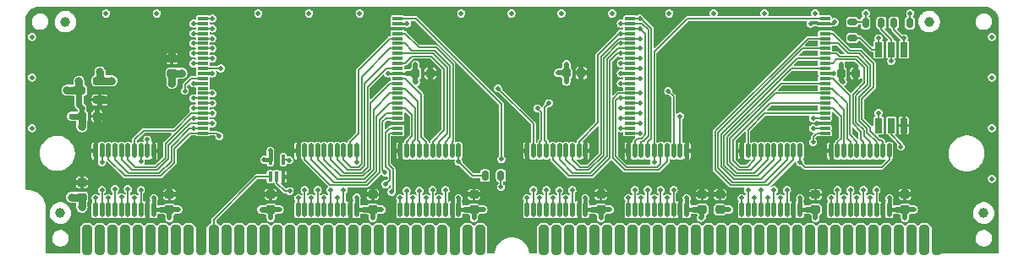
<source format=gtl>
G04 #@! TF.GenerationSoftware,KiCad,Pcbnew,(6.0.1-0)*
G04 #@! TF.CreationDate,2022-02-13T04:03:44-05:00*
G04 #@! TF.ProjectId,ROMSIMM,524f4d53-494d-44d2-9e6b-696361645f70,1.0*
G04 #@! TF.SameCoordinates,Original*
G04 #@! TF.FileFunction,Copper,L1,Top*
G04 #@! TF.FilePolarity,Positive*
%FSLAX46Y46*%
G04 Gerber Fmt 4.6, Leading zero omitted, Abs format (unit mm)*
G04 Created by KiCad (PCBNEW (6.0.1-0)) date 2022-02-13 04:03:44*
%MOMM*%
%LPD*%
G01*
G04 APERTURE LIST*
G04 Aperture macros list*
%AMRoundRect*
0 Rectangle with rounded corners*
0 $1 Rounding radius*
0 $2 $3 $4 $5 $6 $7 $8 $9 X,Y pos of 4 corners*
0 Add a 4 corners polygon primitive as box body*
4,1,4,$2,$3,$4,$5,$6,$7,$8,$9,$2,$3,0*
0 Add four circle primitives for the rounded corners*
1,1,$1+$1,$2,$3*
1,1,$1+$1,$4,$5*
1,1,$1+$1,$6,$7*
1,1,$1+$1,$8,$9*
0 Add four rect primitives between the rounded corners*
20,1,$1+$1,$2,$3,$4,$5,0*
20,1,$1+$1,$4,$5,$6,$7,0*
20,1,$1+$1,$6,$7,$8,$9,0*
20,1,$1+$1,$8,$9,$2,$3,0*%
G04 Aperture macros list end*
G04 #@! TA.AperFunction,SMDPad,CuDef*
%ADD10C,1.000000*%
G04 #@! TD*
G04 #@! TA.AperFunction,SMDPad,CuDef*
%ADD11RoundRect,0.212500X-0.212500X-0.262500X0.212500X-0.262500X0.212500X0.262500X-0.212500X0.262500X0*%
G04 #@! TD*
G04 #@! TA.AperFunction,SMDPad,CuDef*
%ADD12RoundRect,0.212500X0.262500X-0.212500X0.262500X0.212500X-0.262500X0.212500X-0.262500X-0.212500X0*%
G04 #@! TD*
G04 #@! TA.AperFunction,SMDPad,CuDef*
%ADD13RoundRect,0.112500X-0.112500X0.612500X-0.112500X-0.612500X0.112500X-0.612500X0.112500X0.612500X0*%
G04 #@! TD*
G04 #@! TA.AperFunction,ComponentPad*
%ADD14RoundRect,0.416560X-0.104140X-1.107440X0.104140X-1.107440X0.104140X1.107440X-0.104140X1.107440X0*%
G04 #@! TD*
G04 #@! TA.AperFunction,SMDPad,CuDef*
%ADD15RoundRect,0.075000X-0.475000X-0.075000X0.475000X-0.075000X0.475000X0.075000X-0.475000X0.075000X0*%
G04 #@! TD*
G04 #@! TA.AperFunction,SMDPad,CuDef*
%ADD16RoundRect,0.100000X0.100000X-0.400000X0.100000X0.400000X-0.100000X0.400000X-0.100000X-0.400000X0*%
G04 #@! TD*
G04 #@! TA.AperFunction,SMDPad,CuDef*
%ADD17RoundRect,0.175000X0.175000X0.300000X-0.175000X0.300000X-0.175000X-0.300000X0.175000X-0.300000X0*%
G04 #@! TD*
G04 #@! TA.AperFunction,SMDPad,CuDef*
%ADD18RoundRect,0.175000X0.300000X-0.175000X0.300000X0.175000X-0.300000X0.175000X-0.300000X-0.175000X0*%
G04 #@! TD*
G04 #@! TA.AperFunction,SMDPad,CuDef*
%ADD19RoundRect,0.200000X0.475000X0.200000X-0.475000X0.200000X-0.475000X-0.200000X0.475000X-0.200000X0*%
G04 #@! TD*
G04 #@! TA.AperFunction,SMDPad,CuDef*
%ADD20RoundRect,0.175000X-0.175000X-0.300000X0.175000X-0.300000X0.175000X0.300000X-0.175000X0.300000X0*%
G04 #@! TD*
G04 #@! TA.AperFunction,SMDPad,CuDef*
%ADD21RoundRect,0.190000X0.190000X-0.572000X0.190000X0.572000X-0.190000X0.572000X-0.190000X-0.572000X0*%
G04 #@! TD*
G04 #@! TA.AperFunction,ViaPad*
%ADD22C,0.800000*%
G04 #@! TD*
G04 #@! TA.AperFunction,ViaPad*
%ADD23C,0.600000*%
G04 #@! TD*
G04 #@! TA.AperFunction,ViaPad*
%ADD24C,0.500000*%
G04 #@! TD*
G04 #@! TA.AperFunction,ViaPad*
%ADD25C,0.508000*%
G04 #@! TD*
G04 #@! TA.AperFunction,Conductor*
%ADD26C,0.600000*%
G04 #@! TD*
G04 #@! TA.AperFunction,Conductor*
%ADD27C,0.800000*%
G04 #@! TD*
G04 #@! TA.AperFunction,Conductor*
%ADD28C,0.500000*%
G04 #@! TD*
G04 #@! TA.AperFunction,Conductor*
%ADD29C,0.150000*%
G04 #@! TD*
G04 #@! TA.AperFunction,Conductor*
%ADD30C,0.400000*%
G04 #@! TD*
G04 #@! TA.AperFunction,Conductor*
%ADD31C,0.300000*%
G04 #@! TD*
G04 #@! TA.AperFunction,Conductor*
%ADD32C,0.250000*%
G04 #@! TD*
G04 APERTURE END LIST*
D10*
X75438000Y-123444000D03*
D11*
X153600000Y-109450000D03*
X155100000Y-109450000D03*
D12*
X96500000Y-123100000D03*
X96500000Y-121600000D03*
X116850000Y-123100000D03*
X116850000Y-121600000D03*
X139700000Y-123100000D03*
X139700000Y-121600000D03*
X151050000Y-123100000D03*
X151050000Y-121600000D03*
X160000000Y-123100000D03*
X160000000Y-121600000D03*
D13*
X115300000Y-117200000D03*
X114650000Y-117200000D03*
X114000000Y-117200000D03*
X113350000Y-117200000D03*
X112700000Y-117200000D03*
X112050000Y-117200000D03*
X111400000Y-117200000D03*
X110750000Y-117200000D03*
X110100000Y-117200000D03*
X109450000Y-117200000D03*
X109450000Y-123100000D03*
X110100000Y-123100000D03*
X110750000Y-123100000D03*
X111400000Y-123100000D03*
X112050000Y-123100000D03*
X112700000Y-123100000D03*
X113350000Y-123100000D03*
X114000000Y-123100000D03*
X114650000Y-123100000D03*
X115300000Y-123100000D03*
X149500000Y-117200000D03*
X148850000Y-117200000D03*
X148200000Y-117200000D03*
X147550000Y-117200000D03*
X146900000Y-117200000D03*
X146250000Y-117200000D03*
X145600000Y-117200000D03*
X144950000Y-117200000D03*
X144300000Y-117200000D03*
X143650000Y-117200000D03*
X143650000Y-123100000D03*
X144300000Y-123100000D03*
X144950000Y-123100000D03*
X145600000Y-123100000D03*
X146250000Y-123100000D03*
X146900000Y-123100000D03*
X147550000Y-123100000D03*
X148200000Y-123100000D03*
X148850000Y-123100000D03*
X149500000Y-123100000D03*
D14*
X78105000Y-126111000D03*
X79375000Y-126111000D03*
X80645000Y-126111000D03*
X81915000Y-126111000D03*
X83185000Y-126111000D03*
X84455000Y-126111000D03*
X85725000Y-126111000D03*
X86995000Y-126111000D03*
X88265000Y-126111000D03*
X89535000Y-126111000D03*
X90805000Y-126111000D03*
X92075000Y-126111000D03*
X93345000Y-126111000D03*
X94615000Y-126111000D03*
X95885000Y-126111000D03*
X97155000Y-126111000D03*
X98425000Y-126111000D03*
X99695000Y-126111000D03*
X100965000Y-126111000D03*
X102235000Y-126111000D03*
X103505000Y-126111000D03*
X104775000Y-126111000D03*
X106045000Y-126111000D03*
X107315000Y-126111000D03*
X108585000Y-126111000D03*
X109855000Y-126111000D03*
X111125000Y-126111000D03*
X112395000Y-126111000D03*
X113665000Y-126111000D03*
X114935000Y-126111000D03*
X116205000Y-126111000D03*
X117475000Y-126111000D03*
X123825000Y-126111000D03*
X125095000Y-126111000D03*
X126365000Y-126111000D03*
X127635000Y-126111000D03*
X128905000Y-126111000D03*
X130175000Y-126111000D03*
X131445000Y-126111000D03*
X132715000Y-126111000D03*
X133985000Y-126111000D03*
X135255000Y-126111000D03*
X136525000Y-126111000D03*
X137795000Y-126111000D03*
X139065000Y-126111000D03*
X140335000Y-126111000D03*
X141605000Y-126111000D03*
X142875000Y-126111000D03*
X144145000Y-126111000D03*
X145415000Y-126111000D03*
X146685000Y-126111000D03*
X147955000Y-126111000D03*
X149225000Y-126111000D03*
X150495000Y-126111000D03*
X151765000Y-126111000D03*
X153035000Y-126111000D03*
X154305000Y-126111000D03*
X155575000Y-126111000D03*
X156845000Y-126111000D03*
X158115000Y-126111000D03*
X159385000Y-126111000D03*
X160655000Y-126111000D03*
X161925000Y-126111000D03*
X163195000Y-126111000D03*
D13*
X138150000Y-117200000D03*
X137500000Y-117200000D03*
X136850000Y-117200000D03*
X136200000Y-117200000D03*
X135550000Y-117200000D03*
X134900000Y-117200000D03*
X134250000Y-117200000D03*
X133600000Y-117200000D03*
X132950000Y-117200000D03*
X132300000Y-117200000D03*
X132300000Y-123100000D03*
X132950000Y-123100000D03*
X133600000Y-123100000D03*
X134250000Y-123100000D03*
X134900000Y-123100000D03*
X135550000Y-123100000D03*
X136200000Y-123100000D03*
X136850000Y-123100000D03*
X137500000Y-123100000D03*
X138150000Y-123100000D03*
X158450000Y-117200000D03*
X157800000Y-117200000D03*
X157150000Y-117200000D03*
X156500000Y-117200000D03*
X155850000Y-117200000D03*
X155200000Y-117200000D03*
X154550000Y-117200000D03*
X153900000Y-117200000D03*
X153250000Y-117200000D03*
X152600000Y-117200000D03*
X152600000Y-123100000D03*
X153250000Y-123100000D03*
X153900000Y-123100000D03*
X154550000Y-123100000D03*
X155200000Y-123100000D03*
X155850000Y-123100000D03*
X156500000Y-123100000D03*
X157150000Y-123100000D03*
X157800000Y-123100000D03*
X158450000Y-123100000D03*
D11*
X111000000Y-109450000D03*
X112500000Y-109450000D03*
D15*
X89700000Y-103950000D03*
X89700000Y-104450000D03*
X89700000Y-104950000D03*
X89700000Y-105450000D03*
X89700000Y-105950000D03*
X89700000Y-106450000D03*
X89700000Y-106950000D03*
X89700000Y-107450000D03*
X89700000Y-107950000D03*
X89700000Y-108450000D03*
X89700000Y-108950000D03*
X89700000Y-109450000D03*
X89700000Y-109950000D03*
X89700000Y-110450000D03*
X89700000Y-110950000D03*
X89700000Y-111450000D03*
X89700000Y-111950000D03*
X89700000Y-112450000D03*
X89700000Y-112950000D03*
X89700000Y-113450000D03*
X89700000Y-113950000D03*
X89700000Y-114450000D03*
X89700000Y-114950000D03*
X89700000Y-115450000D03*
X109200000Y-115450000D03*
X109200000Y-114950000D03*
X109200000Y-114450000D03*
X109200000Y-113950000D03*
X109200000Y-113450000D03*
X109200000Y-112950000D03*
X109200000Y-112450000D03*
X109200000Y-111950000D03*
X109200000Y-111450000D03*
X109200000Y-110950000D03*
X109200000Y-110450000D03*
X109200000Y-109950000D03*
X109200000Y-109450000D03*
X109200000Y-108950000D03*
X109200000Y-108450000D03*
X109200000Y-107950000D03*
X109200000Y-107450000D03*
X109200000Y-106950000D03*
X109200000Y-106450000D03*
X109200000Y-105950000D03*
X109200000Y-105450000D03*
X109200000Y-104950000D03*
X109200000Y-104450000D03*
X109200000Y-103950000D03*
D13*
X105100000Y-117200000D03*
X104450000Y-117200000D03*
X103800000Y-117200000D03*
X103150000Y-117200000D03*
X102500000Y-117200000D03*
X101850000Y-117200000D03*
X101200000Y-117200000D03*
X100550000Y-117200000D03*
X99900000Y-117200000D03*
X99250000Y-117200000D03*
X99250000Y-123100000D03*
X99900000Y-123100000D03*
X100550000Y-123100000D03*
X101200000Y-123100000D03*
X101850000Y-123100000D03*
X102500000Y-123100000D03*
X103150000Y-123100000D03*
X103800000Y-123100000D03*
X104450000Y-123100000D03*
X105100000Y-123100000D03*
D11*
X77600000Y-113750000D03*
X79100000Y-113750000D03*
D15*
X132490000Y-103950000D03*
X132490000Y-104450000D03*
X132490000Y-104950000D03*
X132490000Y-105450000D03*
X132490000Y-105950000D03*
X132490000Y-106450000D03*
X132490000Y-106950000D03*
X132490000Y-107450000D03*
X132490000Y-107950000D03*
X132490000Y-108450000D03*
X132490000Y-108950000D03*
X132490000Y-109450000D03*
X132490000Y-109950000D03*
X132490000Y-110450000D03*
X132490000Y-110950000D03*
X132490000Y-111450000D03*
X132490000Y-111950000D03*
X132490000Y-112450000D03*
X132490000Y-112950000D03*
X132490000Y-113450000D03*
X132490000Y-113950000D03*
X132490000Y-114450000D03*
X132490000Y-114950000D03*
X132490000Y-115450000D03*
X151990000Y-115450000D03*
X151990000Y-114950000D03*
X151990000Y-114450000D03*
X151990000Y-113950000D03*
X151990000Y-113450000D03*
X151990000Y-112950000D03*
X151990000Y-112450000D03*
X151990000Y-111950000D03*
X151990000Y-111450000D03*
X151990000Y-110950000D03*
X151990000Y-110450000D03*
X151990000Y-109950000D03*
X151990000Y-109450000D03*
X151990000Y-108950000D03*
X151990000Y-108450000D03*
X151990000Y-107950000D03*
X151990000Y-107450000D03*
X151990000Y-106950000D03*
X151990000Y-106450000D03*
X151990000Y-105950000D03*
X151990000Y-105450000D03*
X151990000Y-104950000D03*
X151990000Y-104450000D03*
X151990000Y-103950000D03*
D12*
X86350000Y-123100000D03*
X86350000Y-121600000D03*
D13*
X84800000Y-117200000D03*
X84150000Y-117200000D03*
X83500000Y-117200000D03*
X82850000Y-117200000D03*
X82200000Y-117200000D03*
X81550000Y-117200000D03*
X80900000Y-117200000D03*
X80250000Y-117200000D03*
X79600000Y-117200000D03*
X78950000Y-117200000D03*
X78950000Y-123100000D03*
X79600000Y-123100000D03*
X80250000Y-123100000D03*
X80900000Y-123100000D03*
X81550000Y-123100000D03*
X82200000Y-123100000D03*
X82850000Y-123100000D03*
X83500000Y-123100000D03*
X84150000Y-123100000D03*
X84800000Y-123100000D03*
D12*
X106713500Y-123100000D03*
X106713500Y-121600000D03*
D13*
X128000000Y-117200000D03*
X127350000Y-117200000D03*
X126700000Y-117200000D03*
X126050000Y-117200000D03*
X125400000Y-117200000D03*
X124750000Y-117200000D03*
X124100000Y-117200000D03*
X123450000Y-117200000D03*
X122800000Y-117200000D03*
X122150000Y-117200000D03*
X122150000Y-123100000D03*
X122800000Y-123100000D03*
X123450000Y-123100000D03*
X124100000Y-123100000D03*
X124750000Y-123100000D03*
X125400000Y-123100000D03*
X126050000Y-123100000D03*
X126700000Y-123100000D03*
X127350000Y-123100000D03*
X128000000Y-123100000D03*
D12*
X129550000Y-123100000D03*
X129550000Y-121600000D03*
X141500000Y-123100000D03*
X141500000Y-121600000D03*
X86600000Y-109450000D03*
X86600000Y-107950000D03*
D10*
X167894000Y-123444000D03*
X162433000Y-104267000D03*
X75946000Y-104267000D03*
D11*
X126100000Y-109400000D03*
X127600000Y-109400000D03*
D12*
X77600000Y-121873000D03*
X77600000Y-120373000D03*
D16*
X96450000Y-119800000D03*
X97100000Y-119800000D03*
X97750000Y-119800000D03*
X97750000Y-118100000D03*
X96450000Y-118100000D03*
D17*
X157650000Y-104400000D03*
X156050000Y-104400000D03*
D18*
X154750000Y-105900000D03*
X154750000Y-104300000D03*
D17*
X119550000Y-119700000D03*
X117950000Y-119700000D03*
D19*
X79400000Y-112100000D03*
X79400000Y-110200000D03*
X77300000Y-111150000D03*
D20*
X158900000Y-104400000D03*
X160500000Y-104400000D03*
D21*
X157353000Y-114681000D03*
X158623000Y-114681000D03*
X159893000Y-114681000D03*
X159893000Y-107061000D03*
X158623000Y-107061000D03*
X157353000Y-107061000D03*
D22*
X76100000Y-111150000D03*
X77300000Y-110250000D03*
X77600000Y-114800000D03*
D23*
X76550000Y-113750000D03*
D24*
X142400000Y-123100000D03*
X77600000Y-112900000D03*
D22*
X77600000Y-122873000D03*
X76550000Y-121873000D03*
D24*
X99250000Y-121950000D03*
X99900000Y-121150000D03*
X122150000Y-121950000D03*
X100550000Y-121950000D03*
X101200000Y-121150000D03*
D25*
X77470000Y-103441500D03*
X72580500Y-107315000D03*
X72580500Y-112395000D03*
X72580500Y-117475000D03*
X72580500Y-120459500D03*
X168719500Y-107315000D03*
X168719500Y-112395000D03*
X168719500Y-117475000D03*
X168719500Y-122301000D03*
X120650000Y-125095000D03*
X118745000Y-125730000D03*
X122555000Y-125730000D03*
X74930000Y-114935000D03*
X166370000Y-120015000D03*
X76581000Y-120396000D03*
X110750000Y-120490000D03*
D24*
X155100000Y-115500000D03*
D25*
X143383000Y-103441500D03*
X138303000Y-103441500D03*
X134620000Y-103441500D03*
X82550000Y-103441500D03*
X87630000Y-103441500D03*
X97790000Y-103441500D03*
X92710000Y-103441500D03*
X102870000Y-103441500D03*
X118110000Y-103441500D03*
X113030000Y-103441500D03*
X123126500Y-103441500D03*
X115250000Y-108850000D03*
X116750000Y-110350000D03*
X115250000Y-110350000D03*
X117550000Y-109750000D03*
X105250000Y-108450000D03*
X107850000Y-110350000D03*
X92400000Y-108450000D03*
X94300000Y-110350000D03*
X116250000Y-108450000D03*
X127600000Y-108500000D03*
X127600000Y-110300000D03*
X120100000Y-116250000D03*
X119100000Y-116250000D03*
X135100000Y-106400000D03*
X150500000Y-106450000D03*
X149950000Y-107450000D03*
X149400000Y-108450000D03*
X150300000Y-109450000D03*
X135400000Y-107500000D03*
X104800000Y-110350000D03*
D24*
X86600000Y-114700000D03*
X86200000Y-119750000D03*
D25*
X140200000Y-118900000D03*
X119150000Y-123250000D03*
X120850000Y-121200000D03*
X146250000Y-113950000D03*
X161290000Y-120015000D03*
X163703000Y-117475000D03*
X163830000Y-122555000D03*
X136200000Y-115450000D03*
X116400000Y-116250000D03*
X91650000Y-110950000D03*
X148350000Y-109950000D03*
X147200000Y-112950000D03*
D24*
X78950000Y-118350000D03*
X84150000Y-121950000D03*
X85450000Y-121600000D03*
X84800000Y-118350000D03*
X122150000Y-118350000D03*
X128000000Y-118350000D03*
X130950000Y-110950000D03*
X130400000Y-118800000D03*
X107315000Y-103441500D03*
D25*
X163703000Y-103441500D03*
X158623000Y-103441500D03*
X153543000Y-103441500D03*
X148463000Y-103441500D03*
D24*
X125200000Y-108500000D03*
X125200000Y-110300000D03*
X108250000Y-114450000D03*
X149950000Y-114450000D03*
D25*
X128143000Y-103441500D03*
X153100000Y-106950000D03*
X138450000Y-104450000D03*
D24*
X149950000Y-115650000D03*
X149000000Y-119550000D03*
D25*
X121400000Y-116250000D03*
X116700000Y-118150000D03*
X147800000Y-110950000D03*
D24*
X151100000Y-117400000D03*
D25*
X136250000Y-109450000D03*
X147700000Y-107550000D03*
X148400000Y-105950000D03*
D24*
X94100000Y-117700000D03*
X90900000Y-121550000D03*
X91900000Y-119650000D03*
X143650000Y-116050000D03*
X150150000Y-121600000D03*
X130450000Y-121600000D03*
X112500000Y-108550000D03*
D22*
X79100000Y-114800000D03*
D24*
X79250000Y-112900000D03*
X98450000Y-120100000D03*
X95600000Y-121600000D03*
X152600000Y-118350000D03*
X157800000Y-121950000D03*
X87250000Y-121600000D03*
X115950000Y-121600000D03*
X98350000Y-117150000D03*
X96500000Y-120750000D03*
X160900000Y-121600000D03*
X155100000Y-110350000D03*
X109450000Y-118350000D03*
X159893000Y-115824000D03*
X113350000Y-109450000D03*
X104450000Y-121950000D03*
X139700000Y-120750000D03*
X141500000Y-120750000D03*
X128450000Y-109400000D03*
D22*
X80100000Y-113750000D03*
D24*
X78550000Y-120373000D03*
X152800000Y-116050000D03*
X78950000Y-116050000D03*
X154950000Y-108600000D03*
X160000000Y-120750000D03*
X151000000Y-104950000D03*
X143650000Y-118350000D03*
X129550000Y-120750000D03*
X108250000Y-104950000D03*
X99250000Y-116050000D03*
X99350000Y-118350000D03*
X97400000Y-121450000D03*
X127350000Y-121950000D03*
X110150000Y-114450000D03*
X114650000Y-121950000D03*
X137500000Y-121950000D03*
X132300000Y-118350000D03*
X138150000Y-118350000D03*
X148850000Y-121950000D03*
X106750000Y-120750000D03*
X105813500Y-121600000D03*
X117750000Y-121600000D03*
X86350000Y-120750000D03*
X152950000Y-105000000D03*
D22*
X87650000Y-107950000D03*
D24*
X140600000Y-121600000D03*
D22*
X85550000Y-107950000D03*
D24*
X159100000Y-121600000D03*
X138800000Y-121600000D03*
D22*
X86600000Y-106950000D03*
X80600000Y-112100000D03*
D24*
X152950000Y-114450000D03*
X112500000Y-110350000D03*
X128650000Y-121600000D03*
X101850000Y-121950000D03*
X102500000Y-121150000D03*
X103150000Y-121950000D03*
X124750000Y-121950000D03*
X103800000Y-121150000D03*
X78950000Y-121950000D03*
X79600000Y-121150000D03*
X80250000Y-121950000D03*
X80900000Y-121050000D03*
X81550000Y-121850000D03*
X82200000Y-121050000D03*
X82850000Y-121950000D03*
X98400000Y-121250000D03*
X83500000Y-121150000D03*
X109450000Y-121950000D03*
X110100000Y-121210000D03*
X110750000Y-121950000D03*
X111400000Y-121210000D03*
X112050000Y-121950000D03*
X112700000Y-121150000D03*
X113350000Y-121950000D03*
X114000000Y-121150000D03*
X122800000Y-121150000D03*
X123450000Y-121950000D03*
X124100000Y-121150000D03*
X125400000Y-121200000D03*
X126050000Y-121950000D03*
X126700000Y-121150000D03*
X132300000Y-121950000D03*
X132950000Y-121150000D03*
X133600000Y-121950000D03*
X134250000Y-121150000D03*
X134900000Y-121950000D03*
X135550000Y-121150000D03*
X136200000Y-121950000D03*
X136850000Y-121150000D03*
X143650000Y-121950000D03*
X144300000Y-121150000D03*
X144950000Y-121950000D03*
X145600000Y-121150000D03*
X146250000Y-121950000D03*
X146900000Y-121150000D03*
X147550000Y-121950000D03*
X148200000Y-121150000D03*
X152600000Y-121950000D03*
X153250000Y-121150000D03*
X153900000Y-121950000D03*
X154550000Y-121150000D03*
X155200000Y-121950000D03*
X155850000Y-121150000D03*
X156500000Y-121950000D03*
X157150000Y-121150000D03*
X84800000Y-121950000D03*
X85450000Y-123100000D03*
X86350000Y-123950000D03*
X87250000Y-123100000D03*
X128000000Y-121950000D03*
X128650000Y-123100000D03*
X129550000Y-123950000D03*
X125250000Y-109400000D03*
D25*
X120586500Y-103441500D03*
X125603000Y-103441500D03*
X115570000Y-103441500D03*
X140843000Y-103441500D03*
X151003000Y-103441500D03*
X156083000Y-103441500D03*
X145923000Y-103441500D03*
X136398000Y-103441500D03*
X168719500Y-109855000D03*
X168719500Y-114935000D03*
X168719500Y-120015000D03*
X72580500Y-109855000D03*
X72580500Y-114935000D03*
X85090000Y-103441500D03*
X80010000Y-103441500D03*
X100330000Y-103441500D03*
X105410000Y-103441500D03*
X95250000Y-103441500D03*
X130683000Y-103441500D03*
X160528000Y-103441500D03*
X72580500Y-105791000D03*
X168719500Y-105791000D03*
D24*
X153785882Y-110314118D03*
X108250000Y-109450000D03*
X96500000Y-123950000D03*
X150550000Y-104450000D03*
X152850000Y-109450000D03*
X159100000Y-123100000D03*
D22*
X87600000Y-109450000D03*
D24*
X115950000Y-123100000D03*
X151050000Y-123950000D03*
X139550000Y-123925000D03*
X90650000Y-109450000D03*
X111050000Y-110350000D03*
X149500000Y-121950000D03*
X117800000Y-123100000D03*
D22*
X79400000Y-109300000D03*
D24*
X152950000Y-104300000D03*
X131550000Y-110450000D03*
X138800000Y-123100000D03*
X116850000Y-123950000D03*
X138150000Y-121950000D03*
X110150000Y-109450000D03*
X131550000Y-109450000D03*
X126100000Y-108500000D03*
X110150000Y-104450000D03*
X130450000Y-123100000D03*
X115300000Y-121950000D03*
X160000000Y-123950000D03*
X105100000Y-121900000D03*
X106713500Y-123950000D03*
X97400000Y-123100000D03*
X96450000Y-117200000D03*
X95850000Y-118100000D03*
X126100000Y-110300000D03*
X95600000Y-123100000D03*
X88750000Y-110450000D03*
X153600000Y-108550000D03*
X111000000Y-108550000D03*
D22*
X86600000Y-110450000D03*
D24*
X105813500Y-123100000D03*
D22*
X80600000Y-110200000D03*
D24*
X160900000Y-123100000D03*
X107613500Y-123100000D03*
X150150000Y-123100000D03*
X158450000Y-121950000D03*
X90650000Y-113450000D03*
X133450000Y-113450000D03*
X88750000Y-113950000D03*
X131550000Y-113950000D03*
X90650000Y-114450000D03*
X133450000Y-114450000D03*
X88750000Y-114950000D03*
X131550000Y-114950000D03*
X133450000Y-115450000D03*
X91350000Y-115750000D03*
X108600000Y-121350000D03*
X150800000Y-116350000D03*
X79600000Y-118350000D03*
X108000000Y-120550000D03*
X150800000Y-114950000D03*
X83500000Y-118300000D03*
X84150000Y-116100000D03*
X150800000Y-113950000D03*
X107950000Y-119400000D03*
X119250000Y-110950000D03*
X91500000Y-108950000D03*
X133450000Y-108950000D03*
X123200000Y-112950000D03*
X131550000Y-112950000D03*
X88750000Y-112950000D03*
X90650000Y-112450000D03*
X124350000Y-112450000D03*
X133450000Y-112450000D03*
X90650000Y-103950000D03*
X133450000Y-103950000D03*
X88750000Y-104450000D03*
X131550000Y-104450000D03*
X90650000Y-104950000D03*
X133450000Y-104950000D03*
X88750000Y-105450000D03*
X131550000Y-105450000D03*
X90650000Y-105950000D03*
X133450000Y-105950000D03*
X88750000Y-106450000D03*
X131550000Y-106450000D03*
X90650000Y-106950000D03*
X133450000Y-106950000D03*
X88750000Y-107450000D03*
X131550000Y-107450000D03*
X134900000Y-118350000D03*
X119600000Y-118050000D03*
X88750000Y-111950000D03*
X131550000Y-111950000D03*
X90650000Y-111450000D03*
X133450000Y-111450000D03*
X157353000Y-113411000D03*
X136300000Y-111200000D03*
X159600000Y-116800000D03*
X137500000Y-113750000D03*
X133450000Y-109950000D03*
X159893000Y-105918000D03*
X87900000Y-111200000D03*
X105100000Y-118350000D03*
X98350000Y-118150000D03*
X115300000Y-118300000D03*
X149500000Y-118350000D03*
X119550000Y-120850000D03*
X88750000Y-108450000D03*
X131550000Y-108450000D03*
X158623000Y-108204000D03*
X90650000Y-107950000D03*
X133450000Y-107950000D03*
X157353000Y-105918000D03*
D26*
X77300000Y-111150000D02*
X77300000Y-112600000D01*
D27*
X77600000Y-121873000D02*
X76550000Y-121873000D01*
D26*
X77600000Y-113750000D02*
X76550000Y-113750000D01*
D27*
X77600000Y-113750000D02*
X77600000Y-114800000D01*
X77600000Y-121873000D02*
X77600000Y-122873000D01*
D26*
X77300000Y-112600000D02*
X77600000Y-112900000D01*
D28*
X77600000Y-113750000D02*
X77600000Y-112900000D01*
D27*
X77300000Y-111150000D02*
X77300000Y-110250000D01*
D28*
X141500000Y-123100000D02*
X142400000Y-123100000D01*
D27*
X77300000Y-111150000D02*
X76100000Y-111150000D01*
D29*
X99250000Y-123100000D02*
X99250000Y-121950000D01*
X99900000Y-123100000D02*
X99900000Y-121150000D01*
X122150000Y-121950000D02*
X122150000Y-123100000D01*
X100550000Y-123100000D02*
X100550000Y-121950000D01*
X101200000Y-123100000D02*
X101200000Y-121150000D01*
D30*
X84150000Y-123100000D02*
X84150000Y-121950000D01*
X78950000Y-117200000D02*
X78950000Y-118350000D01*
D28*
X86350000Y-121600000D02*
X85450000Y-121600000D01*
D30*
X84800000Y-117200000D02*
X84800000Y-118350000D01*
X122150000Y-117200000D02*
X122150000Y-118350000D01*
X128000000Y-117200000D02*
X128000000Y-118350000D01*
X104450000Y-123100000D02*
X104450000Y-124000000D01*
D31*
X152900000Y-104950000D02*
X152950000Y-105000000D01*
D30*
X152600000Y-117200000D02*
X152600000Y-116250000D01*
D28*
X97250000Y-121600000D02*
X97400000Y-121450000D01*
D30*
X132300000Y-117200000D02*
X132300000Y-118350000D01*
D32*
X151000000Y-104950000D02*
X151990000Y-104950000D01*
D30*
X109450000Y-117200000D02*
X109450000Y-116300000D01*
D28*
X141500000Y-121600000D02*
X141500000Y-120750000D01*
D30*
X99250000Y-117200000D02*
X99250000Y-116050000D01*
X137500000Y-123100000D02*
X137500000Y-121950000D01*
D31*
X109200000Y-114450000D02*
X108250000Y-114450000D01*
D30*
X143650000Y-116050000D02*
X143650000Y-117200000D01*
D28*
X112500000Y-109450000D02*
X113350000Y-109450000D01*
X151050000Y-121600000D02*
X150150000Y-121600000D01*
D30*
X157800000Y-123100000D02*
X157800000Y-124000000D01*
D28*
X155100000Y-109450000D02*
X155100000Y-108750000D01*
D30*
X99250000Y-118250000D02*
X99250000Y-117200000D01*
D31*
X109200000Y-114450000D02*
X110150000Y-114450000D01*
D28*
X139700000Y-121600000D02*
X139700000Y-120750000D01*
D30*
X138150000Y-117200000D02*
X138150000Y-118350000D01*
D28*
X79100000Y-113050000D02*
X79250000Y-112900000D01*
D27*
X86600000Y-107950000D02*
X85550000Y-107950000D01*
D28*
X160000000Y-121600000D02*
X159100000Y-121600000D01*
X127600000Y-109400000D02*
X127600000Y-108500000D01*
D30*
X97750000Y-119800000D02*
X98150000Y-119800000D01*
D28*
X86350000Y-121600000D02*
X87250000Y-121600000D01*
D30*
X152600000Y-117200000D02*
X152600000Y-118350000D01*
X128000000Y-117200000D02*
X128000000Y-116300000D01*
X148850000Y-123100000D02*
X148850000Y-121950000D01*
X109450000Y-117200000D02*
X109050000Y-117200000D01*
X138150000Y-117200000D02*
X138150000Y-116300000D01*
D28*
X155100000Y-108750000D02*
X154950000Y-108600000D01*
X139700000Y-121600000D02*
X138800000Y-121600000D01*
X96500000Y-121600000D02*
X95600000Y-121600000D01*
D30*
X152600000Y-117200000D02*
X152200000Y-117200000D01*
X137500000Y-123100000D02*
X137500000Y-124000000D01*
X128000000Y-117200000D02*
X128400000Y-117200000D01*
D28*
X139700000Y-121600000D02*
X140600000Y-121600000D01*
D30*
X84800000Y-117200000D02*
X85200000Y-117200000D01*
X148850000Y-123100000D02*
X148850000Y-124000000D01*
X78950000Y-117200000D02*
X78950000Y-116050000D01*
X132300000Y-117200000D02*
X131900000Y-117200000D01*
X99250000Y-117200000D02*
X99200000Y-117150000D01*
D28*
X116850000Y-121600000D02*
X117750000Y-121600000D01*
D30*
X157800000Y-123100000D02*
X157800000Y-121950000D01*
X114650000Y-123100000D02*
X114650000Y-121950000D01*
X104450000Y-123100000D02*
X104450000Y-121950000D01*
D28*
X77600000Y-120373000D02*
X78550000Y-120373000D01*
X76604000Y-120373000D02*
X76581000Y-120396000D01*
D30*
X98150000Y-119800000D02*
X98450000Y-120100000D01*
X143650000Y-117200000D02*
X143650000Y-118350000D01*
X99350000Y-118350000D02*
X99250000Y-118250000D01*
D28*
X127600000Y-109400000D02*
X127600000Y-110300000D01*
X96500000Y-121600000D02*
X97250000Y-121600000D01*
X96500000Y-121600000D02*
X96500000Y-120750000D01*
D30*
X127350000Y-123100000D02*
X127350000Y-121950000D01*
X84150000Y-123100000D02*
X84150000Y-124000000D01*
D28*
X112500000Y-109450000D02*
X112500000Y-110350000D01*
D30*
X143650000Y-117200000D02*
X143250000Y-117200000D01*
D28*
X106713500Y-120786500D02*
X106750000Y-120750000D01*
X127600000Y-109400000D02*
X128450000Y-109400000D01*
X106713500Y-121600000D02*
X105813500Y-121600000D01*
D27*
X79100000Y-113750000D02*
X80100000Y-113750000D01*
X86600000Y-107950000D02*
X87650000Y-107950000D01*
X86600000Y-107950000D02*
X86600000Y-106950000D01*
D30*
X138150000Y-117200000D02*
X138550000Y-117200000D01*
D27*
X79400000Y-112100000D02*
X80600000Y-112100000D01*
D28*
X79400000Y-112100000D02*
X79400000Y-112750000D01*
X160000000Y-121600000D02*
X160000000Y-120750000D01*
X160000000Y-121600000D02*
X160900000Y-121600000D01*
X112500000Y-109450000D02*
X112500000Y-108550000D01*
D30*
X99200000Y-117150000D02*
X98350000Y-117150000D01*
D31*
X151990000Y-104950000D02*
X152900000Y-104950000D01*
D30*
X122150000Y-117200000D02*
X121750000Y-117200000D01*
D31*
X109200000Y-104950000D02*
X108250000Y-104950000D01*
D28*
X159893000Y-114681000D02*
X159893000Y-115824000D01*
X141500000Y-121600000D02*
X140600000Y-121600000D01*
D30*
X109450000Y-117200000D02*
X109450000Y-118350000D01*
X132300000Y-117200000D02*
X132300000Y-116300000D01*
D29*
X151990000Y-114450000D02*
X152950000Y-114450000D01*
D28*
X79400000Y-112750000D02*
X79250000Y-112900000D01*
X155100000Y-109450000D02*
X155100000Y-110350000D01*
D30*
X78950000Y-117200000D02*
X78550000Y-117200000D01*
X114650000Y-123100000D02*
X114650000Y-124000000D01*
D28*
X116850000Y-121600000D02*
X115950000Y-121600000D01*
X79100000Y-113750000D02*
X79100000Y-113050000D01*
X129550000Y-121600000D02*
X128650000Y-121600000D01*
X106713500Y-121600000D02*
X106713500Y-120786500D01*
D27*
X79100000Y-113750000D02*
X79100000Y-114800000D01*
D30*
X122150000Y-117200000D02*
X122150000Y-116300000D01*
D28*
X77600000Y-120373000D02*
X76604000Y-120373000D01*
D30*
X152600000Y-116250000D02*
X152800000Y-116050000D01*
D28*
X86350000Y-121600000D02*
X86350000Y-120750000D01*
X129550000Y-121600000D02*
X129550000Y-120750000D01*
D30*
X127350000Y-123100000D02*
X127350000Y-124000000D01*
D28*
X129550000Y-121600000D02*
X130450000Y-121600000D01*
D29*
X101850000Y-123100000D02*
X101850000Y-121950000D01*
X102500000Y-123100000D02*
X102500000Y-121150000D01*
X103150000Y-123100000D02*
X103150000Y-121950000D01*
X124750000Y-123100000D02*
X124750000Y-121950000D01*
X103800000Y-123100000D02*
X103800000Y-121150000D01*
X78950000Y-123100000D02*
X78950000Y-121950000D01*
X79600000Y-123100000D02*
X79600000Y-121150000D01*
X80250000Y-123100000D02*
X80250000Y-121950000D01*
X80900000Y-123100000D02*
X80900000Y-121050000D01*
X81550000Y-123100000D02*
X81550000Y-121850000D01*
X82200000Y-123100000D02*
X82200000Y-121050000D01*
X82850000Y-123100000D02*
X82850000Y-121950000D01*
X96450000Y-119800000D02*
X95084000Y-119800000D01*
X95084000Y-119800000D02*
X90805000Y-124079000D01*
X90805000Y-124079000D02*
X90805000Y-125095000D01*
X83500000Y-123100000D02*
X83500000Y-121150000D01*
X98400000Y-121250000D02*
X97900000Y-121250000D01*
X97900000Y-121250000D02*
X97100000Y-120450000D01*
X97100000Y-120450000D02*
X97100000Y-119800000D01*
X109450000Y-123100000D02*
X109450000Y-121950000D01*
X110100000Y-123100000D02*
X110100000Y-121210000D01*
X110750000Y-123100000D02*
X110750000Y-121950000D01*
X111400000Y-123100000D02*
X111400000Y-121210000D01*
X112050000Y-123100000D02*
X112050000Y-121950000D01*
X112700000Y-123100000D02*
X112700000Y-121150000D01*
X113350000Y-123100000D02*
X113350000Y-121950000D01*
X114000000Y-123100000D02*
X114000000Y-121150000D01*
X122800000Y-123100000D02*
X122800000Y-121150000D01*
X123450000Y-121950000D02*
X123450000Y-123100000D01*
X124100000Y-123100000D02*
X124100000Y-121150000D01*
X125400000Y-123100000D02*
X125400000Y-121200000D01*
X126050000Y-123100000D02*
X126050000Y-121950000D01*
X126700000Y-123100000D02*
X126700000Y-121150000D01*
X132300000Y-123100000D02*
X132300000Y-121950000D01*
X132950000Y-123100000D02*
X132950000Y-121150000D01*
X133600000Y-123100000D02*
X133600000Y-121950000D01*
X134250000Y-123100000D02*
X134250000Y-121150000D01*
X134900000Y-123100000D02*
X134900000Y-121950000D01*
X135550000Y-123100000D02*
X135550000Y-121150000D01*
X136200000Y-123100000D02*
X136200000Y-121950000D01*
X136850000Y-123100000D02*
X136850000Y-121150000D01*
X143650000Y-123100000D02*
X143650000Y-121950000D01*
X144300000Y-123100000D02*
X144300000Y-121150000D01*
X144950000Y-123100000D02*
X144950000Y-121950000D01*
X145600000Y-123100000D02*
X145600000Y-121150000D01*
X146250000Y-123100000D02*
X146250000Y-121950000D01*
X146900000Y-123100000D02*
X146900000Y-121150000D01*
X147550000Y-123100000D02*
X147550000Y-121950000D01*
X148200000Y-123100000D02*
X148200000Y-121150000D01*
X152600000Y-123100000D02*
X152600000Y-121950000D01*
X153250000Y-123100000D02*
X153250000Y-121150000D01*
X153900000Y-123100000D02*
X153900000Y-121950000D01*
X154550000Y-123100000D02*
X154550000Y-121150000D01*
X155200000Y-123100000D02*
X155200000Y-121950000D01*
X155850000Y-123100000D02*
X155850000Y-121150000D01*
X156500000Y-123100000D02*
X156500000Y-121950000D01*
X157150000Y-123100000D02*
X157150000Y-121150000D01*
D30*
X84800000Y-123100000D02*
X85450000Y-123100000D01*
X84800000Y-123100000D02*
X84800000Y-121950000D01*
D26*
X85450000Y-123100000D02*
X86350000Y-123100000D01*
D28*
X86350000Y-123100000D02*
X86350000Y-123950000D01*
X86350000Y-123100000D02*
X87250000Y-123100000D01*
D30*
X128000000Y-123100000D02*
X128000000Y-121950000D01*
X128000000Y-123100000D02*
X128650000Y-123100000D01*
D28*
X129550000Y-123100000D02*
X129550000Y-123950000D01*
D26*
X129550000Y-123100000D02*
X128650000Y-123100000D01*
D30*
X115300000Y-123100000D02*
X115950000Y-123100000D01*
X105100000Y-123100000D02*
X105813500Y-123100000D01*
D32*
X109200000Y-104450000D02*
X110150000Y-104450000D01*
D30*
X138150000Y-123100000D02*
X138800000Y-123100000D01*
D28*
X116850000Y-123100000D02*
X117800000Y-123100000D01*
D32*
X109200000Y-109450000D02*
X108250000Y-109450000D01*
D30*
X96450000Y-118100000D02*
X96450000Y-117200000D01*
D31*
X132490000Y-109450000D02*
X131550000Y-109450000D01*
D28*
X153600000Y-109450000D02*
X153600000Y-110128236D01*
D29*
X132490000Y-110450000D02*
X131550000Y-110450000D01*
D27*
X79400000Y-110200000D02*
X79400000Y-109300000D01*
D29*
X160500000Y-104400000D02*
X160500000Y-103469500D01*
D31*
X150600000Y-104400000D02*
X150550000Y-104450000D01*
D30*
X149500000Y-123100000D02*
X150150000Y-123100000D01*
D28*
X126100000Y-109400000D02*
X126100000Y-108500000D01*
D29*
X156050000Y-104400000D02*
X156050000Y-103474500D01*
D28*
X111000000Y-109450000D02*
X110150000Y-109450000D01*
X96500000Y-123100000D02*
X97400000Y-123100000D01*
X96500000Y-123100000D02*
X96500000Y-123950000D01*
D26*
X106713500Y-123100000D02*
X105813500Y-123100000D01*
D30*
X149500000Y-123100000D02*
X149500000Y-121950000D01*
D31*
X151990000Y-104450000D02*
X151250000Y-104450000D01*
X89700000Y-109450000D02*
X90650000Y-109450000D01*
D28*
X106713500Y-123100000D02*
X107613500Y-123100000D01*
D26*
X138800000Y-123100000D02*
X139700000Y-123100000D01*
X151050000Y-123100000D02*
X150150000Y-123100000D01*
D27*
X86600000Y-109450000D02*
X87600000Y-109450000D01*
D32*
X109200000Y-109450000D02*
X110150000Y-109450000D01*
D28*
X129550000Y-123100000D02*
X130450000Y-123100000D01*
X153600000Y-110128236D02*
X153785882Y-110314118D01*
D30*
X105100000Y-123100000D02*
X105100000Y-121900000D01*
D28*
X126100000Y-109400000D02*
X125250000Y-109400000D01*
X106713500Y-123100000D02*
X106713500Y-123950000D01*
X111000000Y-109450000D02*
X111000000Y-110300000D01*
X139700000Y-123775000D02*
X139700000Y-123100000D01*
X139550000Y-123925000D02*
X139700000Y-123775000D01*
D31*
X151250000Y-104450000D02*
X151200000Y-104400000D01*
D30*
X115300000Y-123100000D02*
X115300000Y-121950000D01*
X158450000Y-123100000D02*
X158450000Y-121950000D01*
D31*
X151200000Y-104400000D02*
X150600000Y-104400000D01*
D30*
X138150000Y-123100000D02*
X138150000Y-121950000D01*
D28*
X111000000Y-110300000D02*
X111050000Y-110350000D01*
D29*
X160500000Y-103469500D02*
X160528000Y-103441500D01*
D28*
X116850000Y-123950000D02*
X116850000Y-123100000D01*
X160000000Y-123100000D02*
X160900000Y-123100000D01*
D29*
X155950000Y-104300000D02*
X156050000Y-104400000D01*
D28*
X153600000Y-109450000D02*
X153600000Y-108550000D01*
D29*
X154750000Y-104300000D02*
X155950000Y-104300000D01*
D26*
X95600000Y-123100000D02*
X96500000Y-123100000D01*
D32*
X152800000Y-104450000D02*
X152950000Y-104300000D01*
D30*
X158450000Y-123100000D02*
X159100000Y-123100000D01*
D28*
X126100000Y-109400000D02*
X126100000Y-110300000D01*
D26*
X115950000Y-123100000D02*
X116850000Y-123100000D01*
D31*
X151990000Y-109450000D02*
X152850000Y-109450000D01*
X89700000Y-110450000D02*
X88750000Y-110450000D01*
D28*
X151050000Y-123100000D02*
X151050000Y-123950000D01*
X111000000Y-109450000D02*
X111000000Y-108550000D01*
X160000000Y-123100000D02*
X160000000Y-123950000D01*
D26*
X160000000Y-123100000D02*
X159100000Y-123100000D01*
D30*
X95850000Y-118100000D02*
X96450000Y-118100000D01*
D27*
X86600000Y-109450000D02*
X86600000Y-110450000D01*
D32*
X151990000Y-104450000D02*
X152800000Y-104450000D01*
D29*
X156050000Y-103474500D02*
X156083000Y-103441500D01*
D27*
X79400000Y-110200000D02*
X80600000Y-110200000D01*
D29*
X105300000Y-115450000D02*
X105300000Y-109100000D01*
X104450000Y-117200000D02*
X104450000Y-116300000D01*
X105300000Y-109100000D02*
X108450000Y-105950000D01*
X108450000Y-105950000D02*
X109200000Y-105950000D01*
X104450000Y-116300000D02*
X105300000Y-115450000D01*
X103800000Y-117200000D02*
X103800000Y-118100000D01*
X108450000Y-106950000D02*
X109200000Y-106950000D01*
X104550000Y-118850000D02*
X105300000Y-118850000D01*
X105300000Y-118850000D02*
X105600000Y-118550000D01*
X105600000Y-109800000D02*
X108450000Y-106950000D01*
X105600000Y-118550000D02*
X105600000Y-109800000D01*
X103800000Y-118100000D02*
X104550000Y-118850000D01*
X105900000Y-118700000D02*
X105450000Y-119150000D01*
X104200000Y-119150000D02*
X103150000Y-118100000D01*
X105900000Y-110500000D02*
X105900000Y-118700000D01*
X108450000Y-107950000D02*
X105900000Y-110500000D01*
X109200000Y-107950000D02*
X108450000Y-107950000D01*
X105450000Y-119150000D02*
X104200000Y-119150000D01*
X103150000Y-118100000D02*
X103150000Y-117200000D01*
X109200000Y-108950000D02*
X108050000Y-108950000D01*
X105600000Y-119450000D02*
X103850000Y-119450000D01*
X102500000Y-118100000D02*
X102500000Y-117200000D01*
X103850000Y-119450000D02*
X102500000Y-118100000D01*
X106200000Y-110800000D02*
X106200000Y-118850000D01*
X106200000Y-118850000D02*
X105600000Y-119450000D01*
X108050000Y-108950000D02*
X106200000Y-110800000D01*
X105750000Y-119750000D02*
X103500000Y-119750000D01*
X106500000Y-119000000D02*
X106500000Y-112400000D01*
X106500000Y-112400000D02*
X108450000Y-110450000D01*
X101850000Y-118100000D02*
X101850000Y-117200000D01*
X108450000Y-110450000D02*
X109200000Y-110450000D01*
X106500000Y-119000000D02*
X105750000Y-119750000D01*
X103500000Y-119750000D02*
X101850000Y-118100000D01*
X106800000Y-113100000D02*
X108450000Y-111450000D01*
X101200000Y-118100000D02*
X103150010Y-120050010D01*
X108450000Y-111450000D02*
X109200000Y-111450000D01*
X106800000Y-119125380D02*
X106800000Y-113100000D01*
X103150010Y-120050010D02*
X105875370Y-120050010D01*
X105875370Y-120050010D02*
X106800000Y-119125380D01*
X101200000Y-117200000D02*
X101200000Y-118100000D01*
X102800020Y-120350020D02*
X106002080Y-120350020D01*
X107100000Y-119252100D02*
X107100000Y-113800000D01*
X106002080Y-120350020D02*
X107100000Y-119252100D01*
X108450000Y-112450000D02*
X109200000Y-112450000D01*
X107100000Y-113800000D02*
X108450000Y-112450000D01*
X100550000Y-118100000D02*
X102800020Y-120350020D01*
X100550000Y-117200000D02*
X100550000Y-118100000D01*
X102450029Y-120650029D02*
X99900000Y-118100000D01*
X107400000Y-114150000D02*
X107400000Y-119381360D01*
X99900000Y-118100000D02*
X99900000Y-117200000D01*
X106131331Y-120650029D02*
X102450029Y-120650029D01*
X107400000Y-119381360D02*
X106131331Y-120650029D01*
X109200000Y-113450000D02*
X108100000Y-113450000D01*
X108100000Y-113450000D02*
X107400000Y-114150000D01*
X110100000Y-117200000D02*
X110100000Y-116300000D01*
X110650000Y-115750000D02*
X110650000Y-113650000D01*
X109950000Y-112950000D02*
X109200000Y-112950000D01*
X110100000Y-116300000D02*
X110650000Y-115750000D01*
X110650000Y-113650000D02*
X109950000Y-112950000D01*
X110950010Y-112950010D02*
X110950010Y-116099990D01*
X109200000Y-111950000D02*
X109950000Y-111950000D01*
X109950000Y-111950000D02*
X110950010Y-112950010D01*
X110750000Y-116300000D02*
X110750000Y-117200000D01*
X110950010Y-116099990D02*
X110750000Y-116300000D01*
X111400000Y-117200000D02*
X111400000Y-116300000D01*
X111250020Y-112250020D02*
X109950000Y-110950000D01*
X111250020Y-116150020D02*
X111250020Y-112250020D01*
X109950000Y-110950000D02*
X109200000Y-110950000D01*
X111400000Y-116300000D02*
X111250020Y-116150020D01*
X111550030Y-115800030D02*
X112050000Y-116300000D01*
X111550030Y-111550030D02*
X111550030Y-115800030D01*
X112050000Y-116300000D02*
X112050000Y-117200000D01*
X109950000Y-109950000D02*
X111550030Y-111550030D01*
X109200000Y-109950000D02*
X109950000Y-109950000D01*
X112600000Y-107750000D02*
X113850000Y-109000000D01*
X113850000Y-109000000D02*
X113850000Y-115150000D01*
X110650000Y-107750000D02*
X112600000Y-107750000D01*
X112700000Y-116300000D02*
X112700000Y-117200000D01*
X109200000Y-108450000D02*
X109950000Y-108450000D01*
X113850000Y-115150000D02*
X112700000Y-116300000D01*
X109950000Y-108450000D02*
X110650000Y-107750000D01*
X113350000Y-117200000D02*
X113350000Y-116300000D01*
X112750000Y-107450000D02*
X109200000Y-107450000D01*
X114150000Y-115500000D02*
X114150000Y-108850000D01*
X113350000Y-116300000D02*
X114150000Y-115500000D01*
X114150000Y-108850000D02*
X112750000Y-107450000D01*
X114450000Y-108700000D02*
X114450000Y-115850000D01*
X110650000Y-107150000D02*
X112900000Y-107150000D01*
X109200000Y-106450000D02*
X109950000Y-106450000D01*
X109950000Y-106450000D02*
X110650000Y-107150000D01*
X114450000Y-115850000D02*
X114000000Y-116300000D01*
X114000000Y-116300000D02*
X114000000Y-117200000D01*
X112900000Y-107150000D02*
X114450000Y-108700000D01*
X114650000Y-116300000D02*
X114750000Y-116200000D01*
X109950000Y-105450000D02*
X109200000Y-105450000D01*
X114750000Y-108550000D02*
X113050000Y-106850000D01*
X114750000Y-116200000D02*
X114750000Y-108550000D01*
X113050000Y-106850000D02*
X111350000Y-106850000D01*
X114650000Y-117200000D02*
X114650000Y-116300000D01*
X111350000Y-106850000D02*
X109950000Y-105450000D01*
X141000000Y-119100000D02*
X142550060Y-120650060D01*
X146299940Y-120650060D02*
X148850000Y-118100000D01*
X151990000Y-105950000D02*
X150300000Y-105950000D01*
X142550060Y-120650060D02*
X146299940Y-120650060D01*
X150300000Y-105950000D02*
X141000000Y-115250000D01*
X148850000Y-118100000D02*
X148850000Y-117200000D01*
X141000000Y-115250000D02*
X141000000Y-119100000D01*
X145949950Y-120350050D02*
X142700050Y-120350050D01*
X148200000Y-118100000D02*
X145949950Y-120350050D01*
X148200000Y-117200000D02*
X148200000Y-118100000D01*
X142700050Y-120350050D02*
X141300000Y-118950000D01*
X141300000Y-118950000D02*
X141300000Y-115400000D01*
X149750000Y-106950000D02*
X151990000Y-106950000D01*
X141300000Y-115400000D02*
X149750000Y-106950000D01*
X151990000Y-107950000D02*
X149200000Y-107950000D01*
X147550000Y-118100000D02*
X147550000Y-117200000D01*
X145599960Y-120050040D02*
X147550000Y-118100000D01*
X141600000Y-118800000D02*
X142850040Y-120050040D01*
X149200000Y-107950000D02*
X141600000Y-115550000D01*
X142850040Y-120050040D02*
X145599960Y-120050040D01*
X141600000Y-115550000D02*
X141600000Y-118800000D01*
X146900000Y-117200000D02*
X146900000Y-118100000D01*
X141900000Y-115700000D02*
X148650000Y-108950000D01*
X145249970Y-119750030D02*
X143000030Y-119750030D01*
X146900000Y-118100000D02*
X145249970Y-119750030D01*
X143000030Y-119750030D02*
X141900000Y-118650000D01*
X141900000Y-118650000D02*
X141900000Y-115700000D01*
X148650000Y-108950000D02*
X151990000Y-108950000D01*
X144899980Y-119450020D02*
X146250000Y-118100000D01*
X143150020Y-119450020D02*
X144899980Y-119450020D01*
X146250000Y-118100000D02*
X146250000Y-117200000D01*
X147600000Y-110450000D02*
X142200000Y-115850000D01*
X142200000Y-115850000D02*
X142200000Y-118500000D01*
X142200000Y-118500000D02*
X143150020Y-119450020D01*
X151990000Y-110450000D02*
X147600000Y-110450000D01*
X145600000Y-117200000D02*
X145600000Y-118100000D01*
X142500000Y-118350000D02*
X142500000Y-116000000D01*
X145600000Y-118100000D02*
X144549990Y-119150010D01*
X144549990Y-119150010D02*
X143300010Y-119150010D01*
X143300010Y-119150010D02*
X142500000Y-118350000D01*
X147050000Y-111450000D02*
X151990000Y-111450000D01*
X142500000Y-116000000D02*
X147050000Y-111450000D01*
X146500000Y-112450000D02*
X151990000Y-112450000D01*
X142800000Y-116150000D02*
X146500000Y-112450000D01*
X144950000Y-117200000D02*
X144950000Y-118100000D01*
X143450000Y-118850000D02*
X142800000Y-118200000D01*
X142800000Y-118200000D02*
X142800000Y-116150000D01*
X144200000Y-118850000D02*
X143450000Y-118850000D01*
X144950000Y-118100000D02*
X144200000Y-118850000D01*
X144300000Y-115100000D02*
X145950000Y-113450000D01*
X144300000Y-117200000D02*
X144300000Y-115100000D01*
X145950000Y-113450000D02*
X151990000Y-113450000D01*
X153250000Y-117200000D02*
X153250000Y-116300000D01*
X153599990Y-113799990D02*
X152750000Y-112950000D01*
X153250000Y-116300000D02*
X153599990Y-115950010D01*
X153599990Y-115950010D02*
X153599990Y-113799990D01*
X152750000Y-112950000D02*
X151990000Y-112950000D01*
X153900000Y-113100000D02*
X152750000Y-111950000D01*
X152750000Y-111950000D02*
X151990000Y-111950000D01*
X153900000Y-117200000D02*
X153900000Y-113100000D01*
X151990000Y-110950000D02*
X152725000Y-110950000D01*
X154200000Y-112425000D02*
X154200000Y-115950000D01*
X154200000Y-115950000D02*
X154550000Y-116300000D01*
X152725000Y-110950000D02*
X154200000Y-112425000D01*
X154550000Y-116300000D02*
X154550000Y-117200000D01*
X154500000Y-111700000D02*
X152750000Y-109950000D01*
X154500000Y-115600000D02*
X154500000Y-111700000D01*
X152750000Y-109950000D02*
X151990000Y-109950000D01*
X155200000Y-116300000D02*
X154500000Y-115600000D01*
X155200000Y-117200000D02*
X155200000Y-116300000D01*
X155950000Y-108900000D02*
X155100000Y-108050000D01*
X155850000Y-116300000D02*
X155600000Y-116050000D01*
X154800000Y-114500000D02*
X154800000Y-111550000D01*
X155950000Y-110400000D02*
X155950000Y-108900000D01*
X155600000Y-116050000D02*
X155600000Y-115300000D01*
X152750000Y-108450000D02*
X152000000Y-108450000D01*
X155100000Y-108050000D02*
X153150000Y-108050000D01*
X153150000Y-108050000D02*
X152750000Y-108450000D01*
X154800000Y-111550000D02*
X155950000Y-110400000D01*
X155850000Y-117200000D02*
X155850000Y-116300000D01*
X155600000Y-115300000D02*
X154800000Y-114500000D01*
X153450000Y-107750000D02*
X155250000Y-107750000D01*
X156250000Y-110550000D02*
X155100000Y-111700000D01*
X155100000Y-114350000D02*
X155900000Y-115150000D01*
X155250000Y-107750000D02*
X156250000Y-108750000D01*
X153150000Y-107450000D02*
X153450000Y-107750000D01*
X156250000Y-108750000D02*
X156250000Y-110550000D01*
X156500000Y-116300000D02*
X156500000Y-117200000D01*
X155900000Y-115700000D02*
X156500000Y-116300000D01*
X155900000Y-115150000D02*
X155900000Y-115700000D01*
X155100000Y-111700000D02*
X155100000Y-114350000D01*
X151990000Y-107450000D02*
X153150000Y-107450000D01*
X153300000Y-106450000D02*
X152000000Y-106450000D01*
X155400000Y-111850000D02*
X156550000Y-110700000D01*
X156550000Y-108600000D02*
X155400000Y-107450000D01*
X157150000Y-117200000D02*
X157150000Y-116300000D01*
X155400000Y-107450000D02*
X154300000Y-107450000D01*
X156200000Y-115000000D02*
X155400000Y-114200000D01*
X156200000Y-115350000D02*
X156200000Y-115000000D01*
X157150000Y-116300000D02*
X156200000Y-115350000D01*
X156550000Y-110700000D02*
X156550000Y-108600000D01*
X155400000Y-114200000D02*
X155400000Y-111850000D01*
X154300000Y-107450000D02*
X153300000Y-106450000D01*
X156500000Y-115200000D02*
X157450000Y-116150000D01*
X155700000Y-112000000D02*
X155700000Y-114050000D01*
X157650000Y-116150000D02*
X157800000Y-116300000D01*
X157450000Y-116150000D02*
X157650000Y-116150000D01*
X152750000Y-105450000D02*
X154450000Y-107150000D01*
X154450000Y-107150000D02*
X155550000Y-107150000D01*
X156850000Y-108450000D02*
X156850000Y-110850000D01*
X155700000Y-114050000D02*
X156500000Y-114850000D01*
X156500000Y-114850000D02*
X156500000Y-115200000D01*
X155550000Y-107150000D02*
X156850000Y-108450000D01*
X156850000Y-110850000D02*
X155700000Y-112000000D01*
X157800000Y-116300000D02*
X157800000Y-117200000D01*
X152000000Y-105450000D02*
X152750000Y-105450000D01*
X89690000Y-113450000D02*
X90650000Y-113450000D01*
X88550000Y-113450000D02*
X89700000Y-113450000D01*
X83750000Y-115200000D02*
X86800000Y-115200000D01*
X132490000Y-113450000D02*
X133450000Y-113450000D01*
X86800000Y-115200000D02*
X88550000Y-113450000D01*
X82850000Y-116100000D02*
X83750000Y-115200000D01*
X82850000Y-117200000D02*
X82850000Y-116100000D01*
X89690000Y-113950000D02*
X88750000Y-113950000D01*
X82200000Y-117200000D02*
X82200000Y-118100000D01*
X132490000Y-113950000D02*
X131550000Y-113950000D01*
X82200000Y-118100000D02*
X82950000Y-118850000D01*
X85950000Y-116500000D02*
X88500000Y-113950000D01*
X82950000Y-118850000D02*
X85000000Y-118850000D01*
X85000000Y-118850000D02*
X85950000Y-117900000D01*
X85950000Y-117900000D02*
X85950000Y-116500000D01*
X88500000Y-113950000D02*
X88750000Y-113950000D01*
X89690000Y-114450000D02*
X90650000Y-114450000D01*
X86250000Y-118050000D02*
X85150000Y-119150000D01*
X132490000Y-114450000D02*
X133450000Y-114450000D01*
X88450000Y-114450000D02*
X86250000Y-116650000D01*
X86250000Y-116650000D02*
X86250000Y-118050000D01*
X89700000Y-114450000D02*
X88450000Y-114450000D01*
X82600000Y-119150000D02*
X81550000Y-118100000D01*
X81550000Y-118100000D02*
X81550000Y-117200000D01*
X85150000Y-119150000D02*
X82600000Y-119150000D01*
X89690000Y-114950000D02*
X88750000Y-114950000D01*
X82250000Y-119450000D02*
X85350000Y-119450000D01*
X85350000Y-119450000D02*
X86550000Y-118250000D01*
X88400000Y-114950000D02*
X88750000Y-114950000D01*
X132490000Y-114950000D02*
X131550000Y-114950000D01*
X80900000Y-117200000D02*
X80900000Y-118100000D01*
X80900000Y-118100000D02*
X82250000Y-119450000D01*
X86550000Y-116800000D02*
X88400000Y-114950000D01*
X86550000Y-118250000D02*
X86550000Y-116800000D01*
X91350000Y-115750000D02*
X91050000Y-115450000D01*
X85500000Y-119750000D02*
X81900000Y-119750000D01*
X89700000Y-115450000D02*
X88375000Y-115450000D01*
X80250000Y-118100000D02*
X80250000Y-117200000D01*
X132490000Y-115450000D02*
X133450000Y-115450000D01*
X88375000Y-115450000D02*
X86850000Y-116975000D01*
X86850000Y-116975000D02*
X86850000Y-118400000D01*
X91050000Y-115450000D02*
X89690000Y-115450000D01*
X81900000Y-119750000D02*
X80250000Y-118100000D01*
X86850000Y-118400000D02*
X85500000Y-119750000D01*
X150800000Y-115850000D02*
X151200000Y-115450000D01*
X108300000Y-115600000D02*
X108300000Y-118600000D01*
X108300000Y-118600000D02*
X108750000Y-119050000D01*
X150800000Y-116350000D02*
X150800000Y-115850000D01*
X109200000Y-115450000D02*
X108450000Y-115450000D01*
X79600000Y-117200000D02*
X79600000Y-118350000D01*
X108750000Y-119050000D02*
X108750000Y-121200000D01*
X108750000Y-121200000D02*
X108600000Y-121350000D01*
X151200000Y-115450000D02*
X151990000Y-115450000D01*
X108450000Y-115450000D02*
X108300000Y-115600000D01*
X108000000Y-118750000D02*
X108450000Y-119200000D01*
X108450000Y-120100000D02*
X108000000Y-120550000D01*
X108450000Y-119200000D02*
X108450000Y-120100000D01*
X108450000Y-114950000D02*
X108000000Y-115400000D01*
X108000000Y-115400000D02*
X108000000Y-118750000D01*
X83500000Y-117200000D02*
X83500000Y-118300000D01*
X109200000Y-114950000D02*
X108450000Y-114950000D01*
X151990000Y-114950000D02*
X150800000Y-114950000D01*
X107700000Y-119150000D02*
X107950000Y-119400000D01*
X107700000Y-114300000D02*
X107700000Y-119150000D01*
X84150000Y-116100000D02*
X84150000Y-117200000D01*
X108050000Y-113950000D02*
X107700000Y-114300000D01*
X151990000Y-113950000D02*
X150800000Y-113950000D01*
X109200000Y-113950000D02*
X108050000Y-113950000D01*
X89690000Y-108950000D02*
X91500000Y-108950000D01*
X122800000Y-114500000D02*
X122800000Y-117200000D01*
X132490000Y-108950000D02*
X133450000Y-108950000D01*
X119250000Y-110950000D02*
X122800000Y-114500000D01*
X123450000Y-116300000D02*
X123450000Y-117200000D01*
X123600000Y-113350000D02*
X123600000Y-116150000D01*
X132490000Y-112950000D02*
X131550000Y-112950000D01*
X123600000Y-116150000D02*
X123450000Y-116300000D01*
X123200000Y-112950000D02*
X123600000Y-113350000D01*
X88750000Y-112950000D02*
X89700000Y-112950000D01*
X89690000Y-112450000D02*
X90650000Y-112450000D01*
X132490000Y-112450000D02*
X133450000Y-112450000D01*
X124350000Y-112450000D02*
X123950000Y-112850000D01*
X124100000Y-116300000D02*
X124100000Y-117200000D01*
X123950000Y-116150000D02*
X124100000Y-116300000D01*
X123950000Y-112850000D02*
X123950000Y-116150000D01*
X89690000Y-103950000D02*
X90650000Y-103950000D01*
X134250000Y-116300000D02*
X134600000Y-115950000D01*
X134250000Y-117200000D02*
X134250000Y-116300000D01*
X134600000Y-115950000D02*
X134600000Y-104950000D01*
X133600000Y-103950000D02*
X133450000Y-103950000D01*
X132490000Y-103950000D02*
X133450000Y-103950000D01*
X134600000Y-104950000D02*
X133600000Y-103950000D01*
X89690000Y-104450000D02*
X88750000Y-104450000D01*
X134300000Y-115750000D02*
X134300000Y-105100000D01*
X132490000Y-104450000D02*
X131550000Y-104450000D01*
X133800000Y-116250000D02*
X134300000Y-115750000D01*
X133650000Y-104450000D02*
X132490000Y-104450000D01*
X133600000Y-116300000D02*
X133650000Y-116250000D01*
X133650000Y-116250000D02*
X133800000Y-116250000D01*
X134300000Y-105100000D02*
X133650000Y-104450000D01*
X133600000Y-117200000D02*
X133600000Y-116300000D01*
X89690000Y-104950000D02*
X90650000Y-104950000D01*
X132950000Y-117200000D02*
X132950000Y-116250000D01*
X133650000Y-115950000D02*
X134000000Y-115600000D01*
X132950000Y-116250000D02*
X133250000Y-115950000D01*
X134000000Y-105500000D02*
X133450000Y-104950000D01*
X134000000Y-115600000D02*
X134000000Y-105500000D01*
X133250000Y-115950000D02*
X133650000Y-115950000D01*
X132490000Y-104950000D02*
X133450000Y-104950000D01*
X89690000Y-105450000D02*
X88750000Y-105450000D01*
X127350000Y-117200000D02*
X127350000Y-116300000D01*
X129250000Y-107600000D02*
X131400000Y-105450000D01*
X131400000Y-105450000D02*
X131550000Y-105450000D01*
X132490000Y-105450000D02*
X131550000Y-105450000D01*
X127350000Y-116300000D02*
X129250000Y-114400000D01*
X129250000Y-114400000D02*
X129250000Y-107600000D01*
X89690000Y-105950000D02*
X90650000Y-105950000D01*
X128200000Y-118850000D02*
X129550000Y-117500000D01*
X131350000Y-105950000D02*
X132490000Y-105950000D01*
X132490000Y-105950000D02*
X133450000Y-105950000D01*
X127450000Y-118850000D02*
X128200000Y-118850000D01*
X129550000Y-117500000D02*
X129550000Y-107750000D01*
X126700000Y-117200000D02*
X126700000Y-118100000D01*
X126700000Y-118100000D02*
X127450000Y-118850000D01*
X129550000Y-107750000D02*
X131350000Y-105950000D01*
X89690000Y-106450000D02*
X88750000Y-106450000D01*
X129850000Y-107900000D02*
X129850000Y-117650000D01*
X128349990Y-119150010D02*
X127100010Y-119150010D01*
X129850000Y-117650000D02*
X128349990Y-119150010D01*
X126050000Y-118100000D02*
X126050000Y-117200000D01*
X132490000Y-106450000D02*
X131550000Y-106450000D01*
X127100010Y-119150010D02*
X126050000Y-118100000D01*
X131300000Y-106450000D02*
X129850000Y-107900000D01*
X131550000Y-106450000D02*
X131300000Y-106450000D01*
X89690000Y-106950000D02*
X90650000Y-106950000D01*
X128499980Y-119450020D02*
X130150000Y-117800000D01*
X132490000Y-106950000D02*
X133450000Y-106950000D01*
X130150000Y-108050000D02*
X131250000Y-106950000D01*
X131250000Y-106950000D02*
X132490000Y-106950000D01*
X125400000Y-118100000D02*
X126750020Y-119450020D01*
X125400000Y-117200000D02*
X125400000Y-118100000D01*
X130150000Y-117800000D02*
X130150000Y-108050000D01*
X126750020Y-119450020D02*
X128499980Y-119450020D01*
X89690000Y-107450000D02*
X88750000Y-107450000D01*
X126400030Y-119750030D02*
X124750000Y-118100000D01*
X124750000Y-118100000D02*
X124750000Y-117200000D01*
X130450000Y-117950000D02*
X128649970Y-119750030D01*
X130450000Y-108200000D02*
X130450000Y-117950000D01*
X131200000Y-107450000D02*
X130450000Y-108200000D01*
X128649970Y-119750030D02*
X126400030Y-119750030D01*
X132490000Y-107450000D02*
X131550000Y-107450000D01*
X131550000Y-107450000D02*
X131200000Y-107450000D01*
X134900000Y-117200000D02*
X134900000Y-118350000D01*
X134900000Y-117200000D02*
X134900000Y-107300000D01*
X138250000Y-103950000D02*
X151990000Y-103950000D01*
X119600000Y-112500000D02*
X111050000Y-103950000D01*
X134900000Y-107300000D02*
X138250000Y-103950000D01*
X111050000Y-103950000D02*
X109200000Y-103950000D01*
X119600000Y-118050000D02*
X119600000Y-112500000D01*
X89690000Y-111950000D02*
X88750000Y-111950000D01*
X132490000Y-111950000D02*
X131550000Y-111950000D01*
X131050000Y-112150000D02*
X131250000Y-111950000D01*
X135550000Y-117200000D02*
X135550000Y-118500000D01*
X135200000Y-118850000D02*
X132100000Y-118850000D01*
X132100000Y-118850000D02*
X131050000Y-117800000D01*
X135550000Y-118500000D02*
X135200000Y-118850000D01*
X131050000Y-117800000D02*
X131050000Y-112150000D01*
X131250000Y-111950000D02*
X131550000Y-111950000D01*
X89690000Y-111450000D02*
X90650000Y-111450000D01*
X130750000Y-117950000D02*
X131950000Y-119150000D01*
X131950000Y-119150000D02*
X135350000Y-119150000D01*
X135350000Y-119150000D02*
X136200000Y-118300000D01*
X136200000Y-118300000D02*
X136200000Y-117200000D01*
X130750000Y-112025000D02*
X130750000Y-117950000D01*
X132490000Y-111450000D02*
X131325000Y-111450000D01*
X131325000Y-111450000D02*
X130750000Y-112025000D01*
X132490000Y-111450000D02*
X133450000Y-111450000D01*
X157353000Y-114681000D02*
X157353000Y-113411000D01*
X136850000Y-117200000D02*
X136850000Y-111750000D01*
X136850000Y-111750000D02*
X136300000Y-111200000D01*
X137500000Y-113750000D02*
X137500000Y-117200000D01*
X159600000Y-116547000D02*
X158623000Y-115570000D01*
X158623000Y-115570000D02*
X158623000Y-114681000D01*
X159600000Y-116800000D02*
X159600000Y-116547000D01*
X87900000Y-111200000D02*
X87900000Y-110600000D01*
X87900000Y-110600000D02*
X88550000Y-109950000D01*
X158877000Y-104423000D02*
X158900000Y-104400000D01*
X88550000Y-109950000D02*
X89700000Y-109950000D01*
X132490000Y-109950000D02*
X133450000Y-109950000D01*
X158877000Y-105029000D02*
X158877000Y-104423000D01*
X159893000Y-105918000D02*
X159766000Y-105918000D01*
X159766000Y-105918000D02*
X158877000Y-105029000D01*
X159893000Y-107061000D02*
X159893000Y-105918000D01*
X98300000Y-118100000D02*
X98350000Y-118150000D01*
X97750000Y-118100000D02*
X98300000Y-118100000D01*
X115300000Y-118300000D02*
X116700000Y-119700000D01*
X115300000Y-117200000D02*
X115300000Y-118300000D01*
X105100000Y-117200000D02*
X105100000Y-118350000D01*
X116700000Y-119700000D02*
X117950000Y-119700000D01*
X149500000Y-117200000D02*
X149500000Y-118350000D01*
X119550000Y-120850000D02*
X119550000Y-119700000D01*
X150000000Y-118850000D02*
X149500000Y-118350000D01*
X158450000Y-117200000D02*
X158450000Y-118100000D01*
X157700000Y-118850000D02*
X150000000Y-118850000D01*
X158450000Y-118100000D02*
X157700000Y-118850000D01*
X89690000Y-108450000D02*
X88750000Y-108450000D01*
X157650000Y-104400000D02*
X157650000Y-105072000D01*
X157650000Y-105072000D02*
X158623000Y-106045000D01*
X158623000Y-106045000D02*
X158623000Y-107061000D01*
X132490000Y-108450000D02*
X131550000Y-108450000D01*
X158623000Y-107061000D02*
X158623000Y-108204000D01*
X89690000Y-107950000D02*
X90650000Y-107950000D01*
X157353000Y-107061000D02*
X157353000Y-105918000D01*
X154750000Y-105900000D02*
X155493500Y-105900000D01*
X132490000Y-107950000D02*
X133450000Y-107950000D01*
X156654500Y-107061000D02*
X157353000Y-107061000D01*
X155493500Y-105900000D02*
X156654500Y-107061000D01*
G04 #@! TA.AperFunction,Conductor*
G36*
X168010389Y-102772590D02*
G01*
X168021000Y-102775433D01*
X168030665Y-102772843D01*
X168040672Y-102772843D01*
X168040672Y-102773087D01*
X168049692Y-102772258D01*
X168229355Y-102786398D01*
X168241133Y-102788264D01*
X168339834Y-102811959D01*
X168438538Y-102835656D01*
X168449872Y-102839338D01*
X168520548Y-102868613D01*
X168637440Y-102917032D01*
X168648066Y-102922446D01*
X168821168Y-103028522D01*
X168830816Y-103035532D01*
X168985193Y-103167382D01*
X168993618Y-103175807D01*
X169092950Y-103292110D01*
X169125468Y-103330184D01*
X169132478Y-103339832D01*
X169238554Y-103512934D01*
X169243968Y-103523560D01*
X169259270Y-103560502D01*
X169321662Y-103711128D01*
X169325344Y-103722462D01*
X169343709Y-103798958D01*
X169372736Y-103919867D01*
X169374602Y-103931645D01*
X169388742Y-104111308D01*
X169387913Y-104120328D01*
X169388157Y-104120328D01*
X169388157Y-104130335D01*
X169385567Y-104140000D01*
X169388157Y-104149665D01*
X169388410Y-104150609D01*
X169391000Y-104170280D01*
X169391000Y-127405000D01*
X169373219Y-127453852D01*
X169328197Y-127479845D01*
X169315000Y-127481000D01*
X163271000Y-127481000D01*
X163222148Y-127463219D01*
X163196155Y-127418197D01*
X163195000Y-127405000D01*
X163195000Y-125937591D01*
X167063922Y-125937591D01*
X167064137Y-125941696D01*
X167064137Y-125941698D01*
X167065085Y-125959775D01*
X167073321Y-126116921D01*
X167121008Y-126290049D01*
X167204760Y-126448898D01*
X167320668Y-126586058D01*
X167323933Y-126588555D01*
X167323937Y-126588558D01*
X167455176Y-126688897D01*
X167463326Y-126695128D01*
X167467057Y-126696868D01*
X167467059Y-126696869D01*
X167552231Y-126736585D01*
X167626077Y-126771020D01*
X167630087Y-126771916D01*
X167630089Y-126771917D01*
X167737742Y-126795980D01*
X167801328Y-126810193D01*
X167806819Y-126810500D01*
X167938866Y-126810500D01*
X168029523Y-126800652D01*
X168068430Y-126796425D01*
X168068431Y-126796425D01*
X168072525Y-126795980D01*
X168155433Y-126768079D01*
X168238821Y-126740016D01*
X168238822Y-126740015D01*
X168242722Y-126738703D01*
X168246243Y-126736587D01*
X168246248Y-126736585D01*
X168393120Y-126648334D01*
X168393121Y-126648333D01*
X168396648Y-126646214D01*
X168527123Y-126522830D01*
X168628060Y-126374306D01*
X168694748Y-126207573D01*
X168695754Y-126201500D01*
X168723406Y-126034469D01*
X168723406Y-126034468D01*
X168724078Y-126030409D01*
X168714679Y-125851079D01*
X168666992Y-125677951D01*
X168583240Y-125519102D01*
X168467332Y-125381942D01*
X168464067Y-125379445D01*
X168464063Y-125379442D01*
X168327944Y-125275372D01*
X168327943Y-125275372D01*
X168324674Y-125272872D01*
X168320943Y-125271132D01*
X168320941Y-125271131D01*
X168165652Y-125198719D01*
X168165653Y-125198719D01*
X168161923Y-125196980D01*
X168157913Y-125196084D01*
X168157911Y-125196083D01*
X167989710Y-125158486D01*
X167989709Y-125158486D01*
X167986672Y-125157807D01*
X167981181Y-125157500D01*
X167849134Y-125157500D01*
X167758477Y-125167348D01*
X167719570Y-125171575D01*
X167719569Y-125171575D01*
X167715475Y-125172020D01*
X167641307Y-125196980D01*
X167549179Y-125227984D01*
X167549178Y-125227985D01*
X167545278Y-125229297D01*
X167541757Y-125231413D01*
X167541752Y-125231415D01*
X167394880Y-125319666D01*
X167391352Y-125321786D01*
X167260877Y-125445170D01*
X167159940Y-125593694D01*
X167093252Y-125760427D01*
X167092579Y-125764489D01*
X167092579Y-125764491D01*
X167069048Y-125906629D01*
X167063922Y-125937591D01*
X163195000Y-125937591D01*
X163195000Y-124841000D01*
X162630699Y-124841000D01*
X162581847Y-124823219D01*
X162560484Y-124794085D01*
X162529865Y-124720165D01*
X162527960Y-124715566D01*
X162436425Y-124596275D01*
X162317134Y-124504740D01*
X162291846Y-124494265D01*
X162273755Y-124486772D01*
X162178217Y-124447198D01*
X162173286Y-124446549D01*
X162173283Y-124446548D01*
X162109012Y-124438087D01*
X162066573Y-124432500D01*
X161925058Y-124432500D01*
X161783428Y-124432501D01*
X161671783Y-124447198D01*
X161581422Y-124484627D01*
X161558155Y-124494265D01*
X161532866Y-124504740D01*
X161413575Y-124596275D01*
X161410544Y-124600225D01*
X161350295Y-124678743D01*
X161306449Y-124706676D01*
X161254907Y-124699890D01*
X161229705Y-124678743D01*
X161169456Y-124600225D01*
X161166425Y-124596275D01*
X161047134Y-124504740D01*
X161021846Y-124494265D01*
X161003755Y-124486772D01*
X160908217Y-124447198D01*
X160903286Y-124446549D01*
X160903283Y-124446548D01*
X160839012Y-124438087D01*
X160796573Y-124432500D01*
X160655058Y-124432500D01*
X160513428Y-124432501D01*
X160401783Y-124447198D01*
X160311422Y-124484627D01*
X160288155Y-124494265D01*
X160262866Y-124504740D01*
X160143575Y-124596275D01*
X160140544Y-124600225D01*
X160080295Y-124678743D01*
X160036449Y-124706676D01*
X159984907Y-124699890D01*
X159959705Y-124678743D01*
X159899456Y-124600225D01*
X159896425Y-124596275D01*
X159777134Y-124504740D01*
X159751846Y-124494265D01*
X159733755Y-124486772D01*
X159638217Y-124447198D01*
X159633286Y-124446549D01*
X159633283Y-124446548D01*
X159569012Y-124438087D01*
X159526573Y-124432500D01*
X159385058Y-124432500D01*
X159243428Y-124432501D01*
X159131783Y-124447198D01*
X159041422Y-124484627D01*
X159018155Y-124494265D01*
X158992866Y-124504740D01*
X158873575Y-124596275D01*
X158870544Y-124600225D01*
X158810295Y-124678743D01*
X158766449Y-124706676D01*
X158714907Y-124699890D01*
X158689705Y-124678743D01*
X158629456Y-124600225D01*
X158626425Y-124596275D01*
X158507134Y-124504740D01*
X158481846Y-124494265D01*
X158463755Y-124486772D01*
X158368217Y-124447198D01*
X158363286Y-124446549D01*
X158363283Y-124446548D01*
X158299012Y-124438087D01*
X158256573Y-124432500D01*
X158115058Y-124432500D01*
X157973428Y-124432501D01*
X157861783Y-124447198D01*
X157771422Y-124484627D01*
X157748155Y-124494265D01*
X157722866Y-124504740D01*
X157603575Y-124596275D01*
X157600544Y-124600225D01*
X157540295Y-124678743D01*
X157496449Y-124706676D01*
X157444907Y-124699890D01*
X157419705Y-124678743D01*
X157359456Y-124600225D01*
X157356425Y-124596275D01*
X157237134Y-124504740D01*
X157211846Y-124494265D01*
X157193755Y-124486772D01*
X157098217Y-124447198D01*
X157093286Y-124446549D01*
X157093283Y-124446548D01*
X157029012Y-124438087D01*
X156986573Y-124432500D01*
X156845058Y-124432500D01*
X156703428Y-124432501D01*
X156591783Y-124447198D01*
X156501422Y-124484627D01*
X156478155Y-124494265D01*
X156452866Y-124504740D01*
X156333575Y-124596275D01*
X156330544Y-124600225D01*
X156270295Y-124678743D01*
X156226449Y-124706676D01*
X156174907Y-124699890D01*
X156149705Y-124678743D01*
X156089456Y-124600225D01*
X156086425Y-124596275D01*
X155967134Y-124504740D01*
X155941846Y-124494265D01*
X155923755Y-124486772D01*
X155828217Y-124447198D01*
X155823286Y-124446549D01*
X155823283Y-124446548D01*
X155759012Y-124438087D01*
X155716573Y-124432500D01*
X155575058Y-124432500D01*
X155433428Y-124432501D01*
X155321783Y-124447198D01*
X155231422Y-124484627D01*
X155208155Y-124494265D01*
X155182866Y-124504740D01*
X155063575Y-124596275D01*
X155060544Y-124600225D01*
X155000295Y-124678743D01*
X154956449Y-124706676D01*
X154904907Y-124699890D01*
X154879705Y-124678743D01*
X154819456Y-124600225D01*
X154816425Y-124596275D01*
X154697134Y-124504740D01*
X154671846Y-124494265D01*
X154653755Y-124486772D01*
X154558217Y-124447198D01*
X154553286Y-124446549D01*
X154553283Y-124446548D01*
X154489012Y-124438087D01*
X154446573Y-124432500D01*
X154305058Y-124432500D01*
X154163428Y-124432501D01*
X154051783Y-124447198D01*
X153961422Y-124484627D01*
X153938155Y-124494265D01*
X153912866Y-124504740D01*
X153793575Y-124596275D01*
X153790544Y-124600225D01*
X153730295Y-124678743D01*
X153686449Y-124706676D01*
X153634907Y-124699890D01*
X153609705Y-124678743D01*
X153549456Y-124600225D01*
X153546425Y-124596275D01*
X153427134Y-124504740D01*
X153401846Y-124494265D01*
X153383755Y-124486772D01*
X153288217Y-124447198D01*
X153283286Y-124446549D01*
X153283283Y-124446548D01*
X153219012Y-124438087D01*
X153176573Y-124432500D01*
X153035058Y-124432500D01*
X152893428Y-124432501D01*
X152781783Y-124447198D01*
X152691422Y-124484627D01*
X152668155Y-124494265D01*
X152642866Y-124504740D01*
X152523575Y-124596275D01*
X152520544Y-124600225D01*
X152460295Y-124678743D01*
X152416449Y-124706676D01*
X152364907Y-124699890D01*
X152339705Y-124678743D01*
X152279456Y-124600225D01*
X152276425Y-124596275D01*
X152157134Y-124504740D01*
X152131846Y-124494265D01*
X152113755Y-124486772D01*
X152018217Y-124447198D01*
X152013286Y-124446549D01*
X152013283Y-124446548D01*
X151949012Y-124438087D01*
X151906573Y-124432500D01*
X151765058Y-124432500D01*
X151623428Y-124432501D01*
X151511783Y-124447198D01*
X151421422Y-124484627D01*
X151398155Y-124494265D01*
X151372866Y-124504740D01*
X151253575Y-124596275D01*
X151250544Y-124600225D01*
X151190295Y-124678743D01*
X151146449Y-124706676D01*
X151094907Y-124699890D01*
X151069705Y-124678743D01*
X151009456Y-124600225D01*
X151006425Y-124596275D01*
X150887134Y-124504740D01*
X150861846Y-124494265D01*
X150843755Y-124486772D01*
X150748217Y-124447198D01*
X150743286Y-124446549D01*
X150743283Y-124446548D01*
X150679012Y-124438087D01*
X150636573Y-124432500D01*
X150495058Y-124432500D01*
X150353428Y-124432501D01*
X150241783Y-124447198D01*
X150151422Y-124484627D01*
X150128155Y-124494265D01*
X150102866Y-124504740D01*
X149983575Y-124596275D01*
X149980544Y-124600225D01*
X149920295Y-124678743D01*
X149876449Y-124706676D01*
X149824907Y-124699890D01*
X149799705Y-124678743D01*
X149739456Y-124600225D01*
X149736425Y-124596275D01*
X149617134Y-124504740D01*
X149591846Y-124494265D01*
X149573755Y-124486772D01*
X149478217Y-124447198D01*
X149473286Y-124446549D01*
X149473283Y-124446548D01*
X149409012Y-124438087D01*
X149366573Y-124432500D01*
X149225058Y-124432500D01*
X149083428Y-124432501D01*
X148971783Y-124447198D01*
X148881422Y-124484627D01*
X148858155Y-124494265D01*
X148832866Y-124504740D01*
X148713575Y-124596275D01*
X148710544Y-124600225D01*
X148650295Y-124678743D01*
X148606449Y-124706676D01*
X148554907Y-124699890D01*
X148529705Y-124678743D01*
X148469456Y-124600225D01*
X148466425Y-124596275D01*
X148347134Y-124504740D01*
X148321846Y-124494265D01*
X148303755Y-124486772D01*
X148208217Y-124447198D01*
X148203286Y-124446549D01*
X148203283Y-124446548D01*
X148139012Y-124438087D01*
X148096573Y-124432500D01*
X147955058Y-124432500D01*
X147813428Y-124432501D01*
X147701783Y-124447198D01*
X147611422Y-124484627D01*
X147588155Y-124494265D01*
X147562866Y-124504740D01*
X147443575Y-124596275D01*
X147440544Y-124600225D01*
X147380295Y-124678743D01*
X147336449Y-124706676D01*
X147284907Y-124699890D01*
X147259705Y-124678743D01*
X147199456Y-124600225D01*
X147196425Y-124596275D01*
X147077134Y-124504740D01*
X147051846Y-124494265D01*
X147033755Y-124486772D01*
X146938217Y-124447198D01*
X146933286Y-124446549D01*
X146933283Y-124446548D01*
X146869012Y-124438087D01*
X146826573Y-124432500D01*
X146685058Y-124432500D01*
X146543428Y-124432501D01*
X146431783Y-124447198D01*
X146341422Y-124484627D01*
X146318155Y-124494265D01*
X146292866Y-124504740D01*
X146173575Y-124596275D01*
X146170544Y-124600225D01*
X146110295Y-124678743D01*
X146066449Y-124706676D01*
X146014907Y-124699890D01*
X145989705Y-124678743D01*
X145929456Y-124600225D01*
X145926425Y-124596275D01*
X145807134Y-124504740D01*
X145781846Y-124494265D01*
X145763755Y-124486772D01*
X145668217Y-124447198D01*
X145663286Y-124446549D01*
X145663283Y-124446548D01*
X145599012Y-124438087D01*
X145556573Y-124432500D01*
X145415058Y-124432500D01*
X145273428Y-124432501D01*
X145161783Y-124447198D01*
X145071422Y-124484627D01*
X145048155Y-124494265D01*
X145022866Y-124504740D01*
X144903575Y-124596275D01*
X144900544Y-124600225D01*
X144840295Y-124678743D01*
X144796449Y-124706676D01*
X144744907Y-124699890D01*
X144719705Y-124678743D01*
X144659456Y-124600225D01*
X144656425Y-124596275D01*
X144537134Y-124504740D01*
X144511846Y-124494265D01*
X144493755Y-124486772D01*
X144398217Y-124447198D01*
X144393286Y-124446549D01*
X144393283Y-124446548D01*
X144329012Y-124438087D01*
X144286573Y-124432500D01*
X144145058Y-124432500D01*
X144003428Y-124432501D01*
X143891783Y-124447198D01*
X143801422Y-124484627D01*
X143778155Y-124494265D01*
X143752866Y-124504740D01*
X143633575Y-124596275D01*
X143630544Y-124600225D01*
X143570295Y-124678743D01*
X143526449Y-124706676D01*
X143474907Y-124699890D01*
X143449705Y-124678743D01*
X143389456Y-124600225D01*
X143386425Y-124596275D01*
X143267134Y-124504740D01*
X143241846Y-124494265D01*
X143223755Y-124486772D01*
X143128217Y-124447198D01*
X143123286Y-124446549D01*
X143123283Y-124446548D01*
X143059012Y-124438087D01*
X143016573Y-124432500D01*
X142875058Y-124432500D01*
X142733428Y-124432501D01*
X142621783Y-124447198D01*
X142531422Y-124484627D01*
X142508155Y-124494265D01*
X142482866Y-124504740D01*
X142363575Y-124596275D01*
X142360544Y-124600225D01*
X142300295Y-124678743D01*
X142256449Y-124706676D01*
X142204907Y-124699890D01*
X142179705Y-124678743D01*
X142119456Y-124600225D01*
X142116425Y-124596275D01*
X141997134Y-124504740D01*
X141971846Y-124494265D01*
X141953755Y-124486772D01*
X141858217Y-124447198D01*
X141853286Y-124446549D01*
X141853283Y-124446548D01*
X141789012Y-124438087D01*
X141746573Y-124432500D01*
X141605058Y-124432500D01*
X141463428Y-124432501D01*
X141351783Y-124447198D01*
X141261422Y-124484627D01*
X141238155Y-124494265D01*
X141212866Y-124504740D01*
X141093575Y-124596275D01*
X141090544Y-124600225D01*
X141030295Y-124678743D01*
X140986449Y-124706676D01*
X140934907Y-124699890D01*
X140909705Y-124678743D01*
X140849456Y-124600225D01*
X140846425Y-124596275D01*
X140727134Y-124504740D01*
X140701846Y-124494265D01*
X140683755Y-124486772D01*
X140588217Y-124447198D01*
X140583286Y-124446549D01*
X140583283Y-124446548D01*
X140519012Y-124438087D01*
X140476573Y-124432500D01*
X140335058Y-124432500D01*
X140193428Y-124432501D01*
X140081783Y-124447198D01*
X139991422Y-124484627D01*
X139968155Y-124494265D01*
X139942866Y-124504740D01*
X139823575Y-124596275D01*
X139820544Y-124600225D01*
X139760295Y-124678743D01*
X139716449Y-124706676D01*
X139664907Y-124699890D01*
X139639705Y-124678743D01*
X139579456Y-124600225D01*
X139576425Y-124596275D01*
X139457134Y-124504740D01*
X139431846Y-124494265D01*
X139413755Y-124486772D01*
X139318217Y-124447198D01*
X139313286Y-124446549D01*
X139313283Y-124446548D01*
X139249012Y-124438087D01*
X139206573Y-124432500D01*
X139065058Y-124432500D01*
X138923428Y-124432501D01*
X138811783Y-124447198D01*
X138721422Y-124484627D01*
X138698155Y-124494265D01*
X138672866Y-124504740D01*
X138553575Y-124596275D01*
X138550544Y-124600225D01*
X138490295Y-124678743D01*
X138446449Y-124706676D01*
X138394907Y-124699890D01*
X138369705Y-124678743D01*
X138309456Y-124600225D01*
X138306425Y-124596275D01*
X138187134Y-124504740D01*
X138161846Y-124494265D01*
X138143755Y-124486772D01*
X138048217Y-124447198D01*
X138043286Y-124446549D01*
X138043283Y-124446548D01*
X137979012Y-124438087D01*
X137936573Y-124432500D01*
X137795058Y-124432500D01*
X137653428Y-124432501D01*
X137541783Y-124447198D01*
X137451422Y-124484627D01*
X137428155Y-124494265D01*
X137402866Y-124504740D01*
X137283575Y-124596275D01*
X137280544Y-124600225D01*
X137220295Y-124678743D01*
X137176449Y-124706676D01*
X137124907Y-124699890D01*
X137099705Y-124678743D01*
X137039456Y-124600225D01*
X137036425Y-124596275D01*
X136917134Y-124504740D01*
X136891846Y-124494265D01*
X136873755Y-124486772D01*
X136778217Y-124447198D01*
X136773286Y-124446549D01*
X136773283Y-124446548D01*
X136709012Y-124438087D01*
X136666573Y-124432500D01*
X136525058Y-124432500D01*
X136383428Y-124432501D01*
X136271783Y-124447198D01*
X136181422Y-124484627D01*
X136158155Y-124494265D01*
X136132866Y-124504740D01*
X136013575Y-124596275D01*
X136010544Y-124600225D01*
X135950295Y-124678743D01*
X135906449Y-124706676D01*
X135854907Y-124699890D01*
X135829705Y-124678743D01*
X135769456Y-124600225D01*
X135766425Y-124596275D01*
X135647134Y-124504740D01*
X135621846Y-124494265D01*
X135603755Y-124486772D01*
X135508217Y-124447198D01*
X135503286Y-124446549D01*
X135503283Y-124446548D01*
X135439012Y-124438087D01*
X135396573Y-124432500D01*
X135255058Y-124432500D01*
X135113428Y-124432501D01*
X135001783Y-124447198D01*
X134911422Y-124484627D01*
X134888155Y-124494265D01*
X134862866Y-124504740D01*
X134743575Y-124596275D01*
X134740544Y-124600225D01*
X134680295Y-124678743D01*
X134636449Y-124706676D01*
X134584907Y-124699890D01*
X134559705Y-124678743D01*
X134499456Y-124600225D01*
X134496425Y-124596275D01*
X134377134Y-124504740D01*
X134351846Y-124494265D01*
X134333755Y-124486772D01*
X134238217Y-124447198D01*
X134233286Y-124446549D01*
X134233283Y-124446548D01*
X134169012Y-124438087D01*
X134126573Y-124432500D01*
X133985058Y-124432500D01*
X133843428Y-124432501D01*
X133731783Y-124447198D01*
X133641422Y-124484627D01*
X133618155Y-124494265D01*
X133592866Y-124504740D01*
X133473575Y-124596275D01*
X133470544Y-124600225D01*
X133410295Y-124678743D01*
X133366449Y-124706676D01*
X133314907Y-124699890D01*
X133289705Y-124678743D01*
X133229456Y-124600225D01*
X133226425Y-124596275D01*
X133107134Y-124504740D01*
X133081846Y-124494265D01*
X133063755Y-124486772D01*
X132968217Y-124447198D01*
X132963286Y-124446549D01*
X132963283Y-124446548D01*
X132899012Y-124438087D01*
X132856573Y-124432500D01*
X132715058Y-124432500D01*
X132573428Y-124432501D01*
X132461783Y-124447198D01*
X132371422Y-124484627D01*
X132348155Y-124494265D01*
X132322866Y-124504740D01*
X132203575Y-124596275D01*
X132200544Y-124600225D01*
X132140295Y-124678743D01*
X132096449Y-124706676D01*
X132044907Y-124699890D01*
X132019705Y-124678743D01*
X131959456Y-124600225D01*
X131956425Y-124596275D01*
X131837134Y-124504740D01*
X131811846Y-124494265D01*
X131793755Y-124486772D01*
X131698217Y-124447198D01*
X131693286Y-124446549D01*
X131693283Y-124446548D01*
X131629012Y-124438087D01*
X131586573Y-124432500D01*
X131445058Y-124432500D01*
X131303428Y-124432501D01*
X131191783Y-124447198D01*
X131101422Y-124484627D01*
X131078155Y-124494265D01*
X131052866Y-124504740D01*
X130933575Y-124596275D01*
X130930544Y-124600225D01*
X130870295Y-124678743D01*
X130826449Y-124706676D01*
X130774907Y-124699890D01*
X130749705Y-124678743D01*
X130689456Y-124600225D01*
X130686425Y-124596275D01*
X130567134Y-124504740D01*
X130541846Y-124494265D01*
X130523755Y-124486772D01*
X130428217Y-124447198D01*
X130423286Y-124446549D01*
X130423283Y-124446548D01*
X130359012Y-124438087D01*
X130316573Y-124432500D01*
X130175058Y-124432500D01*
X130033428Y-124432501D01*
X129921783Y-124447198D01*
X129831422Y-124484627D01*
X129808155Y-124494265D01*
X129782866Y-124504740D01*
X129663575Y-124596275D01*
X129660544Y-124600225D01*
X129600295Y-124678743D01*
X129556449Y-124706676D01*
X129504907Y-124699890D01*
X129479705Y-124678743D01*
X129419456Y-124600225D01*
X129416425Y-124596275D01*
X129297134Y-124504740D01*
X129271846Y-124494265D01*
X129253755Y-124486772D01*
X129158217Y-124447198D01*
X129153286Y-124446549D01*
X129153283Y-124446548D01*
X129089012Y-124438087D01*
X129046573Y-124432500D01*
X128905058Y-124432500D01*
X128763428Y-124432501D01*
X128651783Y-124447198D01*
X128561422Y-124484627D01*
X128538155Y-124494265D01*
X128512866Y-124504740D01*
X128393575Y-124596275D01*
X128390544Y-124600225D01*
X128330295Y-124678743D01*
X128286449Y-124706676D01*
X128234907Y-124699890D01*
X128209705Y-124678743D01*
X128149456Y-124600225D01*
X128146425Y-124596275D01*
X128027134Y-124504740D01*
X128001846Y-124494265D01*
X127983755Y-124486772D01*
X127888217Y-124447198D01*
X127883286Y-124446549D01*
X127883283Y-124446548D01*
X127819012Y-124438087D01*
X127776573Y-124432500D01*
X127635058Y-124432500D01*
X127493428Y-124432501D01*
X127381783Y-124447198D01*
X127291422Y-124484627D01*
X127268155Y-124494265D01*
X127242866Y-124504740D01*
X127123575Y-124596275D01*
X127120544Y-124600225D01*
X127060295Y-124678743D01*
X127016449Y-124706676D01*
X126964907Y-124699890D01*
X126939705Y-124678743D01*
X126879456Y-124600225D01*
X126876425Y-124596275D01*
X126757134Y-124504740D01*
X126731846Y-124494265D01*
X126713755Y-124486772D01*
X126618217Y-124447198D01*
X126613286Y-124446549D01*
X126613283Y-124446548D01*
X126549012Y-124438087D01*
X126506573Y-124432500D01*
X126365058Y-124432500D01*
X126223428Y-124432501D01*
X126111783Y-124447198D01*
X126021422Y-124484627D01*
X125998155Y-124494265D01*
X125972866Y-124504740D01*
X125853575Y-124596275D01*
X125850544Y-124600225D01*
X125790295Y-124678743D01*
X125746449Y-124706676D01*
X125694907Y-124699890D01*
X125669705Y-124678743D01*
X125609456Y-124600225D01*
X125606425Y-124596275D01*
X125487134Y-124504740D01*
X125461846Y-124494265D01*
X125443755Y-124486772D01*
X125348217Y-124447198D01*
X125343286Y-124446549D01*
X125343283Y-124446548D01*
X125279012Y-124438087D01*
X125236573Y-124432500D01*
X125095058Y-124432500D01*
X124953428Y-124432501D01*
X124841783Y-124447198D01*
X124751422Y-124484627D01*
X124728155Y-124494265D01*
X124702866Y-124504740D01*
X124583575Y-124596275D01*
X124580544Y-124600225D01*
X124520295Y-124678743D01*
X124476449Y-124706676D01*
X124424907Y-124699890D01*
X124399705Y-124678743D01*
X124339456Y-124600225D01*
X124336425Y-124596275D01*
X124217134Y-124504740D01*
X124191846Y-124494265D01*
X124173755Y-124486772D01*
X124078217Y-124447198D01*
X124073286Y-124446549D01*
X124073283Y-124446548D01*
X124009012Y-124438087D01*
X123966573Y-124432500D01*
X123825058Y-124432500D01*
X123683428Y-124432501D01*
X123571783Y-124447198D01*
X123481422Y-124484627D01*
X123458155Y-124494265D01*
X123432866Y-124504740D01*
X123313575Y-124596275D01*
X123222040Y-124715566D01*
X123164498Y-124854483D01*
X123163849Y-124859414D01*
X123163848Y-124859417D01*
X123155387Y-124923688D01*
X123149800Y-124966127D01*
X123149801Y-127255872D01*
X123164498Y-127367517D01*
X123166405Y-127372120D01*
X123167977Y-127375916D01*
X123170245Y-127427853D01*
X123138597Y-127469098D01*
X123097762Y-127481000D01*
X122455692Y-127481000D01*
X122406840Y-127463219D01*
X122380847Y-127418197D01*
X122379886Y-127410422D01*
X122378371Y-127389243D01*
X122378177Y-127386526D01*
X122325225Y-127143110D01*
X122295892Y-127064464D01*
X122239119Y-126912250D01*
X122239116Y-126912244D01*
X122238170Y-126909707D01*
X122118785Y-126691069D01*
X121969499Y-126491647D01*
X121793353Y-126315501D01*
X121593931Y-126166215D01*
X121375293Y-126046830D01*
X121372756Y-126045884D01*
X121372750Y-126045881D01*
X121220536Y-125989108D01*
X121141890Y-125959775D01*
X120898474Y-125906823D01*
X120650000Y-125889052D01*
X120401526Y-125906823D01*
X120158110Y-125959775D01*
X120079464Y-125989108D01*
X119927250Y-126045881D01*
X119927244Y-126045884D01*
X119924707Y-126046830D01*
X119706069Y-126166215D01*
X119506647Y-126315501D01*
X119330501Y-126491647D01*
X119181215Y-126691069D01*
X119061830Y-126909707D01*
X119060884Y-126912244D01*
X119060881Y-126912250D01*
X119004108Y-127064464D01*
X118974775Y-127143110D01*
X118921823Y-127386526D01*
X118921629Y-127389243D01*
X118920114Y-127410422D01*
X118898894Y-127457881D01*
X118852132Y-127480596D01*
X118844308Y-127481000D01*
X118202238Y-127481000D01*
X118153386Y-127463219D01*
X118127393Y-127418197D01*
X118132023Y-127375916D01*
X118133597Y-127372115D01*
X118135502Y-127367517D01*
X118136153Y-127362576D01*
X118149876Y-127258332D01*
X118150200Y-127255873D01*
X118150199Y-124966128D01*
X118135502Y-124854483D01*
X118077960Y-124715566D01*
X117986425Y-124596275D01*
X117867134Y-124504740D01*
X117841846Y-124494265D01*
X117823755Y-124486772D01*
X117728217Y-124447198D01*
X117723286Y-124446549D01*
X117723283Y-124446548D01*
X117659012Y-124438087D01*
X117616573Y-124432500D01*
X117475058Y-124432500D01*
X117333428Y-124432501D01*
X117221783Y-124447198D01*
X117131422Y-124484627D01*
X117108155Y-124494265D01*
X117082866Y-124504740D01*
X116963575Y-124596275D01*
X116960544Y-124600225D01*
X116900295Y-124678743D01*
X116856449Y-124706676D01*
X116804907Y-124699890D01*
X116779705Y-124678743D01*
X116719456Y-124600225D01*
X116716425Y-124596275D01*
X116597134Y-124504740D01*
X116571846Y-124494265D01*
X116553755Y-124486772D01*
X116458217Y-124447198D01*
X116453286Y-124446549D01*
X116453283Y-124446548D01*
X116389012Y-124438087D01*
X116346573Y-124432500D01*
X116205058Y-124432500D01*
X116063428Y-124432501D01*
X115951783Y-124447198D01*
X115861422Y-124484627D01*
X115838155Y-124494265D01*
X115812866Y-124504740D01*
X115693575Y-124596275D01*
X115602040Y-124715566D01*
X115600135Y-124720165D01*
X115569516Y-124794085D01*
X115534393Y-124832413D01*
X115499301Y-124841000D01*
X114370699Y-124841000D01*
X114321847Y-124823219D01*
X114300484Y-124794085D01*
X114269865Y-124720165D01*
X114267960Y-124715566D01*
X114176425Y-124596275D01*
X114057134Y-124504740D01*
X114031846Y-124494265D01*
X114013755Y-124486772D01*
X113918217Y-124447198D01*
X113913286Y-124446549D01*
X113913283Y-124446548D01*
X113849012Y-124438087D01*
X113806573Y-124432500D01*
X113665058Y-124432500D01*
X113523428Y-124432501D01*
X113411783Y-124447198D01*
X113321422Y-124484627D01*
X113298155Y-124494265D01*
X113272866Y-124504740D01*
X113153575Y-124596275D01*
X113150544Y-124600225D01*
X113090295Y-124678743D01*
X113046449Y-124706676D01*
X112994907Y-124699890D01*
X112969705Y-124678743D01*
X112909456Y-124600225D01*
X112906425Y-124596275D01*
X112787134Y-124504740D01*
X112761846Y-124494265D01*
X112743755Y-124486772D01*
X112648217Y-124447198D01*
X112643286Y-124446549D01*
X112643283Y-124446548D01*
X112579012Y-124438087D01*
X112536573Y-124432500D01*
X112395058Y-124432500D01*
X112253428Y-124432501D01*
X112141783Y-124447198D01*
X112051422Y-124484627D01*
X112028155Y-124494265D01*
X112002866Y-124504740D01*
X111883575Y-124596275D01*
X111880544Y-124600225D01*
X111820295Y-124678743D01*
X111776449Y-124706676D01*
X111724907Y-124699890D01*
X111699705Y-124678743D01*
X111639456Y-124600225D01*
X111636425Y-124596275D01*
X111517134Y-124504740D01*
X111491846Y-124494265D01*
X111473755Y-124486772D01*
X111378217Y-124447198D01*
X111373286Y-124446549D01*
X111373283Y-124446548D01*
X111309012Y-124438087D01*
X111266573Y-124432500D01*
X111125058Y-124432500D01*
X110983428Y-124432501D01*
X110871783Y-124447198D01*
X110781422Y-124484627D01*
X110758155Y-124494265D01*
X110732866Y-124504740D01*
X110613575Y-124596275D01*
X110610544Y-124600225D01*
X110550295Y-124678743D01*
X110506449Y-124706676D01*
X110454907Y-124699890D01*
X110429705Y-124678743D01*
X110369456Y-124600225D01*
X110366425Y-124596275D01*
X110247134Y-124504740D01*
X110221846Y-124494265D01*
X110203755Y-124486772D01*
X110108217Y-124447198D01*
X110103286Y-124446549D01*
X110103283Y-124446548D01*
X110039012Y-124438087D01*
X109996573Y-124432500D01*
X109855058Y-124432500D01*
X109713428Y-124432501D01*
X109601783Y-124447198D01*
X109511422Y-124484627D01*
X109488155Y-124494265D01*
X109462866Y-124504740D01*
X109343575Y-124596275D01*
X109340544Y-124600225D01*
X109280295Y-124678743D01*
X109236449Y-124706676D01*
X109184907Y-124699890D01*
X109159705Y-124678743D01*
X109099456Y-124600225D01*
X109096425Y-124596275D01*
X108977134Y-124504740D01*
X108951846Y-124494265D01*
X108933755Y-124486772D01*
X108838217Y-124447198D01*
X108833286Y-124446549D01*
X108833283Y-124446548D01*
X108769012Y-124438087D01*
X108726573Y-124432500D01*
X108585058Y-124432500D01*
X108443428Y-124432501D01*
X108331783Y-124447198D01*
X108241422Y-124484627D01*
X108218155Y-124494265D01*
X108192866Y-124504740D01*
X108073575Y-124596275D01*
X108070544Y-124600225D01*
X108010295Y-124678743D01*
X107966449Y-124706676D01*
X107914907Y-124699890D01*
X107889705Y-124678743D01*
X107829456Y-124600225D01*
X107826425Y-124596275D01*
X107707134Y-124504740D01*
X107681846Y-124494265D01*
X107663755Y-124486772D01*
X107568217Y-124447198D01*
X107563286Y-124446549D01*
X107563283Y-124446548D01*
X107499012Y-124438087D01*
X107456573Y-124432500D01*
X107315058Y-124432500D01*
X107173428Y-124432501D01*
X107061783Y-124447198D01*
X106971422Y-124484627D01*
X106948155Y-124494265D01*
X106922866Y-124504740D01*
X106803575Y-124596275D01*
X106800544Y-124600225D01*
X106740295Y-124678743D01*
X106696449Y-124706676D01*
X106644907Y-124699890D01*
X106619705Y-124678743D01*
X106559456Y-124600225D01*
X106556425Y-124596275D01*
X106437134Y-124504740D01*
X106411846Y-124494265D01*
X106393755Y-124486772D01*
X106298217Y-124447198D01*
X106293286Y-124446549D01*
X106293283Y-124446548D01*
X106229012Y-124438087D01*
X106186573Y-124432500D01*
X106045058Y-124432500D01*
X105903428Y-124432501D01*
X105791783Y-124447198D01*
X105701422Y-124484627D01*
X105678155Y-124494265D01*
X105652866Y-124504740D01*
X105533575Y-124596275D01*
X105530544Y-124600225D01*
X105470295Y-124678743D01*
X105426449Y-124706676D01*
X105374907Y-124699890D01*
X105349705Y-124678743D01*
X105289456Y-124600225D01*
X105286425Y-124596275D01*
X105167134Y-124504740D01*
X105141846Y-124494265D01*
X105123755Y-124486772D01*
X105028217Y-124447198D01*
X105023286Y-124446549D01*
X105023283Y-124446548D01*
X104959012Y-124438087D01*
X104916573Y-124432500D01*
X104775058Y-124432500D01*
X104633428Y-124432501D01*
X104521783Y-124447198D01*
X104431422Y-124484627D01*
X104408155Y-124494265D01*
X104382866Y-124504740D01*
X104263575Y-124596275D01*
X104260544Y-124600225D01*
X104200295Y-124678743D01*
X104156449Y-124706676D01*
X104104907Y-124699890D01*
X104079705Y-124678743D01*
X104019456Y-124600225D01*
X104016425Y-124596275D01*
X103897134Y-124504740D01*
X103871846Y-124494265D01*
X103853755Y-124486772D01*
X103758217Y-124447198D01*
X103753286Y-124446549D01*
X103753283Y-124446548D01*
X103689012Y-124438087D01*
X103646573Y-124432500D01*
X103505058Y-124432500D01*
X103363428Y-124432501D01*
X103251783Y-124447198D01*
X103161422Y-124484627D01*
X103138155Y-124494265D01*
X103112866Y-124504740D01*
X102993575Y-124596275D01*
X102990544Y-124600225D01*
X102930295Y-124678743D01*
X102886449Y-124706676D01*
X102834907Y-124699890D01*
X102809705Y-124678743D01*
X102749456Y-124600225D01*
X102746425Y-124596275D01*
X102627134Y-124504740D01*
X102601846Y-124494265D01*
X102583755Y-124486772D01*
X102488217Y-124447198D01*
X102483286Y-124446549D01*
X102483283Y-124446548D01*
X102419012Y-124438087D01*
X102376573Y-124432500D01*
X102235058Y-124432500D01*
X102093428Y-124432501D01*
X101981783Y-124447198D01*
X101891422Y-124484627D01*
X101868155Y-124494265D01*
X101842866Y-124504740D01*
X101723575Y-124596275D01*
X101720544Y-124600225D01*
X101660295Y-124678743D01*
X101616449Y-124706676D01*
X101564907Y-124699890D01*
X101539705Y-124678743D01*
X101479456Y-124600225D01*
X101476425Y-124596275D01*
X101357134Y-124504740D01*
X101331846Y-124494265D01*
X101313755Y-124486772D01*
X101218217Y-124447198D01*
X101213286Y-124446549D01*
X101213283Y-124446548D01*
X101149012Y-124438087D01*
X101106573Y-124432500D01*
X100965058Y-124432500D01*
X100823428Y-124432501D01*
X100711783Y-124447198D01*
X100621422Y-124484627D01*
X100598155Y-124494265D01*
X100572866Y-124504740D01*
X100453575Y-124596275D01*
X100450544Y-124600225D01*
X100390295Y-124678743D01*
X100346449Y-124706676D01*
X100294907Y-124699890D01*
X100269705Y-124678743D01*
X100209456Y-124600225D01*
X100206425Y-124596275D01*
X100087134Y-124504740D01*
X100061846Y-124494265D01*
X100043755Y-124486772D01*
X99948217Y-124447198D01*
X99943286Y-124446549D01*
X99943283Y-124446548D01*
X99879012Y-124438087D01*
X99836573Y-124432500D01*
X99695058Y-124432500D01*
X99553428Y-124432501D01*
X99441783Y-124447198D01*
X99351422Y-124484627D01*
X99328155Y-124494265D01*
X99302866Y-124504740D01*
X99183575Y-124596275D01*
X99180544Y-124600225D01*
X99120295Y-124678743D01*
X99076449Y-124706676D01*
X99024907Y-124699890D01*
X98999705Y-124678743D01*
X98939456Y-124600225D01*
X98936425Y-124596275D01*
X98817134Y-124504740D01*
X98791846Y-124494265D01*
X98773755Y-124486772D01*
X98678217Y-124447198D01*
X98673286Y-124446549D01*
X98673283Y-124446548D01*
X98609012Y-124438087D01*
X98566573Y-124432500D01*
X98425058Y-124432500D01*
X98283428Y-124432501D01*
X98171783Y-124447198D01*
X98081422Y-124484627D01*
X98058155Y-124494265D01*
X98032866Y-124504740D01*
X97913575Y-124596275D01*
X97910544Y-124600225D01*
X97850295Y-124678743D01*
X97806449Y-124706676D01*
X97754907Y-124699890D01*
X97729705Y-124678743D01*
X97669456Y-124600225D01*
X97666425Y-124596275D01*
X97547134Y-124504740D01*
X97521846Y-124494265D01*
X97503755Y-124486772D01*
X97408217Y-124447198D01*
X97403286Y-124446549D01*
X97403283Y-124446548D01*
X97339012Y-124438087D01*
X97296573Y-124432500D01*
X97155058Y-124432500D01*
X97013428Y-124432501D01*
X96901783Y-124447198D01*
X96811422Y-124484627D01*
X96788155Y-124494265D01*
X96762866Y-124504740D01*
X96643575Y-124596275D01*
X96640544Y-124600225D01*
X96580295Y-124678743D01*
X96536449Y-124706676D01*
X96484907Y-124699890D01*
X96459705Y-124678743D01*
X96399456Y-124600225D01*
X96396425Y-124596275D01*
X96277134Y-124504740D01*
X96251846Y-124494265D01*
X96233755Y-124486772D01*
X96138217Y-124447198D01*
X96133286Y-124446549D01*
X96133283Y-124446548D01*
X96069012Y-124438087D01*
X96026573Y-124432500D01*
X95885058Y-124432500D01*
X95743428Y-124432501D01*
X95631783Y-124447198D01*
X95541422Y-124484627D01*
X95518155Y-124494265D01*
X95492866Y-124504740D01*
X95373575Y-124596275D01*
X95370544Y-124600225D01*
X95310295Y-124678743D01*
X95266449Y-124706676D01*
X95214907Y-124699890D01*
X95189705Y-124678743D01*
X95129456Y-124600225D01*
X95126425Y-124596275D01*
X95007134Y-124504740D01*
X94981846Y-124494265D01*
X94963755Y-124486772D01*
X94868217Y-124447198D01*
X94863286Y-124446549D01*
X94863283Y-124446548D01*
X94799012Y-124438087D01*
X94756573Y-124432500D01*
X94615058Y-124432500D01*
X94473428Y-124432501D01*
X94361783Y-124447198D01*
X94271422Y-124484627D01*
X94248155Y-124494265D01*
X94222866Y-124504740D01*
X94103575Y-124596275D01*
X94100544Y-124600225D01*
X94040295Y-124678743D01*
X93996449Y-124706676D01*
X93944907Y-124699890D01*
X93919705Y-124678743D01*
X93859456Y-124600225D01*
X93856425Y-124596275D01*
X93737134Y-124504740D01*
X93711846Y-124494265D01*
X93693755Y-124486772D01*
X93598217Y-124447198D01*
X93593286Y-124446549D01*
X93593283Y-124446548D01*
X93529012Y-124438087D01*
X93486573Y-124432500D01*
X93345058Y-124432500D01*
X93203428Y-124432501D01*
X93091783Y-124447198D01*
X93001422Y-124484627D01*
X92978155Y-124494265D01*
X92952866Y-124504740D01*
X92833575Y-124596275D01*
X92830544Y-124600225D01*
X92770295Y-124678743D01*
X92726449Y-124706676D01*
X92674907Y-124699890D01*
X92649705Y-124678743D01*
X92589456Y-124600225D01*
X92586425Y-124596275D01*
X92467134Y-124504740D01*
X92441846Y-124494265D01*
X92423755Y-124486772D01*
X92328217Y-124447198D01*
X92323286Y-124446549D01*
X92323283Y-124446548D01*
X92259012Y-124438087D01*
X92216573Y-124432500D01*
X92075058Y-124432500D01*
X91933428Y-124432501D01*
X91821783Y-124447198D01*
X91731422Y-124484627D01*
X91708155Y-124494265D01*
X91682866Y-124504740D01*
X91563575Y-124596275D01*
X91560544Y-124600225D01*
X91500295Y-124678743D01*
X91456449Y-124706676D01*
X91404907Y-124699890D01*
X91379705Y-124678743D01*
X91319456Y-124600225D01*
X91316425Y-124596275D01*
X91197134Y-124504740D01*
X91118123Y-124472012D01*
X91081416Y-124456807D01*
X91043087Y-124421684D01*
X91034500Y-124386592D01*
X91034500Y-124205542D01*
X91052281Y-124156690D01*
X91056760Y-124151802D01*
X92144624Y-123063938D01*
X95141783Y-123063938D01*
X95142184Y-123069605D01*
X95142184Y-123069608D01*
X95147737Y-123148039D01*
X95151435Y-123200266D01*
X95153482Y-123205558D01*
X95153483Y-123205561D01*
X95179524Y-123272872D01*
X95200747Y-123327730D01*
X95285359Y-123435059D01*
X95397789Y-123512764D01*
X95403201Y-123514476D01*
X95403204Y-123514477D01*
X95453569Y-123530405D01*
X95528097Y-123553975D01*
X95534768Y-123554500D01*
X95928976Y-123554500D01*
X95977828Y-123572281D01*
X95982654Y-123576698D01*
X96021435Y-123615412D01*
X96027078Y-123618171D01*
X96027079Y-123618171D01*
X96052876Y-123630781D01*
X96088957Y-123668209D01*
X96095500Y-123699060D01*
X96095500Y-123912187D01*
X96094564Y-123924075D01*
X96090458Y-123950000D01*
X96091394Y-123955910D01*
X96107387Y-124056885D01*
X96110502Y-124076555D01*
X96113216Y-124081882D01*
X96113217Y-124081884D01*
X96138840Y-124132171D01*
X96168674Y-124190723D01*
X96259277Y-124281326D01*
X96300990Y-124302580D01*
X96368116Y-124336783D01*
X96368118Y-124336784D01*
X96373445Y-124339498D01*
X96379349Y-124340433D01*
X96379352Y-124340434D01*
X96494090Y-124358606D01*
X96500000Y-124359542D01*
X96505910Y-124358606D01*
X96620648Y-124340434D01*
X96620651Y-124340433D01*
X96626555Y-124339498D01*
X96631882Y-124336784D01*
X96631884Y-124336783D01*
X96699010Y-124302580D01*
X96740723Y-124281326D01*
X96831326Y-124190723D01*
X96861160Y-124132171D01*
X96886783Y-124081884D01*
X96886784Y-124081882D01*
X96889498Y-124076555D01*
X96892614Y-124056885D01*
X96904500Y-123981834D01*
X96908606Y-123955910D01*
X96909542Y-123950000D01*
X96905436Y-123924075D01*
X96904500Y-123912187D01*
X96904500Y-123699010D01*
X96922281Y-123650158D01*
X96947004Y-123630790D01*
X96973453Y-123617804D01*
X96973457Y-123617801D01*
X96979093Y-123615034D01*
X97065412Y-123528565D01*
X97067255Y-123530405D01*
X97101425Y-123506921D01*
X97120453Y-123504500D01*
X97362187Y-123504500D01*
X97374075Y-123505436D01*
X97400000Y-123509542D01*
X97416549Y-123506921D01*
X97431834Y-123504500D01*
X97520648Y-123490434D01*
X97520651Y-123490433D01*
X97526555Y-123489498D01*
X97531882Y-123486784D01*
X97531884Y-123486783D01*
X97595242Y-123454500D01*
X97640723Y-123431326D01*
X97731326Y-123340723D01*
X97777227Y-123250638D01*
X97786783Y-123231884D01*
X97786784Y-123231882D01*
X97789498Y-123226555D01*
X97790834Y-123218125D01*
X97808606Y-123105910D01*
X97809542Y-123100000D01*
X97808057Y-123090621D01*
X97790434Y-122979352D01*
X97790433Y-122979349D01*
X97789498Y-122973445D01*
X97781930Y-122958591D01*
X97743296Y-122882770D01*
X97731326Y-122859277D01*
X97640723Y-122768674D01*
X97583639Y-122739588D01*
X97531884Y-122713217D01*
X97531882Y-122713216D01*
X97526555Y-122710502D01*
X97520651Y-122709567D01*
X97520648Y-122709566D01*
X97405910Y-122691394D01*
X97400000Y-122690458D01*
X97394090Y-122691394D01*
X97374076Y-122694564D01*
X97362187Y-122695500D01*
X97120431Y-122695500D01*
X97071579Y-122677719D01*
X97065157Y-122670784D01*
X97065034Y-122670907D01*
X96983011Y-122589026D01*
X96983010Y-122589025D01*
X96978565Y-122584588D01*
X96953768Y-122572467D01*
X96874098Y-122533523D01*
X96874097Y-122533523D01*
X96868797Y-122530932D01*
X96862961Y-122530081D01*
X96862959Y-122530080D01*
X96800016Y-122520898D01*
X96797288Y-122520500D01*
X96202712Y-122520500D01*
X96130580Y-122531118D01*
X96020907Y-122584966D01*
X95982745Y-122623195D01*
X95935648Y-122645205D01*
X95928959Y-122645500D01*
X95565851Y-122645500D01*
X95464849Y-122660685D01*
X95341647Y-122719846D01*
X95337476Y-122723702D01*
X95337474Y-122723703D01*
X95291762Y-122765959D01*
X95241288Y-122812617D01*
X95172643Y-122930797D01*
X95141783Y-123063938D01*
X92144624Y-123063938D01*
X93364095Y-121844467D01*
X95871000Y-121844467D01*
X95871403Y-121849981D01*
X95880744Y-121913435D01*
X95884206Y-121924573D01*
X95932610Y-122023160D01*
X95939823Y-122033236D01*
X96017283Y-122110561D01*
X96027373Y-122117758D01*
X96126046Y-122165991D01*
X96137185Y-122169434D01*
X96200032Y-122178602D01*
X96205517Y-122179000D01*
X96336600Y-122179000D01*
X96346865Y-122175264D01*
X96350000Y-122169834D01*
X96350000Y-122165600D01*
X96650000Y-122165600D01*
X96653736Y-122175865D01*
X96659166Y-122179000D01*
X96794467Y-122179000D01*
X96799981Y-122178597D01*
X96863435Y-122169256D01*
X96874573Y-122165794D01*
X96973160Y-122117390D01*
X96983236Y-122110177D01*
X97060561Y-122032717D01*
X97067758Y-122022627D01*
X97103259Y-121950000D01*
X98840458Y-121950000D01*
X98841394Y-121955910D01*
X98858148Y-122061691D01*
X98860502Y-122076555D01*
X98863216Y-122081882D01*
X98863217Y-122081884D01*
X98882785Y-122120288D01*
X98918674Y-122190723D01*
X98932124Y-122204173D01*
X98954095Y-122251289D01*
X98941576Y-122300135D01*
X98885991Y-122383322D01*
X98870500Y-122461202D01*
X98870500Y-123738798D01*
X98885991Y-123816678D01*
X98890149Y-123822901D01*
X98890150Y-123822903D01*
X98900950Y-123839066D01*
X98945004Y-123904996D01*
X98964714Y-123918166D01*
X99027097Y-123959850D01*
X99027099Y-123959851D01*
X99033322Y-123964009D01*
X99111202Y-123979500D01*
X99388798Y-123979500D01*
X99466678Y-123964009D01*
X99532776Y-123919843D01*
X99583273Y-123907486D01*
X99617224Y-123919843D01*
X99683322Y-123964009D01*
X99761202Y-123979500D01*
X100038798Y-123979500D01*
X100116678Y-123964009D01*
X100182776Y-123919843D01*
X100233273Y-123907486D01*
X100267224Y-123919843D01*
X100333322Y-123964009D01*
X100411202Y-123979500D01*
X100688798Y-123979500D01*
X100766678Y-123964009D01*
X100832776Y-123919843D01*
X100883273Y-123907486D01*
X100917224Y-123919843D01*
X100983322Y-123964009D01*
X101061202Y-123979500D01*
X101338798Y-123979500D01*
X101416678Y-123964009D01*
X101482776Y-123919843D01*
X101533273Y-123907486D01*
X101567224Y-123919843D01*
X101633322Y-123964009D01*
X101711202Y-123979500D01*
X101988798Y-123979500D01*
X102066678Y-123964009D01*
X102132776Y-123919843D01*
X102183273Y-123907486D01*
X102217224Y-123919843D01*
X102283322Y-123964009D01*
X102361202Y-123979500D01*
X102638798Y-123979500D01*
X102716678Y-123964009D01*
X102782776Y-123919843D01*
X102833273Y-123907486D01*
X102867224Y-123919843D01*
X102933322Y-123964009D01*
X103011202Y-123979500D01*
X103288798Y-123979500D01*
X103366678Y-123964009D01*
X103432776Y-123919843D01*
X103483273Y-123907486D01*
X103517224Y-123919843D01*
X103583322Y-123964009D01*
X103661202Y-123979500D01*
X103938798Y-123979500D01*
X104016678Y-123964009D01*
X104083225Y-123919543D01*
X104133722Y-123907186D01*
X104167672Y-123919542D01*
X104227296Y-123959380D01*
X104240854Y-123964997D01*
X104286856Y-123974147D01*
X104297654Y-123972486D01*
X104299972Y-123969843D01*
X104300000Y-123969693D01*
X104300000Y-123963361D01*
X104600000Y-123963361D01*
X104603736Y-123973626D01*
X104606782Y-123975385D01*
X104606928Y-123975383D01*
X104659142Y-123964997D01*
X104672707Y-123959378D01*
X104732328Y-123919542D01*
X104782826Y-123907186D01*
X104816775Y-123919543D01*
X104883322Y-123964009D01*
X104961202Y-123979500D01*
X105238798Y-123979500D01*
X105316678Y-123964009D01*
X105322901Y-123959851D01*
X105322903Y-123959850D01*
X105385286Y-123918166D01*
X105404996Y-123904996D01*
X105449050Y-123839066D01*
X105459850Y-123822903D01*
X105459851Y-123822901D01*
X105464009Y-123816678D01*
X105479500Y-123738798D01*
X105479500Y-123566592D01*
X105497281Y-123517740D01*
X105542303Y-123491747D01*
X105593500Y-123500774D01*
X105598710Y-123504071D01*
X105606613Y-123509533D01*
X105606617Y-123509535D01*
X105611289Y-123512764D01*
X105616701Y-123514476D01*
X105616704Y-123514477D01*
X105667069Y-123530405D01*
X105741597Y-123553975D01*
X105748268Y-123554500D01*
X106142476Y-123554500D01*
X106191328Y-123572281D01*
X106196154Y-123576698D01*
X106234935Y-123615412D01*
X106240578Y-123618171D01*
X106240579Y-123618171D01*
X106266376Y-123630781D01*
X106302457Y-123668209D01*
X106309000Y-123699060D01*
X106309000Y-123912187D01*
X106308064Y-123924075D01*
X106303958Y-123950000D01*
X106304894Y-123955910D01*
X106320887Y-124056885D01*
X106324002Y-124076555D01*
X106326716Y-124081882D01*
X106326717Y-124081884D01*
X106352340Y-124132171D01*
X106382174Y-124190723D01*
X106472777Y-124281326D01*
X106514490Y-124302580D01*
X106581616Y-124336783D01*
X106581618Y-124336784D01*
X106586945Y-124339498D01*
X106592849Y-124340433D01*
X106592852Y-124340434D01*
X106707590Y-124358606D01*
X106713500Y-124359542D01*
X106719410Y-124358606D01*
X106834148Y-124340434D01*
X106834151Y-124340433D01*
X106840055Y-124339498D01*
X106845382Y-124336784D01*
X106845384Y-124336783D01*
X106912510Y-124302580D01*
X106954223Y-124281326D01*
X107044826Y-124190723D01*
X107074660Y-124132171D01*
X107100283Y-124081884D01*
X107100284Y-124081882D01*
X107102998Y-124076555D01*
X107106114Y-124056885D01*
X107118000Y-123981834D01*
X107122106Y-123955910D01*
X107123042Y-123950000D01*
X107118936Y-123924075D01*
X107118000Y-123912187D01*
X107118000Y-123699010D01*
X107135781Y-123650158D01*
X107160504Y-123630790D01*
X107186953Y-123617804D01*
X107186957Y-123617801D01*
X107192593Y-123615034D01*
X107278912Y-123528565D01*
X107280755Y-123530405D01*
X107314925Y-123506921D01*
X107333953Y-123504500D01*
X107575687Y-123504500D01*
X107587575Y-123505436D01*
X107613500Y-123509542D01*
X107630049Y-123506921D01*
X107645334Y-123504500D01*
X107734148Y-123490434D01*
X107734151Y-123490433D01*
X107740055Y-123489498D01*
X107745382Y-123486784D01*
X107745384Y-123486783D01*
X107808742Y-123454500D01*
X107854223Y-123431326D01*
X107944826Y-123340723D01*
X107990727Y-123250638D01*
X108000283Y-123231884D01*
X108000284Y-123231882D01*
X108002998Y-123226555D01*
X108004334Y-123218125D01*
X108022106Y-123105910D01*
X108023042Y-123100000D01*
X108021557Y-123090621D01*
X108003934Y-122979352D01*
X108003933Y-122979349D01*
X108002998Y-122973445D01*
X107995430Y-122958591D01*
X107956796Y-122882770D01*
X107944826Y-122859277D01*
X107854223Y-122768674D01*
X107797139Y-122739588D01*
X107745384Y-122713217D01*
X107745382Y-122713216D01*
X107740055Y-122710502D01*
X107734151Y-122709567D01*
X107734148Y-122709566D01*
X107619410Y-122691394D01*
X107613500Y-122690458D01*
X107607590Y-122691394D01*
X107587576Y-122694564D01*
X107575687Y-122695500D01*
X107333931Y-122695500D01*
X107285079Y-122677719D01*
X107278657Y-122670784D01*
X107278534Y-122670907D01*
X107196511Y-122589026D01*
X107196510Y-122589025D01*
X107192065Y-122584588D01*
X107167268Y-122572467D01*
X107087598Y-122533523D01*
X107087597Y-122533523D01*
X107082297Y-122530932D01*
X107076461Y-122530081D01*
X107076459Y-122530080D01*
X107013516Y-122520898D01*
X107010788Y-122520500D01*
X106416212Y-122520500D01*
X106344080Y-122531118D01*
X106234407Y-122584966D01*
X106196245Y-122623195D01*
X106149148Y-122645205D01*
X106142459Y-122645500D01*
X105779351Y-122645500D01*
X105678349Y-122660685D01*
X105673228Y-122663144D01*
X105588398Y-122703879D01*
X105536664Y-122708997D01*
X105493743Y-122679663D01*
X105479500Y-122635368D01*
X105479500Y-122461202D01*
X105469249Y-122409664D01*
X105465469Y-122390660D01*
X105465468Y-122390658D01*
X105464009Y-122383322D01*
X105460173Y-122377581D01*
X105454500Y-122349064D01*
X105454500Y-122113487D01*
X105462784Y-122078984D01*
X105481379Y-122042490D01*
X105489498Y-122026555D01*
X105509542Y-121900000D01*
X105504484Y-121868063D01*
X105500747Y-121844467D01*
X106084500Y-121844467D01*
X106084903Y-121849981D01*
X106094244Y-121913435D01*
X106097706Y-121924573D01*
X106146110Y-122023160D01*
X106153323Y-122033236D01*
X106230783Y-122110561D01*
X106240873Y-122117758D01*
X106339546Y-122165991D01*
X106350685Y-122169434D01*
X106413532Y-122178602D01*
X106419017Y-122179000D01*
X106550100Y-122179000D01*
X106560365Y-122175264D01*
X106563500Y-122169834D01*
X106563500Y-122165600D01*
X106863500Y-122165600D01*
X106867236Y-122175865D01*
X106872666Y-122179000D01*
X107007967Y-122179000D01*
X107013481Y-122178597D01*
X107076935Y-122169256D01*
X107088073Y-122165794D01*
X107186660Y-122117390D01*
X107196736Y-122110177D01*
X107274061Y-122032717D01*
X107281258Y-122022627D01*
X107316759Y-121950000D01*
X109040458Y-121950000D01*
X109041394Y-121955910D01*
X109058148Y-122061691D01*
X109060502Y-122076555D01*
X109063216Y-122081882D01*
X109063217Y-122081884D01*
X109082785Y-122120288D01*
X109118674Y-122190723D01*
X109132124Y-122204173D01*
X109154095Y-122251289D01*
X109141576Y-122300135D01*
X109085991Y-122383322D01*
X109070500Y-122461202D01*
X109070500Y-123738798D01*
X109085991Y-123816678D01*
X109090149Y-123822901D01*
X109090150Y-123822903D01*
X109100950Y-123839066D01*
X109145004Y-123904996D01*
X109164714Y-123918166D01*
X109227097Y-123959850D01*
X109227099Y-123959851D01*
X109233322Y-123964009D01*
X109311202Y-123979500D01*
X109588798Y-123979500D01*
X109666678Y-123964009D01*
X109732776Y-123919843D01*
X109783273Y-123907486D01*
X109817224Y-123919843D01*
X109883322Y-123964009D01*
X109961202Y-123979500D01*
X110238798Y-123979500D01*
X110316678Y-123964009D01*
X110382776Y-123919843D01*
X110433273Y-123907486D01*
X110467224Y-123919843D01*
X110533322Y-123964009D01*
X110611202Y-123979500D01*
X110888798Y-123979500D01*
X110966678Y-123964009D01*
X111032776Y-123919843D01*
X111083273Y-123907486D01*
X111117224Y-123919843D01*
X111183322Y-123964009D01*
X111261202Y-123979500D01*
X111538798Y-123979500D01*
X111616678Y-123964009D01*
X111682776Y-123919843D01*
X111733273Y-123907486D01*
X111767224Y-123919843D01*
X111833322Y-123964009D01*
X111911202Y-123979500D01*
X112188798Y-123979500D01*
X112266678Y-123964009D01*
X112332776Y-123919843D01*
X112383273Y-123907486D01*
X112417224Y-123919843D01*
X112483322Y-123964009D01*
X112561202Y-123979500D01*
X112838798Y-123979500D01*
X112916678Y-123964009D01*
X112982776Y-123919843D01*
X113033273Y-123907486D01*
X113067224Y-123919843D01*
X113133322Y-123964009D01*
X113211202Y-123979500D01*
X113488798Y-123979500D01*
X113566678Y-123964009D01*
X113632776Y-123919843D01*
X113683273Y-123907486D01*
X113717224Y-123919843D01*
X113783322Y-123964009D01*
X113861202Y-123979500D01*
X114138798Y-123979500D01*
X114216678Y-123964009D01*
X114283225Y-123919543D01*
X114333722Y-123907186D01*
X114367672Y-123919542D01*
X114427296Y-123959380D01*
X114440854Y-123964997D01*
X114486856Y-123974147D01*
X114497654Y-123972486D01*
X114499972Y-123969843D01*
X114500000Y-123969693D01*
X114500000Y-123963361D01*
X114800000Y-123963361D01*
X114803736Y-123973626D01*
X114806782Y-123975385D01*
X114806928Y-123975383D01*
X114859142Y-123964997D01*
X114872707Y-123959378D01*
X114932328Y-123919542D01*
X114982826Y-123907186D01*
X115016775Y-123919543D01*
X115083322Y-123964009D01*
X115161202Y-123979500D01*
X115438798Y-123979500D01*
X115516678Y-123964009D01*
X115522901Y-123959851D01*
X115522903Y-123959850D01*
X115585286Y-123918166D01*
X115604996Y-123904996D01*
X115649050Y-123839066D01*
X115659850Y-123822903D01*
X115659851Y-123822901D01*
X115664009Y-123816678D01*
X115679500Y-123738798D01*
X115679500Y-123594913D01*
X115697281Y-123546061D01*
X115742303Y-123520068D01*
X115778417Y-123522451D01*
X115873966Y-123552670D01*
X115873978Y-123552672D01*
X115878097Y-123553975D01*
X115884768Y-123554500D01*
X116278976Y-123554500D01*
X116327828Y-123572281D01*
X116332654Y-123576698D01*
X116371435Y-123615412D01*
X116377078Y-123618171D01*
X116377079Y-123618171D01*
X116402876Y-123630781D01*
X116438957Y-123668209D01*
X116445500Y-123699060D01*
X116445500Y-123912187D01*
X116444564Y-123924075D01*
X116440458Y-123950000D01*
X116441394Y-123955910D01*
X116445500Y-123981834D01*
X116457387Y-124056885D01*
X116460502Y-124076555D01*
X116463216Y-124081882D01*
X116463217Y-124081884D01*
X116488840Y-124132171D01*
X116518674Y-124190723D01*
X116609277Y-124281326D01*
X116650990Y-124302580D01*
X116718116Y-124336783D01*
X116718118Y-124336784D01*
X116723445Y-124339498D01*
X116729349Y-124340433D01*
X116729352Y-124340434D01*
X116844090Y-124358606D01*
X116850000Y-124359542D01*
X116855910Y-124358606D01*
X116970648Y-124340434D01*
X116970651Y-124340433D01*
X116976555Y-124339498D01*
X116981882Y-124336784D01*
X116981884Y-124336783D01*
X117049010Y-124302580D01*
X117090723Y-124281326D01*
X117181326Y-124190723D01*
X117211160Y-124132171D01*
X117236783Y-124081884D01*
X117236784Y-124081882D01*
X117239498Y-124076555D01*
X117242614Y-124056885D01*
X117258606Y-123955910D01*
X117259542Y-123950000D01*
X117255436Y-123924075D01*
X117254500Y-123912187D01*
X117254500Y-123699010D01*
X117272281Y-123650158D01*
X117297004Y-123630790D01*
X117323453Y-123617804D01*
X117323457Y-123617801D01*
X117329093Y-123615034D01*
X117415412Y-123528565D01*
X117417255Y-123530405D01*
X117451425Y-123506921D01*
X117470453Y-123504500D01*
X117762187Y-123504500D01*
X117774075Y-123505436D01*
X117800000Y-123509542D01*
X117816549Y-123506921D01*
X117831834Y-123504500D01*
X117920648Y-123490434D01*
X117920651Y-123490433D01*
X117926555Y-123489498D01*
X117931882Y-123486784D01*
X117931884Y-123486783D01*
X117995242Y-123454500D01*
X118040723Y-123431326D01*
X118131326Y-123340723D01*
X118177227Y-123250638D01*
X118186783Y-123231884D01*
X118186784Y-123231882D01*
X118189498Y-123226555D01*
X118190834Y-123218125D01*
X118208606Y-123105910D01*
X118209542Y-123100000D01*
X118208057Y-123090621D01*
X118190434Y-122979352D01*
X118190433Y-122979349D01*
X118189498Y-122973445D01*
X118181930Y-122958591D01*
X118143296Y-122882770D01*
X118131326Y-122859277D01*
X118040723Y-122768674D01*
X117983639Y-122739588D01*
X117931884Y-122713217D01*
X117931882Y-122713216D01*
X117926555Y-122710502D01*
X117920651Y-122709567D01*
X117920648Y-122709566D01*
X117805910Y-122691394D01*
X117800000Y-122690458D01*
X117794090Y-122691394D01*
X117774076Y-122694564D01*
X117762187Y-122695500D01*
X117470431Y-122695500D01*
X117421579Y-122677719D01*
X117415157Y-122670784D01*
X117415034Y-122670907D01*
X117333011Y-122589026D01*
X117333010Y-122589025D01*
X117328565Y-122584588D01*
X117303768Y-122572467D01*
X117224098Y-122533523D01*
X117224097Y-122533523D01*
X117218797Y-122530932D01*
X117212961Y-122530081D01*
X117212959Y-122530080D01*
X117150016Y-122520898D01*
X117147288Y-122520500D01*
X116552712Y-122520500D01*
X116480580Y-122531118D01*
X116370907Y-122584966D01*
X116332745Y-122623195D01*
X116285648Y-122645205D01*
X116278959Y-122645500D01*
X115915851Y-122645500D01*
X115814849Y-122660685D01*
X115809728Y-122663144D01*
X115809725Y-122663145D01*
X115788399Y-122673386D01*
X115736665Y-122678505D01*
X115693744Y-122649172D01*
X115679500Y-122604876D01*
X115679500Y-122461202D01*
X115669249Y-122409664D01*
X115665469Y-122390660D01*
X115665468Y-122390658D01*
X115664009Y-122383322D01*
X115660173Y-122377581D01*
X115654500Y-122349064D01*
X115654500Y-122163487D01*
X115662784Y-122128984D01*
X115686781Y-122081887D01*
X115689498Y-122076555D01*
X115709542Y-121950000D01*
X115702559Y-121905910D01*
X115692828Y-121844467D01*
X116221000Y-121844467D01*
X116221403Y-121849981D01*
X116230744Y-121913435D01*
X116234206Y-121924573D01*
X116282610Y-122023160D01*
X116289823Y-122033236D01*
X116367283Y-122110561D01*
X116377373Y-122117758D01*
X116476046Y-122165991D01*
X116487185Y-122169434D01*
X116550032Y-122178602D01*
X116555517Y-122179000D01*
X116686600Y-122179000D01*
X116696865Y-122175264D01*
X116700000Y-122169834D01*
X116700000Y-122165600D01*
X117000000Y-122165600D01*
X117003736Y-122175865D01*
X117009166Y-122179000D01*
X117144467Y-122179000D01*
X117149981Y-122178597D01*
X117213435Y-122169256D01*
X117224573Y-122165794D01*
X117323160Y-122117390D01*
X117333236Y-122110177D01*
X117410561Y-122032717D01*
X117417758Y-122022627D01*
X117453259Y-121950000D01*
X121740458Y-121950000D01*
X121741394Y-121955910D01*
X121758148Y-122061691D01*
X121760502Y-122076555D01*
X121763216Y-122081882D01*
X121763217Y-122081884D01*
X121782785Y-122120288D01*
X121818674Y-122190723D01*
X121832124Y-122204173D01*
X121854095Y-122251289D01*
X121841576Y-122300135D01*
X121785991Y-122383322D01*
X121770500Y-122461202D01*
X121770500Y-123738798D01*
X121785991Y-123816678D01*
X121790149Y-123822901D01*
X121790150Y-123822903D01*
X121800950Y-123839066D01*
X121845004Y-123904996D01*
X121864714Y-123918166D01*
X121927097Y-123959850D01*
X121927099Y-123959851D01*
X121933322Y-123964009D01*
X122011202Y-123979500D01*
X122288798Y-123979500D01*
X122366678Y-123964009D01*
X122432776Y-123919843D01*
X122483273Y-123907486D01*
X122517224Y-123919843D01*
X122583322Y-123964009D01*
X122661202Y-123979500D01*
X122938798Y-123979500D01*
X123016678Y-123964009D01*
X123082776Y-123919843D01*
X123133273Y-123907486D01*
X123167224Y-123919843D01*
X123233322Y-123964009D01*
X123311202Y-123979500D01*
X123588798Y-123979500D01*
X123666678Y-123964009D01*
X123732776Y-123919843D01*
X123783273Y-123907486D01*
X123817224Y-123919843D01*
X123883322Y-123964009D01*
X123961202Y-123979500D01*
X124238798Y-123979500D01*
X124316678Y-123964009D01*
X124382776Y-123919843D01*
X124433273Y-123907486D01*
X124467224Y-123919843D01*
X124533322Y-123964009D01*
X124611202Y-123979500D01*
X124888798Y-123979500D01*
X124966678Y-123964009D01*
X125032776Y-123919843D01*
X125083273Y-123907486D01*
X125117224Y-123919843D01*
X125183322Y-123964009D01*
X125261202Y-123979500D01*
X125538798Y-123979500D01*
X125616678Y-123964009D01*
X125682776Y-123919843D01*
X125733273Y-123907486D01*
X125767224Y-123919843D01*
X125833322Y-123964009D01*
X125911202Y-123979500D01*
X126188798Y-123979500D01*
X126266678Y-123964009D01*
X126332776Y-123919843D01*
X126383273Y-123907486D01*
X126417224Y-123919843D01*
X126483322Y-123964009D01*
X126561202Y-123979500D01*
X126838798Y-123979500D01*
X126916678Y-123964009D01*
X126983225Y-123919543D01*
X127033722Y-123907186D01*
X127067672Y-123919542D01*
X127127296Y-123959380D01*
X127140854Y-123964997D01*
X127186856Y-123974147D01*
X127197654Y-123972486D01*
X127199972Y-123969843D01*
X127200000Y-123969693D01*
X127200000Y-123963361D01*
X127500000Y-123963361D01*
X127503736Y-123973626D01*
X127506782Y-123975385D01*
X127506928Y-123975383D01*
X127559142Y-123964997D01*
X127572707Y-123959378D01*
X127632328Y-123919542D01*
X127682826Y-123907186D01*
X127716775Y-123919543D01*
X127783322Y-123964009D01*
X127861202Y-123979500D01*
X128138798Y-123979500D01*
X128216678Y-123964009D01*
X128222901Y-123959851D01*
X128222903Y-123959850D01*
X128285286Y-123918166D01*
X128304996Y-123904996D01*
X128349050Y-123839066D01*
X128359850Y-123822903D01*
X128359851Y-123822901D01*
X128364009Y-123816678D01*
X128379500Y-123738798D01*
X128379500Y-123594913D01*
X128397281Y-123546061D01*
X128442303Y-123520068D01*
X128478417Y-123522451D01*
X128573966Y-123552670D01*
X128573978Y-123552672D01*
X128578097Y-123553975D01*
X128584768Y-123554500D01*
X128978976Y-123554500D01*
X129027828Y-123572281D01*
X129032654Y-123576698D01*
X129071435Y-123615412D01*
X129077078Y-123618171D01*
X129077079Y-123618171D01*
X129102876Y-123630781D01*
X129138957Y-123668209D01*
X129145500Y-123699060D01*
X129145500Y-123912187D01*
X129144564Y-123924075D01*
X129140458Y-123950000D01*
X129141394Y-123955910D01*
X129157387Y-124056885D01*
X129160502Y-124076555D01*
X129163216Y-124081882D01*
X129163217Y-124081884D01*
X129188840Y-124132171D01*
X129218674Y-124190723D01*
X129309277Y-124281326D01*
X129350990Y-124302580D01*
X129418116Y-124336783D01*
X129418118Y-124336784D01*
X129423445Y-124339498D01*
X129429349Y-124340433D01*
X129429352Y-124340434D01*
X129544090Y-124358606D01*
X129550000Y-124359542D01*
X129555910Y-124358606D01*
X129670648Y-124340434D01*
X129670651Y-124340433D01*
X129676555Y-124339498D01*
X129681882Y-124336784D01*
X129681884Y-124336783D01*
X129749010Y-124302580D01*
X129790723Y-124281326D01*
X129881326Y-124190723D01*
X129911160Y-124132171D01*
X129936783Y-124081884D01*
X129936784Y-124081882D01*
X129939498Y-124076555D01*
X129942614Y-124056885D01*
X129954500Y-123981834D01*
X129958606Y-123955910D01*
X129959542Y-123950000D01*
X129955436Y-123924075D01*
X129954500Y-123912187D01*
X129954500Y-123699010D01*
X129972281Y-123650158D01*
X129997004Y-123630790D01*
X130023453Y-123617804D01*
X130023457Y-123617801D01*
X130029093Y-123615034D01*
X130115412Y-123528565D01*
X130117255Y-123530405D01*
X130151425Y-123506921D01*
X130170453Y-123504500D01*
X130412187Y-123504500D01*
X130424075Y-123505436D01*
X130450000Y-123509542D01*
X130466549Y-123506921D01*
X130481834Y-123504500D01*
X130570648Y-123490434D01*
X130570651Y-123490433D01*
X130576555Y-123489498D01*
X130581882Y-123486784D01*
X130581884Y-123486783D01*
X130645242Y-123454500D01*
X130690723Y-123431326D01*
X130781326Y-123340723D01*
X130827227Y-123250638D01*
X130836783Y-123231884D01*
X130836784Y-123231882D01*
X130839498Y-123226555D01*
X130840834Y-123218125D01*
X130858606Y-123105910D01*
X130859542Y-123100000D01*
X130858057Y-123090621D01*
X130840434Y-122979352D01*
X130840433Y-122979349D01*
X130839498Y-122973445D01*
X130831930Y-122958591D01*
X130793296Y-122882770D01*
X130781326Y-122859277D01*
X130690723Y-122768674D01*
X130633639Y-122739588D01*
X130581884Y-122713217D01*
X130581882Y-122713216D01*
X130576555Y-122710502D01*
X130570651Y-122709567D01*
X130570648Y-122709566D01*
X130455910Y-122691394D01*
X130450000Y-122690458D01*
X130444090Y-122691394D01*
X130424076Y-122694564D01*
X130412187Y-122695500D01*
X130170431Y-122695500D01*
X130121579Y-122677719D01*
X130115157Y-122670784D01*
X130115034Y-122670907D01*
X130033011Y-122589026D01*
X130033010Y-122589025D01*
X130028565Y-122584588D01*
X130003768Y-122572467D01*
X129924098Y-122533523D01*
X129924097Y-122533523D01*
X129918797Y-122530932D01*
X129912961Y-122530081D01*
X129912959Y-122530080D01*
X129850016Y-122520898D01*
X129847288Y-122520500D01*
X129252712Y-122520500D01*
X129180580Y-122531118D01*
X129070907Y-122584966D01*
X129032745Y-122623195D01*
X128985648Y-122645205D01*
X128978959Y-122645500D01*
X128615851Y-122645500D01*
X128514849Y-122660685D01*
X128509728Y-122663144D01*
X128509725Y-122663145D01*
X128488399Y-122673386D01*
X128436665Y-122678505D01*
X128393744Y-122649172D01*
X128379500Y-122604876D01*
X128379500Y-122461202D01*
X128369249Y-122409664D01*
X128365469Y-122390660D01*
X128365468Y-122390658D01*
X128364009Y-122383322D01*
X128360173Y-122377581D01*
X128354500Y-122349064D01*
X128354500Y-122163487D01*
X128362784Y-122128984D01*
X128386781Y-122081887D01*
X128389498Y-122076555D01*
X128409542Y-121950000D01*
X128402559Y-121905910D01*
X128392828Y-121844467D01*
X128921000Y-121844467D01*
X128921403Y-121849981D01*
X128930744Y-121913435D01*
X128934206Y-121924573D01*
X128982610Y-122023160D01*
X128989823Y-122033236D01*
X129067283Y-122110561D01*
X129077373Y-122117758D01*
X129176046Y-122165991D01*
X129187185Y-122169434D01*
X129250032Y-122178602D01*
X129255517Y-122179000D01*
X129386600Y-122179000D01*
X129396865Y-122175264D01*
X129400000Y-122169834D01*
X129400000Y-122165600D01*
X129700000Y-122165600D01*
X129703736Y-122175865D01*
X129709166Y-122179000D01*
X129844467Y-122179000D01*
X129849981Y-122178597D01*
X129913435Y-122169256D01*
X129924573Y-122165794D01*
X130023160Y-122117390D01*
X130033236Y-122110177D01*
X130110561Y-122032717D01*
X130117758Y-122022627D01*
X130153259Y-121950000D01*
X131890458Y-121950000D01*
X131891394Y-121955910D01*
X131908148Y-122061691D01*
X131910502Y-122076555D01*
X131913216Y-122081882D01*
X131913217Y-122081884D01*
X131932785Y-122120288D01*
X131968674Y-122190723D01*
X131982124Y-122204173D01*
X132004095Y-122251289D01*
X131991576Y-122300135D01*
X131935991Y-122383322D01*
X131920500Y-122461202D01*
X131920500Y-123738798D01*
X131935991Y-123816678D01*
X131940149Y-123822901D01*
X131940150Y-123822903D01*
X131950950Y-123839066D01*
X131995004Y-123904996D01*
X132014714Y-123918166D01*
X132077097Y-123959850D01*
X132077099Y-123959851D01*
X132083322Y-123964009D01*
X132161202Y-123979500D01*
X132438798Y-123979500D01*
X132516678Y-123964009D01*
X132582776Y-123919843D01*
X132633273Y-123907486D01*
X132667224Y-123919843D01*
X132733322Y-123964009D01*
X132811202Y-123979500D01*
X133088798Y-123979500D01*
X133166678Y-123964009D01*
X133232776Y-123919843D01*
X133283273Y-123907486D01*
X133317224Y-123919843D01*
X133383322Y-123964009D01*
X133461202Y-123979500D01*
X133738798Y-123979500D01*
X133816678Y-123964009D01*
X133882776Y-123919843D01*
X133933273Y-123907486D01*
X133967224Y-123919843D01*
X134033322Y-123964009D01*
X134111202Y-123979500D01*
X134388798Y-123979500D01*
X134466678Y-123964009D01*
X134532776Y-123919843D01*
X134583273Y-123907486D01*
X134617224Y-123919843D01*
X134683322Y-123964009D01*
X134761202Y-123979500D01*
X135038798Y-123979500D01*
X135116678Y-123964009D01*
X135182776Y-123919843D01*
X135233273Y-123907486D01*
X135267224Y-123919843D01*
X135333322Y-123964009D01*
X135411202Y-123979500D01*
X135688798Y-123979500D01*
X135766678Y-123964009D01*
X135832776Y-123919843D01*
X135883273Y-123907486D01*
X135917224Y-123919843D01*
X135983322Y-123964009D01*
X136061202Y-123979500D01*
X136338798Y-123979500D01*
X136416678Y-123964009D01*
X136482776Y-123919843D01*
X136533273Y-123907486D01*
X136567224Y-123919843D01*
X136633322Y-123964009D01*
X136711202Y-123979500D01*
X136988798Y-123979500D01*
X137066678Y-123964009D01*
X137133225Y-123919543D01*
X137183722Y-123907186D01*
X137217672Y-123919542D01*
X137277296Y-123959380D01*
X137290854Y-123964997D01*
X137336856Y-123974147D01*
X137347654Y-123972486D01*
X137349972Y-123969843D01*
X137350000Y-123969693D01*
X137350000Y-123963361D01*
X137650000Y-123963361D01*
X137653736Y-123973626D01*
X137656782Y-123975385D01*
X137656928Y-123975383D01*
X137709142Y-123964997D01*
X137722707Y-123959378D01*
X137782328Y-123919542D01*
X137832826Y-123907186D01*
X137866775Y-123919543D01*
X137933322Y-123964009D01*
X138011202Y-123979500D01*
X138288798Y-123979500D01*
X138366678Y-123964009D01*
X138372901Y-123959851D01*
X138372903Y-123959850D01*
X138435286Y-123918166D01*
X138454996Y-123904996D01*
X138499050Y-123839066D01*
X138509850Y-123822903D01*
X138509851Y-123822901D01*
X138514009Y-123816678D01*
X138529500Y-123738798D01*
X138529500Y-123594913D01*
X138547281Y-123546061D01*
X138592303Y-123520068D01*
X138628417Y-123522451D01*
X138723966Y-123552670D01*
X138723978Y-123552672D01*
X138728097Y-123553975D01*
X138734768Y-123554500D01*
X139128976Y-123554500D01*
X139177828Y-123572281D01*
X139182670Y-123576714D01*
X139203750Y-123597758D01*
X139225761Y-123644855D01*
X139217773Y-123686046D01*
X139206755Y-123707668D01*
X139200528Y-123717829D01*
X139185095Y-123739071D01*
X139176979Y-123764049D01*
X139172420Y-123775054D01*
X139160502Y-123798445D01*
X139156394Y-123824385D01*
X139153614Y-123835961D01*
X139145500Y-123860934D01*
X139145500Y-123887187D01*
X139144564Y-123899075D01*
X139140458Y-123925000D01*
X139141394Y-123930910D01*
X139144564Y-123950924D01*
X139145500Y-123962813D01*
X139145500Y-123989066D01*
X139153614Y-124014039D01*
X139156394Y-124025615D01*
X139160502Y-124051555D01*
X139163218Y-124056885D01*
X139172420Y-124074946D01*
X139176979Y-124085951D01*
X139185095Y-124110929D01*
X139188612Y-124115769D01*
X139188612Y-124115770D01*
X139200528Y-124132171D01*
X139206758Y-124142338D01*
X139218674Y-124165723D01*
X139237233Y-124184282D01*
X139244978Y-124193350D01*
X139260410Y-124214590D01*
X139265248Y-124218105D01*
X139281650Y-124230022D01*
X139290718Y-124237767D01*
X139309277Y-124256326D01*
X139314606Y-124259042D01*
X139314607Y-124259042D01*
X139332661Y-124268241D01*
X139342829Y-124274472D01*
X139364071Y-124289905D01*
X139389049Y-124298021D01*
X139400054Y-124302580D01*
X139409756Y-124307523D01*
X139423445Y-124314498D01*
X139449385Y-124318606D01*
X139460961Y-124321386D01*
X139485934Y-124329500D01*
X139512187Y-124329500D01*
X139524075Y-124330436D01*
X139550000Y-124334542D01*
X139575925Y-124330436D01*
X139587813Y-124329500D01*
X139614066Y-124329500D01*
X139639039Y-124321386D01*
X139650615Y-124318606D01*
X139676555Y-124314498D01*
X139690244Y-124307523D01*
X139699946Y-124302580D01*
X139710951Y-124298021D01*
X139735929Y-124289905D01*
X139757171Y-124274472D01*
X139767339Y-124268241D01*
X139785393Y-124259042D01*
X139785394Y-124259042D01*
X139790723Y-124256326D01*
X139813511Y-124233538D01*
X139813515Y-124233535D01*
X140008535Y-124038515D01*
X140008538Y-124038511D01*
X140031326Y-124015723D01*
X140043242Y-123992338D01*
X140049472Y-123982171D01*
X140061388Y-123965770D01*
X140061388Y-123965769D01*
X140064905Y-123960929D01*
X140073021Y-123935951D01*
X140077580Y-123924946D01*
X140086782Y-123906885D01*
X140089498Y-123901555D01*
X140093606Y-123875615D01*
X140096386Y-123864039D01*
X140104500Y-123839066D01*
X140104500Y-123699010D01*
X140122281Y-123650158D01*
X140147004Y-123630790D01*
X140173453Y-123617804D01*
X140173457Y-123617801D01*
X140179093Y-123615034D01*
X140241349Y-123552670D01*
X140260974Y-123533011D01*
X140260975Y-123533010D01*
X140265412Y-123528565D01*
X140268401Y-123522451D01*
X140316477Y-123424098D01*
X140316477Y-123424097D01*
X140319068Y-123418797D01*
X140320022Y-123412263D01*
X140329102Y-123350016D01*
X140329500Y-123347288D01*
X140870500Y-123347288D01*
X140881118Y-123419420D01*
X140934966Y-123529093D01*
X140958584Y-123552670D01*
X141016603Y-123610588D01*
X141021435Y-123615412D01*
X141027078Y-123618171D01*
X141027079Y-123618171D01*
X141081669Y-123644855D01*
X141131203Y-123669068D01*
X141137039Y-123669919D01*
X141137041Y-123669920D01*
X141194883Y-123678358D01*
X141202712Y-123679500D01*
X141797288Y-123679500D01*
X141869420Y-123668882D01*
X141979093Y-123615034D01*
X142065412Y-123528565D01*
X142067255Y-123530405D01*
X142101425Y-123506921D01*
X142120453Y-123504500D01*
X142362187Y-123504500D01*
X142374075Y-123505436D01*
X142400000Y-123509542D01*
X142416549Y-123506921D01*
X142431834Y-123504500D01*
X142520648Y-123490434D01*
X142520651Y-123490433D01*
X142526555Y-123489498D01*
X142531882Y-123486784D01*
X142531884Y-123486783D01*
X142595242Y-123454500D01*
X142640723Y-123431326D01*
X142731326Y-123340723D01*
X142777227Y-123250638D01*
X142786783Y-123231884D01*
X142786784Y-123231882D01*
X142789498Y-123226555D01*
X142790834Y-123218125D01*
X142808606Y-123105910D01*
X142809542Y-123100000D01*
X142808057Y-123090621D01*
X142790434Y-122979352D01*
X142790433Y-122979349D01*
X142789498Y-122973445D01*
X142781930Y-122958591D01*
X142743296Y-122882770D01*
X142731326Y-122859277D01*
X142640723Y-122768674D01*
X142583639Y-122739588D01*
X142531884Y-122713217D01*
X142531882Y-122713216D01*
X142526555Y-122710502D01*
X142520651Y-122709567D01*
X142520648Y-122709566D01*
X142405910Y-122691394D01*
X142400000Y-122690458D01*
X142394090Y-122691394D01*
X142374076Y-122694564D01*
X142362187Y-122695500D01*
X142120431Y-122695500D01*
X142071579Y-122677719D01*
X142065157Y-122670784D01*
X142065034Y-122670907D01*
X141983011Y-122589026D01*
X141983010Y-122589025D01*
X141978565Y-122584588D01*
X141953768Y-122572467D01*
X141874098Y-122533523D01*
X141874097Y-122533523D01*
X141868797Y-122530932D01*
X141862961Y-122530081D01*
X141862959Y-122530080D01*
X141800016Y-122520898D01*
X141797288Y-122520500D01*
X141202712Y-122520500D01*
X141130580Y-122531118D01*
X141020907Y-122584966D01*
X141016469Y-122589412D01*
X140942864Y-122663145D01*
X140934588Y-122671435D01*
X140931829Y-122677078D01*
X140931829Y-122677079D01*
X140884989Y-122772904D01*
X140880932Y-122781203D01*
X140880081Y-122787039D01*
X140880080Y-122787041D01*
X140872843Y-122836654D01*
X140870500Y-122852712D01*
X140870500Y-123347288D01*
X140329500Y-123347288D01*
X140329500Y-122852712D01*
X140318882Y-122780580D01*
X140265034Y-122670907D01*
X140198888Y-122604876D01*
X140183011Y-122589026D01*
X140183010Y-122589025D01*
X140178565Y-122584588D01*
X140153768Y-122572467D01*
X140074098Y-122533523D01*
X140074097Y-122533523D01*
X140068797Y-122530932D01*
X140062961Y-122530081D01*
X140062959Y-122530080D01*
X140000016Y-122520898D01*
X139997288Y-122520500D01*
X139402712Y-122520500D01*
X139330580Y-122531118D01*
X139220907Y-122584966D01*
X139182745Y-122623195D01*
X139135648Y-122645205D01*
X139128959Y-122645500D01*
X138765851Y-122645500D01*
X138664849Y-122660685D01*
X138659728Y-122663144D01*
X138659725Y-122663145D01*
X138638399Y-122673386D01*
X138586665Y-122678505D01*
X138543744Y-122649172D01*
X138529500Y-122604876D01*
X138529500Y-122461202D01*
X138519249Y-122409664D01*
X138515469Y-122390660D01*
X138515468Y-122390658D01*
X138514009Y-122383322D01*
X138510173Y-122377581D01*
X138504500Y-122349064D01*
X138504500Y-122163487D01*
X138512784Y-122128984D01*
X138536781Y-122081887D01*
X138539498Y-122076555D01*
X138559542Y-121950000D01*
X138552559Y-121905910D01*
X138542828Y-121844467D01*
X139071000Y-121844467D01*
X139071403Y-121849981D01*
X139080744Y-121913435D01*
X139084206Y-121924573D01*
X139132610Y-122023160D01*
X139139823Y-122033236D01*
X139217283Y-122110561D01*
X139227373Y-122117758D01*
X139326046Y-122165991D01*
X139337185Y-122169434D01*
X139400032Y-122178602D01*
X139405517Y-122179000D01*
X139536600Y-122179000D01*
X139546865Y-122175264D01*
X139550000Y-122169834D01*
X139550000Y-122165600D01*
X139850000Y-122165600D01*
X139853736Y-122175865D01*
X139859166Y-122179000D01*
X139994467Y-122179000D01*
X139999981Y-122178597D01*
X140063435Y-122169256D01*
X140074573Y-122165794D01*
X140173160Y-122117390D01*
X140183236Y-122110177D01*
X140260561Y-122032717D01*
X140267758Y-122022627D01*
X140315991Y-121923954D01*
X140319434Y-121912815D01*
X140328602Y-121849968D01*
X140329000Y-121844483D01*
X140329000Y-121844467D01*
X140871000Y-121844467D01*
X140871403Y-121849981D01*
X140880744Y-121913435D01*
X140884206Y-121924573D01*
X140932610Y-122023160D01*
X140939823Y-122033236D01*
X141017283Y-122110561D01*
X141027373Y-122117758D01*
X141126046Y-122165991D01*
X141137185Y-122169434D01*
X141200032Y-122178602D01*
X141205517Y-122179000D01*
X141336600Y-122179000D01*
X141346865Y-122175264D01*
X141350000Y-122169834D01*
X141350000Y-122165600D01*
X141650000Y-122165600D01*
X141653736Y-122175865D01*
X141659166Y-122179000D01*
X141794467Y-122179000D01*
X141799981Y-122178597D01*
X141863435Y-122169256D01*
X141874573Y-122165794D01*
X141973160Y-122117390D01*
X141983236Y-122110177D01*
X142060561Y-122032717D01*
X142067758Y-122022627D01*
X142115991Y-121923954D01*
X142119434Y-121912815D01*
X142128602Y-121849968D01*
X142129000Y-121844483D01*
X142129000Y-121763400D01*
X142125264Y-121753135D01*
X142119834Y-121750000D01*
X141663400Y-121750000D01*
X141653135Y-121753736D01*
X141650000Y-121759166D01*
X141650000Y-122165600D01*
X141350000Y-122165600D01*
X141350000Y-121763400D01*
X141346264Y-121753135D01*
X141340834Y-121750000D01*
X140884400Y-121750000D01*
X140874135Y-121753736D01*
X140871000Y-121759166D01*
X140871000Y-121844467D01*
X140329000Y-121844467D01*
X140329000Y-121763400D01*
X140325264Y-121753135D01*
X140319834Y-121750000D01*
X139863400Y-121750000D01*
X139853135Y-121753736D01*
X139850000Y-121759166D01*
X139850000Y-122165600D01*
X139550000Y-122165600D01*
X139550000Y-121763400D01*
X139546264Y-121753135D01*
X139540834Y-121750000D01*
X139084400Y-121750000D01*
X139074135Y-121753736D01*
X139071000Y-121759166D01*
X139071000Y-121844467D01*
X138542828Y-121844467D01*
X138540434Y-121829352D01*
X138540433Y-121829349D01*
X138539498Y-121823445D01*
X138535128Y-121814867D01*
X138508084Y-121761793D01*
X138481326Y-121709277D01*
X138390723Y-121618674D01*
X138325408Y-121585394D01*
X138281884Y-121563217D01*
X138281882Y-121563216D01*
X138276555Y-121560502D01*
X138270651Y-121559567D01*
X138270648Y-121559566D01*
X138155910Y-121541394D01*
X138150000Y-121540458D01*
X138144090Y-121541394D01*
X138029352Y-121559566D01*
X138029349Y-121559567D01*
X138023445Y-121560502D01*
X138018118Y-121563216D01*
X138018116Y-121563217D01*
X137974592Y-121585394D01*
X137909277Y-121618674D01*
X137818674Y-121709277D01*
X137791916Y-121761793D01*
X137764873Y-121814867D01*
X137760502Y-121823445D01*
X137759567Y-121829349D01*
X137759566Y-121829352D01*
X137747441Y-121905910D01*
X137740458Y-121950000D01*
X137760502Y-122076555D01*
X137763219Y-122081887D01*
X137784997Y-122124629D01*
X137791333Y-122176228D01*
X137763019Y-122219828D01*
X137713304Y-122235028D01*
X137702454Y-122233672D01*
X137663144Y-122225852D01*
X137652346Y-122227514D01*
X137650028Y-122230157D01*
X137650000Y-122230307D01*
X137650000Y-123963361D01*
X137350000Y-123963361D01*
X137350000Y-122236639D01*
X137346264Y-122226374D01*
X137343218Y-122224615D01*
X137343072Y-122224617D01*
X137290858Y-122235003D01*
X137277293Y-122240622D01*
X137217673Y-122280458D01*
X137167176Y-122292814D01*
X137133227Y-122280458D01*
X137113277Y-122267128D01*
X137082536Y-122225203D01*
X137079500Y-122203936D01*
X137079500Y-121524029D01*
X137097281Y-121475177D01*
X137101760Y-121470289D01*
X137135449Y-121436600D01*
X139071000Y-121436600D01*
X139074736Y-121446865D01*
X139080166Y-121450000D01*
X139536600Y-121450000D01*
X139546865Y-121446264D01*
X139550000Y-121440834D01*
X139550000Y-121436600D01*
X139850000Y-121436600D01*
X139853736Y-121446865D01*
X139859166Y-121450000D01*
X140315600Y-121450000D01*
X140325865Y-121446264D01*
X140329000Y-121440834D01*
X140329000Y-121436600D01*
X140871000Y-121436600D01*
X140874736Y-121446865D01*
X140880166Y-121450000D01*
X141336600Y-121450000D01*
X141346865Y-121446264D01*
X141350000Y-121440834D01*
X141350000Y-121436600D01*
X141650000Y-121436600D01*
X141653736Y-121446865D01*
X141659166Y-121450000D01*
X142115600Y-121450000D01*
X142125865Y-121446264D01*
X142129000Y-121440834D01*
X142129000Y-121355533D01*
X142128597Y-121350019D01*
X142119256Y-121286565D01*
X142115794Y-121275427D01*
X142067390Y-121176840D01*
X142060177Y-121166764D01*
X141982717Y-121089439D01*
X141972627Y-121082242D01*
X141873954Y-121034009D01*
X141862815Y-121030566D01*
X141799968Y-121021398D01*
X141794483Y-121021000D01*
X141663400Y-121021000D01*
X141653135Y-121024736D01*
X141650000Y-121030166D01*
X141650000Y-121436600D01*
X141350000Y-121436600D01*
X141350000Y-121034400D01*
X141346264Y-121024135D01*
X141340834Y-121021000D01*
X141205533Y-121021000D01*
X141200019Y-121021403D01*
X141136565Y-121030744D01*
X141125427Y-121034206D01*
X141026840Y-121082610D01*
X141016764Y-121089823D01*
X140939439Y-121167283D01*
X140932242Y-121177373D01*
X140884009Y-121276046D01*
X140880566Y-121287185D01*
X140871398Y-121350032D01*
X140871000Y-121355517D01*
X140871000Y-121436600D01*
X140329000Y-121436600D01*
X140329000Y-121355533D01*
X140328597Y-121350019D01*
X140319256Y-121286565D01*
X140315794Y-121275427D01*
X140267390Y-121176840D01*
X140260177Y-121166764D01*
X140182717Y-121089439D01*
X140172627Y-121082242D01*
X140073954Y-121034009D01*
X140062815Y-121030566D01*
X139999968Y-121021398D01*
X139994483Y-121021000D01*
X139863400Y-121021000D01*
X139853135Y-121024736D01*
X139850000Y-121030166D01*
X139850000Y-121436600D01*
X139550000Y-121436600D01*
X139550000Y-121034400D01*
X139546264Y-121024135D01*
X139540834Y-121021000D01*
X139405533Y-121021000D01*
X139400019Y-121021403D01*
X139336565Y-121030744D01*
X139325427Y-121034206D01*
X139226840Y-121082610D01*
X139216764Y-121089823D01*
X139139439Y-121167283D01*
X139132242Y-121177373D01*
X139084009Y-121276046D01*
X139080566Y-121287185D01*
X139071398Y-121350032D01*
X139071000Y-121355517D01*
X139071000Y-121436600D01*
X137135449Y-121436600D01*
X137181326Y-121390723D01*
X137224127Y-121306723D01*
X137236783Y-121281884D01*
X137236784Y-121281882D01*
X137239498Y-121276555D01*
X137246974Y-121229356D01*
X137258606Y-121155910D01*
X137259542Y-121150000D01*
X137256083Y-121128158D01*
X137240434Y-121029352D01*
X137240433Y-121029349D01*
X137239498Y-121023445D01*
X137234995Y-121014606D01*
X137207076Y-120959814D01*
X137181326Y-120909277D01*
X137090723Y-120818674D01*
X137022413Y-120783868D01*
X136981884Y-120763217D01*
X136981882Y-120763216D01*
X136976555Y-120760502D01*
X136970651Y-120759567D01*
X136970648Y-120759566D01*
X136855910Y-120741394D01*
X136850000Y-120740458D01*
X136844090Y-120741394D01*
X136729352Y-120759566D01*
X136729349Y-120759567D01*
X136723445Y-120760502D01*
X136718118Y-120763216D01*
X136718116Y-120763217D01*
X136677587Y-120783868D01*
X136609277Y-120818674D01*
X136518674Y-120909277D01*
X136492924Y-120959814D01*
X136465006Y-121014606D01*
X136460502Y-121023445D01*
X136459567Y-121029349D01*
X136459566Y-121029352D01*
X136443917Y-121128158D01*
X136440458Y-121150000D01*
X136441394Y-121155910D01*
X136453027Y-121229356D01*
X136460502Y-121276555D01*
X136463216Y-121281882D01*
X136463217Y-121281884D01*
X136475873Y-121306723D01*
X136518674Y-121390723D01*
X136598240Y-121470289D01*
X136620211Y-121517405D01*
X136620500Y-121524029D01*
X136620500Y-121614971D01*
X136602719Y-121663823D01*
X136557697Y-121689816D01*
X136506500Y-121680789D01*
X136490760Y-121668711D01*
X136440723Y-121618674D01*
X136375408Y-121585394D01*
X136331884Y-121563217D01*
X136331882Y-121563216D01*
X136326555Y-121560502D01*
X136320651Y-121559567D01*
X136320648Y-121559566D01*
X136205910Y-121541394D01*
X136200000Y-121540458D01*
X136194090Y-121541394D01*
X136079352Y-121559566D01*
X136079349Y-121559567D01*
X136073445Y-121560502D01*
X136068118Y-121563216D01*
X136068116Y-121563217D01*
X136024592Y-121585394D01*
X135959277Y-121618674D01*
X135909240Y-121668711D01*
X135862124Y-121690682D01*
X135811908Y-121677227D01*
X135782090Y-121634641D01*
X135779500Y-121614971D01*
X135779500Y-121524029D01*
X135797281Y-121475177D01*
X135801760Y-121470289D01*
X135881326Y-121390723D01*
X135924127Y-121306723D01*
X135936783Y-121281884D01*
X135936784Y-121281882D01*
X135939498Y-121276555D01*
X135946974Y-121229356D01*
X135958606Y-121155910D01*
X135959542Y-121150000D01*
X135956083Y-121128158D01*
X135940434Y-121029352D01*
X135940433Y-121029349D01*
X135939498Y-121023445D01*
X135934995Y-121014606D01*
X135907076Y-120959814D01*
X135881326Y-120909277D01*
X135790723Y-120818674D01*
X135722413Y-120783868D01*
X135681884Y-120763217D01*
X135681882Y-120763216D01*
X135676555Y-120760502D01*
X135670651Y-120759567D01*
X135670648Y-120759566D01*
X135555910Y-120741394D01*
X135550000Y-120740458D01*
X135544090Y-120741394D01*
X135429352Y-120759566D01*
X135429349Y-120759567D01*
X135423445Y-120760502D01*
X135418118Y-120763216D01*
X135418116Y-120763217D01*
X135377587Y-120783868D01*
X135309277Y-120818674D01*
X135218674Y-120909277D01*
X135192924Y-120959814D01*
X135165006Y-121014606D01*
X135160502Y-121023445D01*
X135159567Y-121029349D01*
X135159566Y-121029352D01*
X135143917Y-121128158D01*
X135140458Y-121150000D01*
X135141394Y-121155910D01*
X135153027Y-121229356D01*
X135160502Y-121276555D01*
X135163216Y-121281882D01*
X135163217Y-121281884D01*
X135175873Y-121306723D01*
X135218674Y-121390723D01*
X135298240Y-121470289D01*
X135320211Y-121517405D01*
X135320500Y-121524029D01*
X135320500Y-121614971D01*
X135302719Y-121663823D01*
X135257697Y-121689816D01*
X135206500Y-121680789D01*
X135190760Y-121668711D01*
X135140723Y-121618674D01*
X135075408Y-121585394D01*
X135031884Y-121563217D01*
X135031882Y-121563216D01*
X135026555Y-121560502D01*
X135020651Y-121559567D01*
X135020648Y-121559566D01*
X134905910Y-121541394D01*
X134900000Y-121540458D01*
X134894090Y-121541394D01*
X134779352Y-121559566D01*
X134779349Y-121559567D01*
X134773445Y-121560502D01*
X134768118Y-121563216D01*
X134768116Y-121563217D01*
X134724592Y-121585394D01*
X134659277Y-121618674D01*
X134609240Y-121668711D01*
X134562124Y-121690682D01*
X134511908Y-121677227D01*
X134482090Y-121634641D01*
X134479500Y-121614971D01*
X134479500Y-121524029D01*
X134497281Y-121475177D01*
X134501760Y-121470289D01*
X134581326Y-121390723D01*
X134624127Y-121306723D01*
X134636783Y-121281884D01*
X134636784Y-121281882D01*
X134639498Y-121276555D01*
X134646974Y-121229356D01*
X134658606Y-121155910D01*
X134659542Y-121150000D01*
X134656083Y-121128158D01*
X134640434Y-121029352D01*
X134640433Y-121029349D01*
X134639498Y-121023445D01*
X134634995Y-121014606D01*
X134607076Y-120959814D01*
X134581326Y-120909277D01*
X134490723Y-120818674D01*
X134422413Y-120783868D01*
X134381884Y-120763217D01*
X134381882Y-120763216D01*
X134376555Y-120760502D01*
X134370651Y-120759567D01*
X134370648Y-120759566D01*
X134255910Y-120741394D01*
X134250000Y-120740458D01*
X134244090Y-120741394D01*
X134129352Y-120759566D01*
X134129349Y-120759567D01*
X134123445Y-120760502D01*
X134118118Y-120763216D01*
X134118116Y-120763217D01*
X134077587Y-120783868D01*
X134009277Y-120818674D01*
X133918674Y-120909277D01*
X133892924Y-120959814D01*
X133865006Y-121014606D01*
X133860502Y-121023445D01*
X133859567Y-121029349D01*
X133859566Y-121029352D01*
X133843917Y-121128158D01*
X133840458Y-121150000D01*
X133841394Y-121155910D01*
X133853027Y-121229356D01*
X133860502Y-121276555D01*
X133863216Y-121281882D01*
X133863217Y-121281884D01*
X133875873Y-121306723D01*
X133918674Y-121390723D01*
X133998240Y-121470289D01*
X134020211Y-121517405D01*
X134020500Y-121524029D01*
X134020500Y-121614971D01*
X134002719Y-121663823D01*
X133957697Y-121689816D01*
X133906500Y-121680789D01*
X133890760Y-121668711D01*
X133840723Y-121618674D01*
X133775408Y-121585394D01*
X133731884Y-121563217D01*
X133731882Y-121563216D01*
X133726555Y-121560502D01*
X133720651Y-121559567D01*
X133720648Y-121559566D01*
X133605910Y-121541394D01*
X133600000Y-121540458D01*
X133594090Y-121541394D01*
X133479352Y-121559566D01*
X133479349Y-121559567D01*
X133473445Y-121560502D01*
X133468118Y-121563216D01*
X133468116Y-121563217D01*
X133424592Y-121585394D01*
X133359277Y-121618674D01*
X133309240Y-121668711D01*
X133262124Y-121690682D01*
X133211908Y-121677227D01*
X133182090Y-121634641D01*
X133179500Y-121614971D01*
X133179500Y-121524029D01*
X133197281Y-121475177D01*
X133201760Y-121470289D01*
X133281326Y-121390723D01*
X133324127Y-121306723D01*
X133336783Y-121281884D01*
X133336784Y-121281882D01*
X133339498Y-121276555D01*
X133346974Y-121229356D01*
X133358606Y-121155910D01*
X133359542Y-121150000D01*
X133356083Y-121128158D01*
X133340434Y-121029352D01*
X133340433Y-121029349D01*
X133339498Y-121023445D01*
X133334995Y-121014606D01*
X133307076Y-120959814D01*
X133281326Y-120909277D01*
X133190723Y-120818674D01*
X133122413Y-120783868D01*
X133081884Y-120763217D01*
X133081882Y-120763216D01*
X133076555Y-120760502D01*
X133070651Y-120759567D01*
X133070648Y-120759566D01*
X132955910Y-120741394D01*
X132950000Y-120740458D01*
X132944090Y-120741394D01*
X132829352Y-120759566D01*
X132829349Y-120759567D01*
X132823445Y-120760502D01*
X132818118Y-120763216D01*
X132818116Y-120763217D01*
X132777587Y-120783868D01*
X132709277Y-120818674D01*
X132618674Y-120909277D01*
X132592924Y-120959814D01*
X132565006Y-121014606D01*
X132560502Y-121023445D01*
X132559567Y-121029349D01*
X132559566Y-121029352D01*
X132543917Y-121128158D01*
X132540458Y-121150000D01*
X132541394Y-121155910D01*
X132553027Y-121229356D01*
X132560502Y-121276555D01*
X132563216Y-121281882D01*
X132563217Y-121281884D01*
X132575873Y-121306723D01*
X132618674Y-121390723D01*
X132698240Y-121470289D01*
X132720211Y-121517405D01*
X132720500Y-121524029D01*
X132720500Y-121614971D01*
X132702719Y-121663823D01*
X132657697Y-121689816D01*
X132606500Y-121680789D01*
X132590760Y-121668711D01*
X132540723Y-121618674D01*
X132475408Y-121585394D01*
X132431884Y-121563217D01*
X132431882Y-121563216D01*
X132426555Y-121560502D01*
X132420651Y-121559567D01*
X132420648Y-121559566D01*
X132305910Y-121541394D01*
X132300000Y-121540458D01*
X132294090Y-121541394D01*
X132179352Y-121559566D01*
X132179349Y-121559567D01*
X132173445Y-121560502D01*
X132168118Y-121563216D01*
X132168116Y-121563217D01*
X132124592Y-121585394D01*
X132059277Y-121618674D01*
X131968674Y-121709277D01*
X131941916Y-121761793D01*
X131914873Y-121814867D01*
X131910502Y-121823445D01*
X131909567Y-121829349D01*
X131909566Y-121829352D01*
X131897441Y-121905910D01*
X131890458Y-121950000D01*
X130153259Y-121950000D01*
X130165991Y-121923954D01*
X130169434Y-121912815D01*
X130178602Y-121849968D01*
X130179000Y-121844483D01*
X130179000Y-121763400D01*
X130175264Y-121753135D01*
X130169834Y-121750000D01*
X129713400Y-121750000D01*
X129703135Y-121753736D01*
X129700000Y-121759166D01*
X129700000Y-122165600D01*
X129400000Y-122165600D01*
X129400000Y-121763400D01*
X129396264Y-121753135D01*
X129390834Y-121750000D01*
X128934400Y-121750000D01*
X128924135Y-121753736D01*
X128921000Y-121759166D01*
X128921000Y-121844467D01*
X128392828Y-121844467D01*
X128390434Y-121829352D01*
X128390433Y-121829349D01*
X128389498Y-121823445D01*
X128385128Y-121814867D01*
X128358084Y-121761793D01*
X128331326Y-121709277D01*
X128240723Y-121618674D01*
X128175408Y-121585394D01*
X128131884Y-121563217D01*
X128131882Y-121563216D01*
X128126555Y-121560502D01*
X128120651Y-121559567D01*
X128120648Y-121559566D01*
X128005910Y-121541394D01*
X128000000Y-121540458D01*
X127994090Y-121541394D01*
X127879352Y-121559566D01*
X127879349Y-121559567D01*
X127873445Y-121560502D01*
X127868118Y-121563216D01*
X127868116Y-121563217D01*
X127824592Y-121585394D01*
X127759277Y-121618674D01*
X127668674Y-121709277D01*
X127641916Y-121761793D01*
X127614873Y-121814867D01*
X127610502Y-121823445D01*
X127609567Y-121829349D01*
X127609566Y-121829352D01*
X127597441Y-121905910D01*
X127590458Y-121950000D01*
X127610502Y-122076555D01*
X127613219Y-122081887D01*
X127634997Y-122124629D01*
X127641333Y-122176228D01*
X127613019Y-122219828D01*
X127563304Y-122235028D01*
X127552454Y-122233672D01*
X127513144Y-122225852D01*
X127502346Y-122227514D01*
X127500028Y-122230157D01*
X127500000Y-122230307D01*
X127500000Y-123963361D01*
X127200000Y-123963361D01*
X127200000Y-122236639D01*
X127196264Y-122226374D01*
X127193218Y-122224615D01*
X127193072Y-122224617D01*
X127140858Y-122235003D01*
X127127293Y-122240622D01*
X127067673Y-122280458D01*
X127017176Y-122292814D01*
X126983227Y-122280458D01*
X126963277Y-122267128D01*
X126932536Y-122225203D01*
X126929500Y-122203936D01*
X126929500Y-121524029D01*
X126947281Y-121475177D01*
X126951760Y-121470289D01*
X126985449Y-121436600D01*
X128921000Y-121436600D01*
X128924736Y-121446865D01*
X128930166Y-121450000D01*
X129386600Y-121450000D01*
X129396865Y-121446264D01*
X129400000Y-121440834D01*
X129400000Y-121436600D01*
X129700000Y-121436600D01*
X129703736Y-121446865D01*
X129709166Y-121450000D01*
X130165600Y-121450000D01*
X130175865Y-121446264D01*
X130179000Y-121440834D01*
X130179000Y-121355533D01*
X130178597Y-121350019D01*
X130169256Y-121286565D01*
X130165794Y-121275427D01*
X130117390Y-121176840D01*
X130110177Y-121166764D01*
X130032717Y-121089439D01*
X130022627Y-121082242D01*
X129923954Y-121034009D01*
X129912815Y-121030566D01*
X129849968Y-121021398D01*
X129844483Y-121021000D01*
X129713400Y-121021000D01*
X129703135Y-121024736D01*
X129700000Y-121030166D01*
X129700000Y-121436600D01*
X129400000Y-121436600D01*
X129400000Y-121034400D01*
X129396264Y-121024135D01*
X129390834Y-121021000D01*
X129255533Y-121021000D01*
X129250019Y-121021403D01*
X129186565Y-121030744D01*
X129175427Y-121034206D01*
X129076840Y-121082610D01*
X129066764Y-121089823D01*
X128989439Y-121167283D01*
X128982242Y-121177373D01*
X128934009Y-121276046D01*
X128930566Y-121287185D01*
X128921398Y-121350032D01*
X128921000Y-121355517D01*
X128921000Y-121436600D01*
X126985449Y-121436600D01*
X127031326Y-121390723D01*
X127074127Y-121306723D01*
X127086783Y-121281884D01*
X127086784Y-121281882D01*
X127089498Y-121276555D01*
X127096974Y-121229356D01*
X127108606Y-121155910D01*
X127109542Y-121150000D01*
X127106083Y-121128158D01*
X127090434Y-121029352D01*
X127090433Y-121029349D01*
X127089498Y-121023445D01*
X127084995Y-121014606D01*
X127057076Y-120959814D01*
X127031326Y-120909277D01*
X126940723Y-120818674D01*
X126872413Y-120783868D01*
X126831884Y-120763217D01*
X126831882Y-120763216D01*
X126826555Y-120760502D01*
X126820651Y-120759567D01*
X126820648Y-120759566D01*
X126705910Y-120741394D01*
X126700000Y-120740458D01*
X126694090Y-120741394D01*
X126579352Y-120759566D01*
X126579349Y-120759567D01*
X126573445Y-120760502D01*
X126568118Y-120763216D01*
X126568116Y-120763217D01*
X126527587Y-120783868D01*
X126459277Y-120818674D01*
X126368674Y-120909277D01*
X126342924Y-120959814D01*
X126315006Y-121014606D01*
X126310502Y-121023445D01*
X126309567Y-121029349D01*
X126309566Y-121029352D01*
X126293917Y-121128158D01*
X126290458Y-121150000D01*
X126291394Y-121155910D01*
X126303027Y-121229356D01*
X126310502Y-121276555D01*
X126313216Y-121281882D01*
X126313217Y-121281884D01*
X126325873Y-121306723D01*
X126368674Y-121390723D01*
X126448240Y-121470289D01*
X126470211Y-121517405D01*
X126470500Y-121524029D01*
X126470500Y-121614971D01*
X126452719Y-121663823D01*
X126407697Y-121689816D01*
X126356500Y-121680789D01*
X126340760Y-121668711D01*
X126290723Y-121618674D01*
X126225408Y-121585394D01*
X126181884Y-121563217D01*
X126181882Y-121563216D01*
X126176555Y-121560502D01*
X126170651Y-121559567D01*
X126170648Y-121559566D01*
X126055910Y-121541394D01*
X126050000Y-121540458D01*
X126044090Y-121541394D01*
X125929352Y-121559566D01*
X125929349Y-121559567D01*
X125923445Y-121560502D01*
X125918118Y-121563216D01*
X125918116Y-121563217D01*
X125874592Y-121585394D01*
X125809277Y-121618674D01*
X125759240Y-121668711D01*
X125712124Y-121690682D01*
X125661908Y-121677227D01*
X125632090Y-121634641D01*
X125629500Y-121614971D01*
X125629500Y-121574029D01*
X125647281Y-121525177D01*
X125651760Y-121520289D01*
X125731326Y-121440723D01*
X125770957Y-121362944D01*
X125786783Y-121331884D01*
X125786784Y-121331882D01*
X125789498Y-121326555D01*
X125790719Y-121318851D01*
X125808606Y-121205910D01*
X125809542Y-121200000D01*
X125805958Y-121177373D01*
X125790434Y-121079352D01*
X125790433Y-121079349D01*
X125789498Y-121073445D01*
X125780564Y-121055910D01*
X125754647Y-121005047D01*
X125731326Y-120959277D01*
X125640723Y-120868674D01*
X125572476Y-120833900D01*
X125531884Y-120813217D01*
X125531882Y-120813216D01*
X125526555Y-120810502D01*
X125520651Y-120809567D01*
X125520648Y-120809566D01*
X125405910Y-120791394D01*
X125400000Y-120790458D01*
X125394090Y-120791394D01*
X125279352Y-120809566D01*
X125279349Y-120809567D01*
X125273445Y-120810502D01*
X125268118Y-120813216D01*
X125268116Y-120813217D01*
X125227524Y-120833900D01*
X125159277Y-120868674D01*
X125068674Y-120959277D01*
X125045353Y-121005047D01*
X125019437Y-121055910D01*
X125010502Y-121073445D01*
X125009567Y-121079349D01*
X125009566Y-121079352D01*
X124994042Y-121177373D01*
X124990458Y-121200000D01*
X124991394Y-121205910D01*
X125009282Y-121318851D01*
X125010502Y-121326555D01*
X125013216Y-121331882D01*
X125013217Y-121331884D01*
X125029043Y-121362944D01*
X125068674Y-121440723D01*
X125148240Y-121520289D01*
X125170211Y-121567405D01*
X125170500Y-121574029D01*
X125170500Y-121614971D01*
X125152719Y-121663823D01*
X125107697Y-121689816D01*
X125056500Y-121680789D01*
X125040760Y-121668711D01*
X124990723Y-121618674D01*
X124925408Y-121585394D01*
X124881884Y-121563217D01*
X124881882Y-121563216D01*
X124876555Y-121560502D01*
X124870651Y-121559567D01*
X124870648Y-121559566D01*
X124755910Y-121541394D01*
X124750000Y-121540458D01*
X124744090Y-121541394D01*
X124629352Y-121559566D01*
X124629349Y-121559567D01*
X124623445Y-121560502D01*
X124618118Y-121563216D01*
X124618116Y-121563217D01*
X124574592Y-121585394D01*
X124509277Y-121618674D01*
X124459240Y-121668711D01*
X124412124Y-121690682D01*
X124361908Y-121677227D01*
X124332090Y-121634641D01*
X124329500Y-121614971D01*
X124329500Y-121524029D01*
X124347281Y-121475177D01*
X124351760Y-121470289D01*
X124431326Y-121390723D01*
X124474127Y-121306723D01*
X124486783Y-121281884D01*
X124486784Y-121281882D01*
X124489498Y-121276555D01*
X124496974Y-121229356D01*
X124508606Y-121155910D01*
X124509542Y-121150000D01*
X124506083Y-121128158D01*
X124490434Y-121029352D01*
X124490433Y-121029349D01*
X124489498Y-121023445D01*
X124484995Y-121014606D01*
X124457076Y-120959814D01*
X124431326Y-120909277D01*
X124340723Y-120818674D01*
X124272413Y-120783868D01*
X124231884Y-120763217D01*
X124231882Y-120763216D01*
X124226555Y-120760502D01*
X124220651Y-120759567D01*
X124220648Y-120759566D01*
X124105910Y-120741394D01*
X124100000Y-120740458D01*
X124094090Y-120741394D01*
X123979352Y-120759566D01*
X123979349Y-120759567D01*
X123973445Y-120760502D01*
X123968118Y-120763216D01*
X123968116Y-120763217D01*
X123927587Y-120783868D01*
X123859277Y-120818674D01*
X123768674Y-120909277D01*
X123742924Y-120959814D01*
X123715006Y-121014606D01*
X123710502Y-121023445D01*
X123709567Y-121029349D01*
X123709566Y-121029352D01*
X123693917Y-121128158D01*
X123690458Y-121150000D01*
X123691394Y-121155910D01*
X123703027Y-121229356D01*
X123710502Y-121276555D01*
X123713216Y-121281882D01*
X123713217Y-121281884D01*
X123725873Y-121306723D01*
X123768674Y-121390723D01*
X123848240Y-121470289D01*
X123870211Y-121517405D01*
X123870500Y-121524029D01*
X123870500Y-121614971D01*
X123852719Y-121663823D01*
X123807697Y-121689816D01*
X123756500Y-121680789D01*
X123740760Y-121668711D01*
X123690723Y-121618674D01*
X123625408Y-121585394D01*
X123581884Y-121563217D01*
X123581882Y-121563216D01*
X123576555Y-121560502D01*
X123570651Y-121559567D01*
X123570648Y-121559566D01*
X123455910Y-121541394D01*
X123450000Y-121540458D01*
X123444090Y-121541394D01*
X123329352Y-121559566D01*
X123329349Y-121559567D01*
X123323445Y-121560502D01*
X123318118Y-121563216D01*
X123318116Y-121563217D01*
X123274592Y-121585394D01*
X123209277Y-121618674D01*
X123159240Y-121668711D01*
X123112124Y-121690682D01*
X123061908Y-121677227D01*
X123032090Y-121634641D01*
X123029500Y-121614971D01*
X123029500Y-121524029D01*
X123047281Y-121475177D01*
X123051760Y-121470289D01*
X123131326Y-121390723D01*
X123174127Y-121306723D01*
X123186783Y-121281884D01*
X123186784Y-121281882D01*
X123189498Y-121276555D01*
X123196974Y-121229356D01*
X123208606Y-121155910D01*
X123209542Y-121150000D01*
X123206083Y-121128158D01*
X123190434Y-121029352D01*
X123190433Y-121029349D01*
X123189498Y-121023445D01*
X123184995Y-121014606D01*
X123157076Y-120959814D01*
X123131326Y-120909277D01*
X123040723Y-120818674D01*
X122972413Y-120783868D01*
X122931884Y-120763217D01*
X122931882Y-120763216D01*
X122926555Y-120760502D01*
X122920651Y-120759567D01*
X122920648Y-120759566D01*
X122805910Y-120741394D01*
X122800000Y-120740458D01*
X122794090Y-120741394D01*
X122679352Y-120759566D01*
X122679349Y-120759567D01*
X122673445Y-120760502D01*
X122668118Y-120763216D01*
X122668116Y-120763217D01*
X122627587Y-120783868D01*
X122559277Y-120818674D01*
X122468674Y-120909277D01*
X122442924Y-120959814D01*
X122415006Y-121014606D01*
X122410502Y-121023445D01*
X122409567Y-121029349D01*
X122409566Y-121029352D01*
X122393917Y-121128158D01*
X122390458Y-121150000D01*
X122391394Y-121155910D01*
X122403027Y-121229356D01*
X122410502Y-121276555D01*
X122413216Y-121281882D01*
X122413217Y-121281884D01*
X122425873Y-121306723D01*
X122468674Y-121390723D01*
X122548240Y-121470289D01*
X122570211Y-121517405D01*
X122570500Y-121524029D01*
X122570500Y-121614971D01*
X122552719Y-121663823D01*
X122507697Y-121689816D01*
X122456500Y-121680789D01*
X122440760Y-121668711D01*
X122390723Y-121618674D01*
X122325408Y-121585394D01*
X122281884Y-121563217D01*
X122281882Y-121563216D01*
X122276555Y-121560502D01*
X122270651Y-121559567D01*
X122270648Y-121559566D01*
X122155910Y-121541394D01*
X122150000Y-121540458D01*
X122144090Y-121541394D01*
X122029352Y-121559566D01*
X122029349Y-121559567D01*
X122023445Y-121560502D01*
X122018118Y-121563216D01*
X122018116Y-121563217D01*
X121974592Y-121585394D01*
X121909277Y-121618674D01*
X121818674Y-121709277D01*
X121791916Y-121761793D01*
X121764873Y-121814867D01*
X121760502Y-121823445D01*
X121759567Y-121829349D01*
X121759566Y-121829352D01*
X121747441Y-121905910D01*
X121740458Y-121950000D01*
X117453259Y-121950000D01*
X117465991Y-121923954D01*
X117469434Y-121912815D01*
X117478602Y-121849968D01*
X117479000Y-121844483D01*
X117479000Y-121763400D01*
X117475264Y-121753135D01*
X117469834Y-121750000D01*
X117013400Y-121750000D01*
X117003135Y-121753736D01*
X117000000Y-121759166D01*
X117000000Y-122165600D01*
X116700000Y-122165600D01*
X116700000Y-121763400D01*
X116696264Y-121753135D01*
X116690834Y-121750000D01*
X116234400Y-121750000D01*
X116224135Y-121753736D01*
X116221000Y-121759166D01*
X116221000Y-121844467D01*
X115692828Y-121844467D01*
X115690434Y-121829352D01*
X115690433Y-121829349D01*
X115689498Y-121823445D01*
X115685128Y-121814867D01*
X115658084Y-121761793D01*
X115631326Y-121709277D01*
X115540723Y-121618674D01*
X115475408Y-121585394D01*
X115431884Y-121563217D01*
X115431882Y-121563216D01*
X115426555Y-121560502D01*
X115420651Y-121559567D01*
X115420648Y-121559566D01*
X115305910Y-121541394D01*
X115300000Y-121540458D01*
X115294090Y-121541394D01*
X115179352Y-121559566D01*
X115179349Y-121559567D01*
X115173445Y-121560502D01*
X115168118Y-121563216D01*
X115168116Y-121563217D01*
X115124592Y-121585394D01*
X115059277Y-121618674D01*
X114968674Y-121709277D01*
X114941916Y-121761793D01*
X114914873Y-121814867D01*
X114910502Y-121823445D01*
X114909567Y-121829349D01*
X114909566Y-121829352D01*
X114897441Y-121905910D01*
X114890458Y-121950000D01*
X114910502Y-122076555D01*
X114913219Y-122081887D01*
X114934997Y-122124629D01*
X114941333Y-122176228D01*
X114913019Y-122219828D01*
X114863304Y-122235028D01*
X114852454Y-122233672D01*
X114813144Y-122225852D01*
X114802346Y-122227514D01*
X114800028Y-122230157D01*
X114800000Y-122230307D01*
X114800000Y-123963361D01*
X114500000Y-123963361D01*
X114500000Y-122236639D01*
X114496264Y-122226374D01*
X114493218Y-122224615D01*
X114493072Y-122224617D01*
X114440858Y-122235003D01*
X114427293Y-122240622D01*
X114367673Y-122280458D01*
X114317176Y-122292814D01*
X114283227Y-122280458D01*
X114263277Y-122267128D01*
X114232536Y-122225203D01*
X114229500Y-122203936D01*
X114229500Y-121524029D01*
X114247281Y-121475177D01*
X114251760Y-121470289D01*
X114285449Y-121436600D01*
X116221000Y-121436600D01*
X116224736Y-121446865D01*
X116230166Y-121450000D01*
X116686600Y-121450000D01*
X116696865Y-121446264D01*
X116700000Y-121440834D01*
X116700000Y-121436600D01*
X117000000Y-121436600D01*
X117003736Y-121446865D01*
X117009166Y-121450000D01*
X117465600Y-121450000D01*
X117475865Y-121446264D01*
X117479000Y-121440834D01*
X117479000Y-121355533D01*
X117478597Y-121350019D01*
X117469256Y-121286565D01*
X117465794Y-121275427D01*
X117417390Y-121176840D01*
X117410177Y-121166764D01*
X117332717Y-121089439D01*
X117322627Y-121082242D01*
X117223954Y-121034009D01*
X117212815Y-121030566D01*
X117149968Y-121021398D01*
X117144483Y-121021000D01*
X117013400Y-121021000D01*
X117003135Y-121024736D01*
X117000000Y-121030166D01*
X117000000Y-121436600D01*
X116700000Y-121436600D01*
X116700000Y-121034400D01*
X116696264Y-121024135D01*
X116690834Y-121021000D01*
X116555533Y-121021000D01*
X116550019Y-121021403D01*
X116486565Y-121030744D01*
X116475427Y-121034206D01*
X116376840Y-121082610D01*
X116366764Y-121089823D01*
X116289439Y-121167283D01*
X116282242Y-121177373D01*
X116234009Y-121276046D01*
X116230566Y-121287185D01*
X116221398Y-121350032D01*
X116221000Y-121355517D01*
X116221000Y-121436600D01*
X114285449Y-121436600D01*
X114331326Y-121390723D01*
X114374127Y-121306723D01*
X114386783Y-121281884D01*
X114386784Y-121281882D01*
X114389498Y-121276555D01*
X114396974Y-121229356D01*
X114408606Y-121155910D01*
X114409542Y-121150000D01*
X114406083Y-121128158D01*
X114390434Y-121029352D01*
X114390433Y-121029349D01*
X114389498Y-121023445D01*
X114384995Y-121014606D01*
X114357076Y-120959814D01*
X114331326Y-120909277D01*
X114240723Y-120818674D01*
X114172413Y-120783868D01*
X114131884Y-120763217D01*
X114131882Y-120763216D01*
X114126555Y-120760502D01*
X114120651Y-120759567D01*
X114120648Y-120759566D01*
X114005910Y-120741394D01*
X114000000Y-120740458D01*
X113994090Y-120741394D01*
X113879352Y-120759566D01*
X113879349Y-120759567D01*
X113873445Y-120760502D01*
X113868118Y-120763216D01*
X113868116Y-120763217D01*
X113827587Y-120783868D01*
X113759277Y-120818674D01*
X113668674Y-120909277D01*
X113642924Y-120959814D01*
X113615006Y-121014606D01*
X113610502Y-121023445D01*
X113609567Y-121029349D01*
X113609566Y-121029352D01*
X113593917Y-121128158D01*
X113590458Y-121150000D01*
X113591394Y-121155910D01*
X113603027Y-121229356D01*
X113610502Y-121276555D01*
X113613216Y-121281882D01*
X113613217Y-121281884D01*
X113625873Y-121306723D01*
X113668674Y-121390723D01*
X113748240Y-121470289D01*
X113770211Y-121517405D01*
X113770500Y-121524029D01*
X113770500Y-121614971D01*
X113752719Y-121663823D01*
X113707697Y-121689816D01*
X113656500Y-121680789D01*
X113640760Y-121668711D01*
X113590723Y-121618674D01*
X113525408Y-121585394D01*
X113481884Y-121563217D01*
X113481882Y-121563216D01*
X113476555Y-121560502D01*
X113470651Y-121559567D01*
X113470648Y-121559566D01*
X113355910Y-121541394D01*
X113350000Y-121540458D01*
X113344090Y-121541394D01*
X113229352Y-121559566D01*
X113229349Y-121559567D01*
X113223445Y-121560502D01*
X113218118Y-121563216D01*
X113218116Y-121563217D01*
X113174592Y-121585394D01*
X113109277Y-121618674D01*
X113059240Y-121668711D01*
X113012124Y-121690682D01*
X112961908Y-121677227D01*
X112932090Y-121634641D01*
X112929500Y-121614971D01*
X112929500Y-121524029D01*
X112947281Y-121475177D01*
X112951760Y-121470289D01*
X113031326Y-121390723D01*
X113074127Y-121306723D01*
X113086783Y-121281884D01*
X113086784Y-121281882D01*
X113089498Y-121276555D01*
X113096974Y-121229356D01*
X113108606Y-121155910D01*
X113109542Y-121150000D01*
X113106083Y-121128158D01*
X113090434Y-121029352D01*
X113090433Y-121029349D01*
X113089498Y-121023445D01*
X113084995Y-121014606D01*
X113057076Y-120959814D01*
X113031326Y-120909277D01*
X112940723Y-120818674D01*
X112872413Y-120783868D01*
X112831884Y-120763217D01*
X112831882Y-120763216D01*
X112826555Y-120760502D01*
X112820651Y-120759567D01*
X112820648Y-120759566D01*
X112705910Y-120741394D01*
X112700000Y-120740458D01*
X112694090Y-120741394D01*
X112579352Y-120759566D01*
X112579349Y-120759567D01*
X112573445Y-120760502D01*
X112568118Y-120763216D01*
X112568116Y-120763217D01*
X112527587Y-120783868D01*
X112459277Y-120818674D01*
X112368674Y-120909277D01*
X112342924Y-120959814D01*
X112315006Y-121014606D01*
X112310502Y-121023445D01*
X112309567Y-121029349D01*
X112309566Y-121029352D01*
X112293917Y-121128158D01*
X112290458Y-121150000D01*
X112291394Y-121155910D01*
X112303027Y-121229356D01*
X112310502Y-121276555D01*
X112313216Y-121281882D01*
X112313217Y-121281884D01*
X112325873Y-121306723D01*
X112368674Y-121390723D01*
X112448240Y-121470289D01*
X112470211Y-121517405D01*
X112470500Y-121524029D01*
X112470500Y-121614971D01*
X112452719Y-121663823D01*
X112407697Y-121689816D01*
X112356500Y-121680789D01*
X112340760Y-121668711D01*
X112290723Y-121618674D01*
X112225408Y-121585394D01*
X112181884Y-121563217D01*
X112181882Y-121563216D01*
X112176555Y-121560502D01*
X112170651Y-121559567D01*
X112170648Y-121559566D01*
X112055910Y-121541394D01*
X112050000Y-121540458D01*
X112044090Y-121541394D01*
X111929352Y-121559566D01*
X111929349Y-121559567D01*
X111923445Y-121560502D01*
X111918118Y-121563216D01*
X111918116Y-121563217D01*
X111874592Y-121585394D01*
X111809277Y-121618674D01*
X111759240Y-121668711D01*
X111712124Y-121690682D01*
X111661908Y-121677227D01*
X111632090Y-121634641D01*
X111629500Y-121614971D01*
X111629500Y-121584029D01*
X111647281Y-121535177D01*
X111651760Y-121530289D01*
X111731326Y-121450723D01*
X111779828Y-121355533D01*
X111786783Y-121341884D01*
X111786784Y-121341882D01*
X111789498Y-121336555D01*
X111791437Y-121324316D01*
X111808606Y-121215910D01*
X111809542Y-121210000D01*
X111804704Y-121179452D01*
X111790434Y-121089352D01*
X111790433Y-121089349D01*
X111789498Y-121083445D01*
X111781688Y-121068116D01*
X111745938Y-120997955D01*
X111731326Y-120969277D01*
X111640723Y-120878674D01*
X111567151Y-120841187D01*
X111531884Y-120823217D01*
X111531882Y-120823216D01*
X111526555Y-120820502D01*
X111520651Y-120819567D01*
X111520648Y-120819566D01*
X111405910Y-120801394D01*
X111400000Y-120800458D01*
X111394090Y-120801394D01*
X111279352Y-120819566D01*
X111279349Y-120819567D01*
X111273445Y-120820502D01*
X111268118Y-120823216D01*
X111268116Y-120823217D01*
X111232849Y-120841187D01*
X111159277Y-120878674D01*
X111068674Y-120969277D01*
X111054062Y-120997955D01*
X111018313Y-121068116D01*
X111010502Y-121083445D01*
X111009567Y-121089349D01*
X111009566Y-121089352D01*
X110995296Y-121179452D01*
X110990458Y-121210000D01*
X110991394Y-121215910D01*
X111008564Y-121324316D01*
X111010502Y-121336555D01*
X111013216Y-121341882D01*
X111013217Y-121341884D01*
X111020172Y-121355533D01*
X111068674Y-121450723D01*
X111148240Y-121530289D01*
X111170211Y-121577405D01*
X111170500Y-121584029D01*
X111170500Y-121614971D01*
X111152719Y-121663823D01*
X111107697Y-121689816D01*
X111056500Y-121680789D01*
X111040760Y-121668711D01*
X110990723Y-121618674D01*
X110925408Y-121585394D01*
X110881884Y-121563217D01*
X110881882Y-121563216D01*
X110876555Y-121560502D01*
X110870651Y-121559567D01*
X110870648Y-121559566D01*
X110755910Y-121541394D01*
X110750000Y-121540458D01*
X110744090Y-121541394D01*
X110629352Y-121559566D01*
X110629349Y-121559567D01*
X110623445Y-121560502D01*
X110618118Y-121563216D01*
X110618116Y-121563217D01*
X110574592Y-121585394D01*
X110509277Y-121618674D01*
X110459240Y-121668711D01*
X110412124Y-121690682D01*
X110361908Y-121677227D01*
X110332090Y-121634641D01*
X110329500Y-121614971D01*
X110329500Y-121584029D01*
X110347281Y-121535177D01*
X110351760Y-121530289D01*
X110431326Y-121450723D01*
X110479828Y-121355533D01*
X110486783Y-121341884D01*
X110486784Y-121341882D01*
X110489498Y-121336555D01*
X110491437Y-121324316D01*
X110508606Y-121215910D01*
X110509542Y-121210000D01*
X110504704Y-121179452D01*
X110490434Y-121089352D01*
X110490433Y-121089349D01*
X110489498Y-121083445D01*
X110481688Y-121068116D01*
X110445938Y-120997955D01*
X110431326Y-120969277D01*
X110340723Y-120878674D01*
X110267151Y-120841187D01*
X110231884Y-120823217D01*
X110231882Y-120823216D01*
X110226555Y-120820502D01*
X110220651Y-120819567D01*
X110220648Y-120819566D01*
X110105910Y-120801394D01*
X110100000Y-120800458D01*
X110094090Y-120801394D01*
X109979352Y-120819566D01*
X109979349Y-120819567D01*
X109973445Y-120820502D01*
X109968118Y-120823216D01*
X109968116Y-120823217D01*
X109932849Y-120841187D01*
X109859277Y-120878674D01*
X109768674Y-120969277D01*
X109754062Y-120997955D01*
X109718313Y-121068116D01*
X109710502Y-121083445D01*
X109709567Y-121089349D01*
X109709566Y-121089352D01*
X109695296Y-121179452D01*
X109690458Y-121210000D01*
X109691394Y-121215910D01*
X109708564Y-121324316D01*
X109710502Y-121336555D01*
X109713216Y-121341882D01*
X109713217Y-121341884D01*
X109720172Y-121355533D01*
X109768674Y-121450723D01*
X109848240Y-121530289D01*
X109870211Y-121577405D01*
X109870500Y-121584029D01*
X109870500Y-121614971D01*
X109852719Y-121663823D01*
X109807697Y-121689816D01*
X109756500Y-121680789D01*
X109740760Y-121668711D01*
X109690723Y-121618674D01*
X109625408Y-121585394D01*
X109581884Y-121563217D01*
X109581882Y-121563216D01*
X109576555Y-121560502D01*
X109570651Y-121559567D01*
X109570648Y-121559566D01*
X109455910Y-121541394D01*
X109450000Y-121540458D01*
X109444090Y-121541394D01*
X109329352Y-121559566D01*
X109329349Y-121559567D01*
X109323445Y-121560502D01*
X109318118Y-121563216D01*
X109318116Y-121563217D01*
X109274592Y-121585394D01*
X109209277Y-121618674D01*
X109118674Y-121709277D01*
X109091916Y-121761793D01*
X109064873Y-121814867D01*
X109060502Y-121823445D01*
X109059567Y-121829349D01*
X109059566Y-121829352D01*
X109047441Y-121905910D01*
X109040458Y-121950000D01*
X107316759Y-121950000D01*
X107329491Y-121923954D01*
X107332934Y-121912815D01*
X107342102Y-121849968D01*
X107342500Y-121844483D01*
X107342500Y-121763400D01*
X107338764Y-121753135D01*
X107333334Y-121750000D01*
X106876900Y-121750000D01*
X106866635Y-121753736D01*
X106863500Y-121759166D01*
X106863500Y-122165600D01*
X106563500Y-122165600D01*
X106563500Y-121763400D01*
X106559764Y-121753135D01*
X106554334Y-121750000D01*
X106097900Y-121750000D01*
X106087635Y-121753736D01*
X106084500Y-121759166D01*
X106084500Y-121844467D01*
X105500747Y-121844467D01*
X105490434Y-121779352D01*
X105490433Y-121779349D01*
X105489498Y-121773445D01*
X105482223Y-121759166D01*
X105447328Y-121690682D01*
X105431326Y-121659277D01*
X105340723Y-121568674D01*
X105245763Y-121520289D01*
X105231884Y-121513217D01*
X105231882Y-121513216D01*
X105226555Y-121510502D01*
X105220651Y-121509567D01*
X105220648Y-121509566D01*
X105105910Y-121491394D01*
X105100000Y-121490458D01*
X105094090Y-121491394D01*
X104979352Y-121509566D01*
X104979349Y-121509567D01*
X104973445Y-121510502D01*
X104968118Y-121513216D01*
X104968116Y-121513217D01*
X104954237Y-121520289D01*
X104859277Y-121568674D01*
X104768674Y-121659277D01*
X104752672Y-121690682D01*
X104717778Y-121759166D01*
X104710502Y-121773445D01*
X104709567Y-121779349D01*
X104709566Y-121779352D01*
X104695516Y-121868063D01*
X104690458Y-121900000D01*
X104710502Y-122026555D01*
X104718621Y-122042490D01*
X104737216Y-122078984D01*
X104745500Y-122113487D01*
X104745500Y-122159574D01*
X104727719Y-122208426D01*
X104682697Y-122234419D01*
X104654672Y-122234113D01*
X104613146Y-122225852D01*
X104602346Y-122227514D01*
X104600028Y-122230157D01*
X104600000Y-122230307D01*
X104600000Y-123963361D01*
X104300000Y-123963361D01*
X104300000Y-122236639D01*
X104296264Y-122226374D01*
X104293218Y-122224615D01*
X104293072Y-122224617D01*
X104240858Y-122235003D01*
X104227293Y-122240622D01*
X104167673Y-122280458D01*
X104117176Y-122292814D01*
X104083227Y-122280458D01*
X104063277Y-122267128D01*
X104032536Y-122225203D01*
X104029500Y-122203936D01*
X104029500Y-121524029D01*
X104047281Y-121475177D01*
X104051760Y-121470289D01*
X104085449Y-121436600D01*
X106084500Y-121436600D01*
X106088236Y-121446865D01*
X106093666Y-121450000D01*
X106550100Y-121450000D01*
X106560365Y-121446264D01*
X106563500Y-121440834D01*
X106563500Y-121436600D01*
X106863500Y-121436600D01*
X106867236Y-121446865D01*
X106872666Y-121450000D01*
X107329100Y-121450000D01*
X107339365Y-121446264D01*
X107342500Y-121440834D01*
X107342500Y-121355533D01*
X107342097Y-121350019D01*
X107332756Y-121286565D01*
X107329294Y-121275427D01*
X107280890Y-121176840D01*
X107273677Y-121166764D01*
X107196217Y-121089439D01*
X107186127Y-121082242D01*
X107087454Y-121034009D01*
X107076315Y-121030566D01*
X107013468Y-121021398D01*
X107007983Y-121021000D01*
X106876900Y-121021000D01*
X106866635Y-121024736D01*
X106863500Y-121030166D01*
X106863500Y-121436600D01*
X106563500Y-121436600D01*
X106563500Y-121034400D01*
X106559764Y-121024135D01*
X106554334Y-121021000D01*
X106419033Y-121021000D01*
X106413519Y-121021403D01*
X106350065Y-121030744D01*
X106338927Y-121034206D01*
X106240340Y-121082610D01*
X106230264Y-121089823D01*
X106152939Y-121167283D01*
X106145742Y-121177373D01*
X106097509Y-121276046D01*
X106094066Y-121287185D01*
X106084898Y-121350032D01*
X106084500Y-121355517D01*
X106084500Y-121436600D01*
X104085449Y-121436600D01*
X104131326Y-121390723D01*
X104174127Y-121306723D01*
X104186783Y-121281884D01*
X104186784Y-121281882D01*
X104189498Y-121276555D01*
X104196974Y-121229356D01*
X104208606Y-121155910D01*
X104209542Y-121150000D01*
X104206083Y-121128158D01*
X104190434Y-121029352D01*
X104190433Y-121029349D01*
X104189498Y-121023445D01*
X104172473Y-120990032D01*
X104166138Y-120938432D01*
X104194452Y-120894832D01*
X104240190Y-120879529D01*
X106123338Y-120879529D01*
X106127316Y-120879633D01*
X106168035Y-120881767D01*
X106175491Y-120878905D01*
X106175492Y-120878905D01*
X106191135Y-120872901D01*
X106202568Y-120869514D01*
X106218950Y-120866032D01*
X106218952Y-120866031D01*
X106226762Y-120864371D01*
X106233223Y-120859677D01*
X106233228Y-120859675D01*
X106233692Y-120859338D01*
X106251118Y-120849876D01*
X106251658Y-120849669D01*
X106251663Y-120849666D01*
X106259118Y-120846804D01*
X106276611Y-120829311D01*
X106285680Y-120821565D01*
X106299232Y-120811719D01*
X106305693Y-120807025D01*
X106309686Y-120800110D01*
X106309689Y-120800106D01*
X106309977Y-120799607D01*
X106322054Y-120783868D01*
X107492904Y-119613018D01*
X107540020Y-119591047D01*
X107590236Y-119604502D01*
X107614359Y-119632254D01*
X107618674Y-119640723D01*
X107709277Y-119731326D01*
X107766361Y-119760412D01*
X107818116Y-119786783D01*
X107818118Y-119786784D01*
X107823445Y-119789498D01*
X107829349Y-119790433D01*
X107829352Y-119790434D01*
X107944090Y-119808606D01*
X107950000Y-119809542D01*
X107955910Y-119808606D01*
X108070648Y-119790434D01*
X108070651Y-119790433D01*
X108076555Y-119789498D01*
X108109998Y-119772458D01*
X108161596Y-119766123D01*
X108205196Y-119794437D01*
X108220500Y-119840175D01*
X108220500Y-119973458D01*
X108202719Y-120022310D01*
X108198240Y-120027198D01*
X108100743Y-120124695D01*
X108053627Y-120146666D01*
X108035115Y-120146019D01*
X108005911Y-120141394D01*
X108005910Y-120141394D01*
X108000000Y-120140458D01*
X107994090Y-120141394D01*
X107879352Y-120159566D01*
X107879349Y-120159567D01*
X107873445Y-120160502D01*
X107868118Y-120163216D01*
X107868116Y-120163217D01*
X107823634Y-120185882D01*
X107759277Y-120218674D01*
X107668674Y-120309277D01*
X107661589Y-120323182D01*
X107624297Y-120396372D01*
X107610502Y-120423445D01*
X107609567Y-120429349D01*
X107609566Y-120429352D01*
X107594027Y-120527468D01*
X107590458Y-120550000D01*
X107591394Y-120555910D01*
X107608839Y-120666053D01*
X107610502Y-120676555D01*
X107613216Y-120681882D01*
X107613217Y-120681884D01*
X107631963Y-120718674D01*
X107668674Y-120790723D01*
X107759277Y-120881326D01*
X107785784Y-120894832D01*
X107868116Y-120936783D01*
X107868118Y-120936784D01*
X107873445Y-120939498D01*
X107879349Y-120940433D01*
X107879352Y-120940434D01*
X107994090Y-120958606D01*
X108000000Y-120959542D01*
X108005910Y-120958606D01*
X108120648Y-120940434D01*
X108120651Y-120940433D01*
X108126555Y-120939498D01*
X108131882Y-120936784D01*
X108131884Y-120936783D01*
X108214216Y-120894832D01*
X108240723Y-120881326D01*
X108331326Y-120790723D01*
X108346725Y-120760502D01*
X108376784Y-120701508D01*
X108414805Y-120666053D01*
X108466720Y-120663332D01*
X108508239Y-120694619D01*
X108520500Y-120736011D01*
X108520500Y-120890980D01*
X108502719Y-120939832D01*
X108473094Y-120959814D01*
X108473445Y-120960502D01*
X108359277Y-121018674D01*
X108268674Y-121109277D01*
X108244913Y-121155910D01*
X108217353Y-121210000D01*
X108210502Y-121223445D01*
X108209567Y-121229349D01*
X108209566Y-121229352D01*
X108199176Y-121294953D01*
X108190458Y-121350000D01*
X108191394Y-121355910D01*
X108209510Y-121470289D01*
X108210502Y-121476555D01*
X108213216Y-121481882D01*
X108213217Y-121481884D01*
X108231316Y-121517405D01*
X108268674Y-121590723D01*
X108359277Y-121681326D01*
X108377639Y-121690682D01*
X108468116Y-121736783D01*
X108468118Y-121736784D01*
X108473445Y-121739498D01*
X108479349Y-121740433D01*
X108479352Y-121740434D01*
X108594090Y-121758606D01*
X108600000Y-121759542D01*
X108605910Y-121758606D01*
X108720648Y-121740434D01*
X108720651Y-121740433D01*
X108726555Y-121739498D01*
X108731882Y-121736784D01*
X108731884Y-121736783D01*
X108822361Y-121690682D01*
X108840723Y-121681326D01*
X108931326Y-121590723D01*
X108968684Y-121517405D01*
X108986783Y-121481884D01*
X108986784Y-121481882D01*
X108989498Y-121476555D01*
X108990491Y-121470289D01*
X109008606Y-121355910D01*
X109009542Y-121350000D01*
X108989498Y-121223445D01*
X108986818Y-121218186D01*
X108983221Y-121198775D01*
X108983055Y-121195612D01*
X108984305Y-121187720D01*
X108982088Y-121179447D01*
X108979500Y-121159783D01*
X108979500Y-119057993D01*
X108979604Y-119054016D01*
X108981320Y-119021269D01*
X108981738Y-119013296D01*
X108976664Y-119000077D01*
X108972872Y-118990196D01*
X108969485Y-118978763D01*
X108966003Y-118962381D01*
X108966002Y-118962379D01*
X108964342Y-118954569D01*
X108959648Y-118948108D01*
X108959646Y-118948103D01*
X108959309Y-118947639D01*
X108949847Y-118930213D01*
X108949640Y-118929673D01*
X108949637Y-118929668D01*
X108946775Y-118922213D01*
X108929282Y-118904720D01*
X108921536Y-118895651D01*
X108911690Y-118882099D01*
X108906996Y-118875638D01*
X108900081Y-118871645D01*
X108900077Y-118871642D01*
X108899578Y-118871354D01*
X108883839Y-118859277D01*
X108551760Y-118527198D01*
X108529789Y-118480082D01*
X108529500Y-118473458D01*
X108529500Y-117835015D01*
X109071001Y-117835015D01*
X109071729Y-117842405D01*
X109085003Y-117909143D01*
X109090621Y-117922706D01*
X109141206Y-117998413D01*
X109151587Y-118008794D01*
X109227296Y-118059380D01*
X109240854Y-118064997D01*
X109286856Y-118074147D01*
X109297654Y-118072486D01*
X109299972Y-118069843D01*
X109300000Y-118069693D01*
X109300000Y-117363400D01*
X109296264Y-117353135D01*
X109290834Y-117350000D01*
X109084401Y-117350000D01*
X109074136Y-117353736D01*
X109071001Y-117359166D01*
X109071001Y-117835015D01*
X108529500Y-117835015D01*
X108529500Y-117036600D01*
X109071000Y-117036600D01*
X109074736Y-117046865D01*
X109080166Y-117050000D01*
X109286600Y-117050000D01*
X109296865Y-117046264D01*
X109300000Y-117040834D01*
X109300000Y-116336639D01*
X109296264Y-116326374D01*
X109293218Y-116324615D01*
X109293072Y-116324617D01*
X109240858Y-116335003D01*
X109227293Y-116340622D01*
X109151587Y-116391206D01*
X109141206Y-116401587D01*
X109090622Y-116477293D01*
X109085003Y-116490858D01*
X109071728Y-116557595D01*
X109071000Y-116564984D01*
X109071000Y-117036600D01*
X108529500Y-117036600D01*
X108529500Y-115809458D01*
X108547281Y-115760606D01*
X108592303Y-115734613D01*
X108632150Y-115738976D01*
X108635454Y-115741184D01*
X108642795Y-115742644D01*
X108642797Y-115742645D01*
X108670630Y-115748181D01*
X108702397Y-115754500D01*
X109200000Y-115754500D01*
X109697602Y-115754499D01*
X109748568Y-115744362D01*
X109757206Y-115742644D01*
X109764546Y-115741184D01*
X109840460Y-115690460D01*
X109891184Y-115614546D01*
X109904500Y-115547603D01*
X109904499Y-115352398D01*
X109891184Y-115285454D01*
X109862298Y-115242223D01*
X109849942Y-115191726D01*
X109862298Y-115157777D01*
X109862968Y-115156774D01*
X109891184Y-115114546D01*
X109904500Y-115047603D01*
X109904499Y-114852398D01*
X109891184Y-114785454D01*
X109887026Y-114779231D01*
X109861998Y-114741773D01*
X109849642Y-114691275D01*
X109861998Y-114657327D01*
X109886554Y-114620575D01*
X109890595Y-114610819D01*
X109889291Y-114602345D01*
X109886649Y-114600028D01*
X109886499Y-114600000D01*
X108519833Y-114600000D01*
X108509568Y-114603736D01*
X108507809Y-114606782D01*
X108507811Y-114606929D01*
X108507827Y-114607011D01*
X108510935Y-114614515D01*
X108513200Y-114666453D01*
X108481550Y-114707695D01*
X108436742Y-114719491D01*
X108413296Y-114718262D01*
X108405840Y-114721124D01*
X108405839Y-114721124D01*
X108390196Y-114727128D01*
X108378763Y-114730515D01*
X108362381Y-114733997D01*
X108362379Y-114733998D01*
X108354569Y-114735658D01*
X108348108Y-114740352D01*
X108348103Y-114740354D01*
X108347639Y-114740691D01*
X108330213Y-114750153D01*
X108329673Y-114750360D01*
X108329668Y-114750363D01*
X108322213Y-114753225D01*
X108304720Y-114770718D01*
X108295651Y-114778464D01*
X108275638Y-114793004D01*
X108271645Y-114799919D01*
X108271642Y-114799923D01*
X108271354Y-114800422D01*
X108259277Y-114816161D01*
X108059240Y-115016198D01*
X108012124Y-115038169D01*
X107961908Y-115024714D01*
X107932090Y-114982128D01*
X107929500Y-114962458D01*
X107929500Y-114426542D01*
X107947281Y-114377690D01*
X107951760Y-114372802D01*
X108122802Y-114201760D01*
X108169918Y-114179789D01*
X108176542Y-114179500D01*
X108441094Y-114179500D01*
X108489946Y-114197281D01*
X108515939Y-114242303D01*
X108511308Y-114284585D01*
X108509405Y-114289180D01*
X108510709Y-114297655D01*
X108513351Y-114299972D01*
X108513501Y-114300000D01*
X109880167Y-114300000D01*
X109890432Y-114296264D01*
X109892191Y-114293218D01*
X109892189Y-114293071D01*
X109892174Y-114292994D01*
X109886553Y-114279423D01*
X109861998Y-114242673D01*
X109849642Y-114192175D01*
X109861998Y-114158227D01*
X109884484Y-114124573D01*
X109891184Y-114114546D01*
X109904500Y-114047603D01*
X109904499Y-113852398D01*
X109891184Y-113785454D01*
X109862298Y-113742223D01*
X109849942Y-113691726D01*
X109862298Y-113657777D01*
X109887025Y-113620770D01*
X109891184Y-113614546D01*
X109904500Y-113547603D01*
X109904499Y-113412541D01*
X109922279Y-113363690D01*
X109967301Y-113337696D01*
X110018499Y-113346723D01*
X110034239Y-113358801D01*
X110398240Y-113722802D01*
X110420211Y-113769918D01*
X110420500Y-113776542D01*
X110420500Y-115623458D01*
X110402719Y-115672310D01*
X110398240Y-115677198D01*
X109943372Y-116132066D01*
X109940486Y-116134805D01*
X109928685Y-116145431D01*
X109910183Y-116162090D01*
X109900118Y-116184695D01*
X109894433Y-116195166D01*
X109880957Y-116215917D01*
X109879708Y-116223805D01*
X109879707Y-116223807D01*
X109879617Y-116224374D01*
X109873983Y-116243394D01*
X109873749Y-116243920D01*
X109873749Y-116243922D01*
X109870500Y-116251218D01*
X109870500Y-116275963D01*
X109869564Y-116287852D01*
X109865695Y-116312280D01*
X109863886Y-116311993D01*
X109851634Y-116352056D01*
X109833164Y-116369506D01*
X109816773Y-116380458D01*
X109766276Y-116392814D01*
X109732327Y-116380458D01*
X109672704Y-116340620D01*
X109659146Y-116335003D01*
X109613144Y-116325853D01*
X109602346Y-116327514D01*
X109600028Y-116330157D01*
X109600000Y-116330307D01*
X109600000Y-118063361D01*
X109603736Y-118073626D01*
X109606782Y-118075385D01*
X109606928Y-118075383D01*
X109659142Y-118064997D01*
X109672707Y-118059378D01*
X109732328Y-118019542D01*
X109782826Y-118007186D01*
X109816775Y-118019543D01*
X109883322Y-118064009D01*
X109961202Y-118079500D01*
X110238798Y-118079500D01*
X110316678Y-118064009D01*
X110382776Y-118019843D01*
X110433273Y-118007486D01*
X110467224Y-118019843D01*
X110533322Y-118064009D01*
X110611202Y-118079500D01*
X110888798Y-118079500D01*
X110966678Y-118064009D01*
X111032776Y-118019843D01*
X111083273Y-118007486D01*
X111117224Y-118019843D01*
X111183322Y-118064009D01*
X111261202Y-118079500D01*
X111538798Y-118079500D01*
X111616678Y-118064009D01*
X111682776Y-118019843D01*
X111733273Y-118007486D01*
X111767224Y-118019843D01*
X111833322Y-118064009D01*
X111911202Y-118079500D01*
X112188798Y-118079500D01*
X112266678Y-118064009D01*
X112332776Y-118019843D01*
X112383273Y-118007486D01*
X112417224Y-118019843D01*
X112483322Y-118064009D01*
X112561202Y-118079500D01*
X112838798Y-118079500D01*
X112916678Y-118064009D01*
X112982776Y-118019843D01*
X113033273Y-118007486D01*
X113067224Y-118019843D01*
X113133322Y-118064009D01*
X113211202Y-118079500D01*
X113488798Y-118079500D01*
X113566678Y-118064009D01*
X113632776Y-118019843D01*
X113683273Y-118007486D01*
X113717224Y-118019843D01*
X113783322Y-118064009D01*
X113861202Y-118079500D01*
X114138798Y-118079500D01*
X114216678Y-118064009D01*
X114282776Y-118019843D01*
X114333273Y-118007486D01*
X114367224Y-118019843D01*
X114433322Y-118064009D01*
X114511202Y-118079500D01*
X114788798Y-118079500D01*
X114796038Y-118078060D01*
X114825421Y-118072216D01*
X114876803Y-118080125D01*
X114911080Y-118119212D01*
X114912506Y-118169511D01*
X114910502Y-118173445D01*
X114909566Y-118179355D01*
X114891997Y-118290286D01*
X114890458Y-118300000D01*
X114891394Y-118305910D01*
X114909081Y-118417582D01*
X114910502Y-118426555D01*
X114913216Y-118431882D01*
X114913217Y-118431884D01*
X114924741Y-118454500D01*
X114968674Y-118540723D01*
X115059277Y-118631326D01*
X115114559Y-118659494D01*
X115168116Y-118686783D01*
X115168118Y-118686784D01*
X115173445Y-118689498D01*
X115179349Y-118690433D01*
X115179352Y-118690434D01*
X115294090Y-118708606D01*
X115300000Y-118709542D01*
X115305910Y-118708606D01*
X115305911Y-118708606D01*
X115335115Y-118703981D01*
X115386147Y-118713901D01*
X115400743Y-118725305D01*
X116532066Y-119856628D01*
X116534805Y-119859514D01*
X116562090Y-119889817D01*
X116584695Y-119899882D01*
X116595166Y-119905567D01*
X116615917Y-119919043D01*
X116623805Y-119920292D01*
X116623807Y-119920293D01*
X116624374Y-119920383D01*
X116643394Y-119926017D01*
X116643920Y-119926251D01*
X116643922Y-119926251D01*
X116651218Y-119929500D01*
X116675963Y-119929500D01*
X116687852Y-119930436D01*
X116712280Y-119934305D01*
X116720553Y-119932088D01*
X116740217Y-119929500D01*
X117369500Y-119929500D01*
X117418352Y-119947281D01*
X117444345Y-119992303D01*
X117445500Y-120005500D01*
X117445500Y-120038608D01*
X117451818Y-120086596D01*
X117500926Y-120191909D01*
X117583091Y-120274074D01*
X117635741Y-120298625D01*
X117683134Y-120320725D01*
X117683136Y-120320726D01*
X117688404Y-120323182D01*
X117694165Y-120323941D01*
X117694167Y-120323941D01*
X117710032Y-120326029D01*
X117736392Y-120329500D01*
X118163608Y-120329500D01*
X118189968Y-120326029D01*
X118205833Y-120323941D01*
X118205835Y-120323941D01*
X118211596Y-120323182D01*
X118216864Y-120320726D01*
X118216866Y-120320725D01*
X118264259Y-120298625D01*
X118316909Y-120274074D01*
X118399074Y-120191909D01*
X118448182Y-120086596D01*
X118454500Y-120038608D01*
X119045500Y-120038608D01*
X119051818Y-120086596D01*
X119100926Y-120191909D01*
X119183091Y-120274074D01*
X119189116Y-120276883D01*
X119189118Y-120276885D01*
X119276619Y-120317687D01*
X119313379Y-120354447D01*
X119320500Y-120386566D01*
X119320500Y-120475971D01*
X119302719Y-120524823D01*
X119298240Y-120529711D01*
X119218674Y-120609277D01*
X119193050Y-120659566D01*
X119171680Y-120701508D01*
X119160502Y-120723445D01*
X119159567Y-120729349D01*
X119159566Y-120729352D01*
X119144700Y-120823217D01*
X119140458Y-120850000D01*
X119141394Y-120855910D01*
X119157851Y-120959814D01*
X119160502Y-120976555D01*
X119163216Y-120981882D01*
X119163217Y-120981884D01*
X119181679Y-121018117D01*
X119218674Y-121090723D01*
X119309277Y-121181326D01*
X119357525Y-121205910D01*
X119418116Y-121236783D01*
X119418118Y-121236784D01*
X119423445Y-121239498D01*
X119429349Y-121240433D01*
X119429352Y-121240434D01*
X119544090Y-121258606D01*
X119550000Y-121259542D01*
X119555910Y-121258606D01*
X119670648Y-121240434D01*
X119670651Y-121240433D01*
X119676555Y-121239498D01*
X119681882Y-121236784D01*
X119681884Y-121236783D01*
X119742475Y-121205910D01*
X119790723Y-121181326D01*
X119881326Y-121090723D01*
X119918321Y-121018117D01*
X119936783Y-120981884D01*
X119936784Y-120981882D01*
X119939498Y-120976555D01*
X119942150Y-120959814D01*
X119958606Y-120855910D01*
X119959542Y-120850000D01*
X119955300Y-120823217D01*
X119940434Y-120729352D01*
X119940433Y-120729349D01*
X119939498Y-120723445D01*
X119928321Y-120701508D01*
X119906950Y-120659566D01*
X119881326Y-120609277D01*
X119801760Y-120529711D01*
X119779789Y-120482595D01*
X119779500Y-120475971D01*
X119779500Y-120386566D01*
X119797281Y-120337714D01*
X119823381Y-120317687D01*
X119910882Y-120276885D01*
X119910884Y-120276883D01*
X119916909Y-120274074D01*
X119999074Y-120191909D01*
X120048182Y-120086596D01*
X120054500Y-120038608D01*
X120054500Y-119361392D01*
X120050878Y-119333880D01*
X120048941Y-119319167D01*
X120048941Y-119319165D01*
X120048182Y-119313404D01*
X120045023Y-119306628D01*
X120020644Y-119254349D01*
X119999074Y-119208091D01*
X119916909Y-119125926D01*
X119844169Y-119092007D01*
X119816866Y-119079275D01*
X119816864Y-119079274D01*
X119811596Y-119076818D01*
X119805835Y-119076059D01*
X119805833Y-119076059D01*
X119789968Y-119073971D01*
X119763608Y-119070500D01*
X119336392Y-119070500D01*
X119310032Y-119073971D01*
X119294167Y-119076059D01*
X119294165Y-119076059D01*
X119288404Y-119076818D01*
X119283136Y-119079274D01*
X119283134Y-119079275D01*
X119255831Y-119092007D01*
X119183091Y-119125926D01*
X119100926Y-119208091D01*
X119079356Y-119254349D01*
X119054978Y-119306628D01*
X119051818Y-119313404D01*
X119051059Y-119319165D01*
X119051059Y-119319167D01*
X119049122Y-119333880D01*
X119045500Y-119361392D01*
X119045500Y-120038608D01*
X118454500Y-120038608D01*
X118454500Y-119361392D01*
X118450878Y-119333880D01*
X118448941Y-119319167D01*
X118448941Y-119319165D01*
X118448182Y-119313404D01*
X118445023Y-119306628D01*
X118420644Y-119254349D01*
X118399074Y-119208091D01*
X118316909Y-119125926D01*
X118244169Y-119092007D01*
X118216866Y-119079275D01*
X118216864Y-119079274D01*
X118211596Y-119076818D01*
X118205835Y-119076059D01*
X118205833Y-119076059D01*
X118189968Y-119073971D01*
X118163608Y-119070500D01*
X117736392Y-119070500D01*
X117710032Y-119073971D01*
X117694167Y-119076059D01*
X117694165Y-119076059D01*
X117688404Y-119076818D01*
X117683136Y-119079274D01*
X117683134Y-119079275D01*
X117655831Y-119092007D01*
X117583091Y-119125926D01*
X117500926Y-119208091D01*
X117479356Y-119254349D01*
X117454978Y-119306628D01*
X117451818Y-119313404D01*
X117451059Y-119319165D01*
X117451059Y-119319167D01*
X117449122Y-119333880D01*
X117445500Y-119361392D01*
X117445500Y-119394500D01*
X117427719Y-119443352D01*
X117382697Y-119469345D01*
X117369500Y-119470500D01*
X116826542Y-119470500D01*
X116777690Y-119452719D01*
X116772802Y-119448240D01*
X115725305Y-118400743D01*
X115703334Y-118353627D01*
X115703981Y-118335115D01*
X115708606Y-118305911D01*
X115708606Y-118305910D01*
X115709542Y-118300000D01*
X115708073Y-118290723D01*
X115690434Y-118179352D01*
X115690433Y-118179349D01*
X115689498Y-118173445D01*
X115685637Y-118165866D01*
X115634040Y-118064603D01*
X115634039Y-118064602D01*
X115631326Y-118059277D01*
X115628965Y-118056916D01*
X115614967Y-118008102D01*
X115627591Y-117971180D01*
X115629639Y-117968116D01*
X115664009Y-117916678D01*
X115679500Y-117838798D01*
X115679500Y-116561202D01*
X115664009Y-116483322D01*
X115659488Y-116476555D01*
X115614495Y-116409220D01*
X115604996Y-116395004D01*
X115563276Y-116367127D01*
X115522903Y-116340150D01*
X115522901Y-116340149D01*
X115516678Y-116335991D01*
X115438798Y-116320500D01*
X115161202Y-116320500D01*
X115131671Y-116326374D01*
X115090660Y-116334531D01*
X115090658Y-116334532D01*
X115083322Y-116335991D01*
X115079044Y-116338849D01*
X115028439Y-116341060D01*
X114987195Y-116309413D01*
X114975942Y-116258658D01*
X114976469Y-116255589D01*
X114979500Y-116248782D01*
X114979500Y-116224038D01*
X114980436Y-116212149D01*
X114983055Y-116195614D01*
X114983055Y-116195613D01*
X114984305Y-116187721D01*
X114982088Y-116179448D01*
X114979500Y-116159784D01*
X114979500Y-108557993D01*
X114979604Y-108554016D01*
X114980265Y-108541394D01*
X114981738Y-108513296D01*
X114978876Y-108505839D01*
X114972872Y-108490196D01*
X114969485Y-108478763D01*
X114966003Y-108462381D01*
X114966002Y-108462379D01*
X114964342Y-108454569D01*
X114959648Y-108448108D01*
X114959646Y-108448103D01*
X114959309Y-108447639D01*
X114949847Y-108430213D01*
X114949640Y-108429673D01*
X114949637Y-108429668D01*
X114946775Y-108422213D01*
X114929282Y-108404720D01*
X114921536Y-108395651D01*
X114911690Y-108382099D01*
X114906996Y-108375638D01*
X114900081Y-108371645D01*
X114900077Y-108371642D01*
X114899578Y-108371354D01*
X114883839Y-108359277D01*
X113217934Y-106693372D01*
X113215195Y-106690486D01*
X113193256Y-106666120D01*
X113193255Y-106666119D01*
X113187910Y-106660183D01*
X113165305Y-106650118D01*
X113154832Y-106644432D01*
X113140780Y-106635306D01*
X113140779Y-106635306D01*
X113134083Y-106630957D01*
X113126195Y-106629708D01*
X113126193Y-106629707D01*
X113125626Y-106629617D01*
X113106606Y-106623983D01*
X113106080Y-106623749D01*
X113106078Y-106623749D01*
X113098782Y-106620500D01*
X113074037Y-106620500D01*
X113062148Y-106619564D01*
X113045612Y-106616945D01*
X113037720Y-106615695D01*
X113029447Y-106617912D01*
X113009783Y-106620500D01*
X111476542Y-106620500D01*
X111427690Y-106602719D01*
X111422802Y-106598240D01*
X110117934Y-105293372D01*
X110115195Y-105290486D01*
X110093256Y-105266120D01*
X110093255Y-105266119D01*
X110087910Y-105260183D01*
X110065305Y-105250118D01*
X110054832Y-105244432D01*
X110040780Y-105235306D01*
X110040779Y-105235306D01*
X110034083Y-105230957D01*
X110026195Y-105229708D01*
X110026193Y-105229707D01*
X110025626Y-105229617D01*
X110006606Y-105223983D01*
X110006080Y-105223749D01*
X110006078Y-105223749D01*
X109998782Y-105220500D01*
X109974037Y-105220500D01*
X109962149Y-105219564D01*
X109947948Y-105217315D01*
X109902480Y-105192111D01*
X109883850Y-105143577D01*
X109889623Y-105113168D01*
X109890595Y-105110820D01*
X109889291Y-105102345D01*
X109886649Y-105100028D01*
X109886499Y-105100000D01*
X108519833Y-105100000D01*
X108509568Y-105103736D01*
X108507809Y-105106782D01*
X108507811Y-105106929D01*
X108507826Y-105107006D01*
X108513447Y-105120577D01*
X108538002Y-105157327D01*
X108550358Y-105207825D01*
X108538002Y-105241773D01*
X108520264Y-105268322D01*
X108508816Y-105285454D01*
X108495500Y-105352397D01*
X108495501Y-105547602D01*
X108508816Y-105614546D01*
X108510482Y-105617039D01*
X108512638Y-105666418D01*
X108480990Y-105707663D01*
X108436178Y-105719461D01*
X108428992Y-105719085D01*
X108413296Y-105718262D01*
X108405840Y-105721124D01*
X108405839Y-105721124D01*
X108390196Y-105727128D01*
X108378763Y-105730515D01*
X108362381Y-105733997D01*
X108362379Y-105733998D01*
X108354569Y-105735658D01*
X108348108Y-105740352D01*
X108348103Y-105740354D01*
X108347639Y-105740691D01*
X108330213Y-105750153D01*
X108329673Y-105750360D01*
X108329668Y-105750363D01*
X108322213Y-105753225D01*
X108304720Y-105770718D01*
X108295651Y-105778464D01*
X108275638Y-105793004D01*
X108271645Y-105799919D01*
X108271642Y-105799923D01*
X108271354Y-105800422D01*
X108259277Y-105816161D01*
X105143372Y-108932066D01*
X105140486Y-108934805D01*
X105117047Y-108955910D01*
X105110183Y-108962090D01*
X105100118Y-108984695D01*
X105094433Y-108995166D01*
X105080957Y-109015917D01*
X105079708Y-109023805D01*
X105079707Y-109023807D01*
X105079617Y-109024374D01*
X105073983Y-109043394D01*
X105073749Y-109043920D01*
X105073749Y-109043922D01*
X105070500Y-109051218D01*
X105070500Y-109075963D01*
X105069564Y-109087852D01*
X105065695Y-109112280D01*
X105067912Y-109120553D01*
X105070500Y-109140217D01*
X105070500Y-115323458D01*
X105052719Y-115372310D01*
X105048240Y-115377198D01*
X104293372Y-116132066D01*
X104290486Y-116134805D01*
X104278685Y-116145431D01*
X104260183Y-116162090D01*
X104250118Y-116184695D01*
X104244433Y-116195166D01*
X104230957Y-116215917D01*
X104229708Y-116223805D01*
X104229707Y-116223807D01*
X104229617Y-116224374D01*
X104223983Y-116243394D01*
X104223749Y-116243920D01*
X104223749Y-116243922D01*
X104220500Y-116251218D01*
X104220500Y-116275963D01*
X104219564Y-116287852D01*
X104215695Y-116312280D01*
X104213886Y-116311993D01*
X104201634Y-116352056D01*
X104183166Y-116369505D01*
X104167223Y-116380157D01*
X104116728Y-116392514D01*
X104082776Y-116380157D01*
X104071523Y-116372638D01*
X104016678Y-116335991D01*
X103938798Y-116320500D01*
X103661202Y-116320500D01*
X103583322Y-116335991D01*
X103528477Y-116372638D01*
X103517224Y-116380157D01*
X103466727Y-116392514D01*
X103432776Y-116380157D01*
X103421523Y-116372638D01*
X103366678Y-116335991D01*
X103288798Y-116320500D01*
X103011202Y-116320500D01*
X102933322Y-116335991D01*
X102878477Y-116372638D01*
X102867224Y-116380157D01*
X102816727Y-116392514D01*
X102782776Y-116380157D01*
X102771523Y-116372638D01*
X102716678Y-116335991D01*
X102638798Y-116320500D01*
X102361202Y-116320500D01*
X102283322Y-116335991D01*
X102228477Y-116372638D01*
X102217224Y-116380157D01*
X102166727Y-116392514D01*
X102132776Y-116380157D01*
X102121523Y-116372638D01*
X102066678Y-116335991D01*
X101988798Y-116320500D01*
X101711202Y-116320500D01*
X101633322Y-116335991D01*
X101578477Y-116372638D01*
X101567224Y-116380157D01*
X101516727Y-116392514D01*
X101482776Y-116380157D01*
X101471523Y-116372638D01*
X101416678Y-116335991D01*
X101338798Y-116320500D01*
X101061202Y-116320500D01*
X100983322Y-116335991D01*
X100928477Y-116372638D01*
X100917224Y-116380157D01*
X100866727Y-116392514D01*
X100832776Y-116380157D01*
X100821523Y-116372638D01*
X100766678Y-116335991D01*
X100688798Y-116320500D01*
X100411202Y-116320500D01*
X100333322Y-116335991D01*
X100278477Y-116372638D01*
X100267224Y-116380157D01*
X100216727Y-116392514D01*
X100182776Y-116380157D01*
X100171523Y-116372638D01*
X100116678Y-116335991D01*
X100038798Y-116320500D01*
X99761202Y-116320500D01*
X99683322Y-116335991D01*
X99616775Y-116380457D01*
X99566278Y-116392814D01*
X99532328Y-116380458D01*
X99472704Y-116340620D01*
X99459146Y-116335003D01*
X99413144Y-116325853D01*
X99402346Y-116327514D01*
X99400028Y-116330157D01*
X99400000Y-116330307D01*
X99400000Y-118063361D01*
X99403736Y-118073626D01*
X99406782Y-118075385D01*
X99406928Y-118075383D01*
X99459142Y-118064997D01*
X99472707Y-118059378D01*
X99532327Y-118019542D01*
X99582824Y-118007186D01*
X99616773Y-118019542D01*
X99636518Y-118032735D01*
X99667259Y-118074660D01*
X99670191Y-118099902D01*
X99668262Y-118136704D01*
X99671124Y-118144160D01*
X99671124Y-118144161D01*
X99677128Y-118159804D01*
X99680515Y-118171237D01*
X99683246Y-118184083D01*
X99685658Y-118195431D01*
X99690352Y-118201892D01*
X99690354Y-118201897D01*
X99690691Y-118202361D01*
X99700153Y-118219787D01*
X99700360Y-118220327D01*
X99700363Y-118220332D01*
X99703225Y-118227787D01*
X99720718Y-118245280D01*
X99728464Y-118254349D01*
X99743004Y-118274362D01*
X99749919Y-118278355D01*
X99749923Y-118278358D01*
X99750422Y-118278646D01*
X99766161Y-118290723D01*
X102222955Y-120747517D01*
X102244926Y-120794633D01*
X102231471Y-120844849D01*
X102222965Y-120854986D01*
X102168674Y-120909277D01*
X102142924Y-120959814D01*
X102115006Y-121014606D01*
X102110502Y-121023445D01*
X102109567Y-121029349D01*
X102109566Y-121029352D01*
X102093917Y-121128158D01*
X102090458Y-121150000D01*
X102091394Y-121155910D01*
X102103027Y-121229356D01*
X102110502Y-121276555D01*
X102113216Y-121281882D01*
X102113217Y-121281884D01*
X102125873Y-121306723D01*
X102168674Y-121390723D01*
X102248240Y-121470289D01*
X102270211Y-121517405D01*
X102270500Y-121524029D01*
X102270500Y-121614971D01*
X102252719Y-121663823D01*
X102207697Y-121689816D01*
X102156500Y-121680789D01*
X102140760Y-121668711D01*
X102090723Y-121618674D01*
X102025408Y-121585394D01*
X101981884Y-121563217D01*
X101981882Y-121563216D01*
X101976555Y-121560502D01*
X101970651Y-121559567D01*
X101970648Y-121559566D01*
X101855910Y-121541394D01*
X101850000Y-121540458D01*
X101844090Y-121541394D01*
X101729352Y-121559566D01*
X101729349Y-121559567D01*
X101723445Y-121560502D01*
X101718118Y-121563216D01*
X101718116Y-121563217D01*
X101674592Y-121585394D01*
X101609277Y-121618674D01*
X101559240Y-121668711D01*
X101512124Y-121690682D01*
X101461908Y-121677227D01*
X101432090Y-121634641D01*
X101429500Y-121614971D01*
X101429500Y-121524029D01*
X101447281Y-121475177D01*
X101451760Y-121470289D01*
X101531326Y-121390723D01*
X101574127Y-121306723D01*
X101586783Y-121281884D01*
X101586784Y-121281882D01*
X101589498Y-121276555D01*
X101596974Y-121229356D01*
X101608606Y-121155910D01*
X101609542Y-121150000D01*
X101606083Y-121128158D01*
X101590434Y-121029352D01*
X101590433Y-121029349D01*
X101589498Y-121023445D01*
X101584995Y-121014606D01*
X101557076Y-120959814D01*
X101531326Y-120909277D01*
X101440723Y-120818674D01*
X101372413Y-120783868D01*
X101331884Y-120763217D01*
X101331882Y-120763216D01*
X101326555Y-120760502D01*
X101320651Y-120759567D01*
X101320648Y-120759566D01*
X101205910Y-120741394D01*
X101200000Y-120740458D01*
X101194090Y-120741394D01*
X101079352Y-120759566D01*
X101079349Y-120759567D01*
X101073445Y-120760502D01*
X101068118Y-120763216D01*
X101068116Y-120763217D01*
X101027587Y-120783868D01*
X100959277Y-120818674D01*
X100868674Y-120909277D01*
X100842924Y-120959814D01*
X100815006Y-121014606D01*
X100810502Y-121023445D01*
X100809567Y-121029349D01*
X100809566Y-121029352D01*
X100793917Y-121128158D01*
X100790458Y-121150000D01*
X100791394Y-121155910D01*
X100803027Y-121229356D01*
X100810502Y-121276555D01*
X100813216Y-121281882D01*
X100813217Y-121281884D01*
X100825873Y-121306723D01*
X100868674Y-121390723D01*
X100948240Y-121470289D01*
X100970211Y-121517405D01*
X100970500Y-121524029D01*
X100970500Y-121614971D01*
X100952719Y-121663823D01*
X100907697Y-121689816D01*
X100856500Y-121680789D01*
X100840760Y-121668711D01*
X100790723Y-121618674D01*
X100725408Y-121585394D01*
X100681884Y-121563217D01*
X100681882Y-121563216D01*
X100676555Y-121560502D01*
X100670651Y-121559567D01*
X100670648Y-121559566D01*
X100555910Y-121541394D01*
X100550000Y-121540458D01*
X100544090Y-121541394D01*
X100429352Y-121559566D01*
X100429349Y-121559567D01*
X100423445Y-121560502D01*
X100418118Y-121563216D01*
X100418116Y-121563217D01*
X100374592Y-121585394D01*
X100309277Y-121618674D01*
X100259240Y-121668711D01*
X100212124Y-121690682D01*
X100161908Y-121677227D01*
X100132090Y-121634641D01*
X100129500Y-121614971D01*
X100129500Y-121524029D01*
X100147281Y-121475177D01*
X100151760Y-121470289D01*
X100231326Y-121390723D01*
X100274127Y-121306723D01*
X100286783Y-121281884D01*
X100286784Y-121281882D01*
X100289498Y-121276555D01*
X100296974Y-121229356D01*
X100308606Y-121155910D01*
X100309542Y-121150000D01*
X100306083Y-121128158D01*
X100290434Y-121029352D01*
X100290433Y-121029349D01*
X100289498Y-121023445D01*
X100284995Y-121014606D01*
X100257076Y-120959814D01*
X100231326Y-120909277D01*
X100140723Y-120818674D01*
X100072413Y-120783868D01*
X100031884Y-120763217D01*
X100031882Y-120763216D01*
X100026555Y-120760502D01*
X100020651Y-120759567D01*
X100020648Y-120759566D01*
X99905910Y-120741394D01*
X99900000Y-120740458D01*
X99894090Y-120741394D01*
X99779352Y-120759566D01*
X99779349Y-120759567D01*
X99773445Y-120760502D01*
X99768118Y-120763216D01*
X99768116Y-120763217D01*
X99727587Y-120783868D01*
X99659277Y-120818674D01*
X99568674Y-120909277D01*
X99542924Y-120959814D01*
X99515006Y-121014606D01*
X99510502Y-121023445D01*
X99509567Y-121029349D01*
X99509566Y-121029352D01*
X99493917Y-121128158D01*
X99490458Y-121150000D01*
X99491394Y-121155910D01*
X99503027Y-121229356D01*
X99510502Y-121276555D01*
X99513216Y-121281882D01*
X99513217Y-121281884D01*
X99525873Y-121306723D01*
X99568674Y-121390723D01*
X99648240Y-121470289D01*
X99670211Y-121517405D01*
X99670500Y-121524029D01*
X99670500Y-121614971D01*
X99652719Y-121663823D01*
X99607697Y-121689816D01*
X99556500Y-121680789D01*
X99540760Y-121668711D01*
X99490723Y-121618674D01*
X99425408Y-121585394D01*
X99381884Y-121563217D01*
X99381882Y-121563216D01*
X993
... [344603 chars truncated]
</source>
